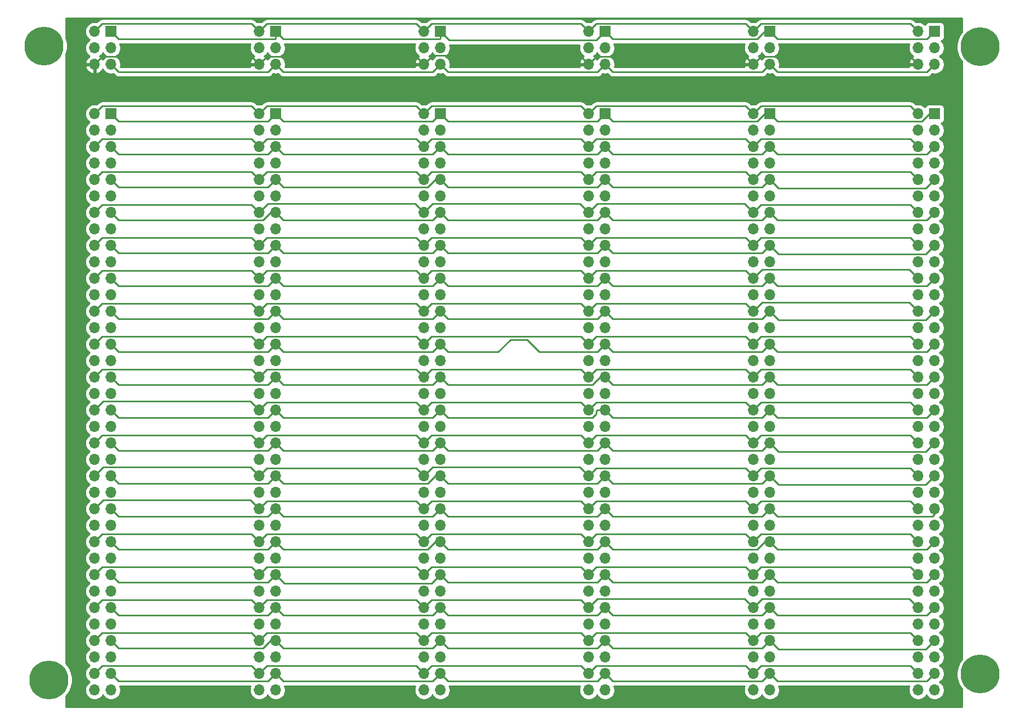
<source format=gbr>
G04 #@! TF.GenerationSoftware,KiCad,Pcbnew,(5.1.8)-1*
G04 #@! TF.CreationDate,2021-01-08T15:15:04-05:00*
G04 #@! TF.ProjectId,backplane,6261636b-706c-4616-9e65-2e6b69636164,rev?*
G04 #@! TF.SameCoordinates,Original*
G04 #@! TF.FileFunction,Copper,L2,Bot*
G04 #@! TF.FilePolarity,Positive*
%FSLAX46Y46*%
G04 Gerber Fmt 4.6, Leading zero omitted, Abs format (unit mm)*
G04 Created by KiCad (PCBNEW (5.1.8)-1) date 2021-01-08 15:15:04*
%MOMM*%
%LPD*%
G01*
G04 APERTURE LIST*
G04 #@! TA.AperFunction,ConnectorPad*
%ADD10C,6.000000*%
G04 #@! TD*
G04 #@! TA.AperFunction,ComponentPad*
%ADD11C,3.400000*%
G04 #@! TD*
G04 #@! TA.AperFunction,ComponentPad*
%ADD12O,1.700000X1.700000*%
G04 #@! TD*
G04 #@! TA.AperFunction,ComponentPad*
%ADD13R,1.700000X1.700000*%
G04 #@! TD*
G04 #@! TA.AperFunction,Conductor*
%ADD14C,0.250000*%
G04 #@! TD*
G04 #@! TA.AperFunction,Conductor*
%ADD15C,0.254000*%
G04 #@! TD*
G04 #@! TA.AperFunction,Conductor*
%ADD16C,0.100000*%
G04 #@! TD*
G04 APERTURE END LIST*
D10*
G04 #@! TO.P,H4,1*
G04 #@! TO.N,N/C*
X117415000Y-138109000D03*
D11*
X117415000Y-138109000D03*
G04 #@! TD*
D10*
G04 #@! TO.P,H3,1*
G04 #@! TO.N,N/C*
X261045000Y-40453000D03*
D11*
X261045000Y-40453000D03*
G04 #@! TD*
D10*
G04 #@! TO.P,H2,1*
G04 #@! TO.N,N/C*
X116646000Y-40326000D03*
D11*
X116646000Y-40326000D03*
G04 #@! TD*
D10*
G04 #@! TO.P,H1,1*
G04 #@! TO.N,N/C*
X261045000Y-137227000D03*
D11*
X261045000Y-137227000D03*
G04 #@! TD*
D12*
G04 #@! TO.P,J10,72*
G04 #@! TO.N,/B72*
X226060000Y-139700000D03*
G04 #@! TO.P,J10,71*
G04 #@! TO.N,/B71*
X228600000Y-139700000D03*
G04 #@! TO.P,J10,70*
G04 #@! TO.N,/B70*
X226060000Y-137160000D03*
G04 #@! TO.P,J10,69*
G04 #@! TO.N,/B69*
X228600000Y-137160000D03*
G04 #@! TO.P,J10,68*
G04 #@! TO.N,/B68*
X226060000Y-134620000D03*
G04 #@! TO.P,J10,67*
G04 #@! TO.N,/B67*
X228600000Y-134620000D03*
G04 #@! TO.P,J10,66*
G04 #@! TO.N,/B66*
X226060000Y-132080000D03*
G04 #@! TO.P,J10,65*
G04 #@! TO.N,/B65*
X228600000Y-132080000D03*
G04 #@! TO.P,J10,64*
G04 #@! TO.N,/B64*
X226060000Y-129540000D03*
G04 #@! TO.P,J10,63*
G04 #@! TO.N,/B63*
X228600000Y-129540000D03*
G04 #@! TO.P,J10,62*
G04 #@! TO.N,/B62*
X226060000Y-127000000D03*
G04 #@! TO.P,J10,61*
G04 #@! TO.N,/B61*
X228600000Y-127000000D03*
G04 #@! TO.P,J10,60*
G04 #@! TO.N,/B60*
X226060000Y-124460000D03*
G04 #@! TO.P,J10,59*
G04 #@! TO.N,/A2CS*
X228600000Y-124460000D03*
G04 #@! TO.P,J10,58*
G04 #@! TO.N,/A2OE*
X226060000Y-121920000D03*
G04 #@! TO.P,J10,57*
G04 #@! TO.N,/A2WE*
X228600000Y-121920000D03*
G04 #@! TO.P,J10,56*
G04 #@! TO.N,/B56*
X226060000Y-119380000D03*
G04 #@! TO.P,J10,55*
G04 #@! TO.N,/B55*
X228600000Y-119380000D03*
G04 #@! TO.P,J10,54*
G04 #@! TO.N,/B54*
X226060000Y-116840000D03*
G04 #@! TO.P,J10,53*
G04 #@! TO.N,/A1CS*
X228600000Y-116840000D03*
G04 #@! TO.P,J10,52*
G04 #@! TO.N,/A1OE*
X226060000Y-114300000D03*
G04 #@! TO.P,J10,51*
G04 #@! TO.N,/A1WE*
X228600000Y-114300000D03*
G04 #@! TO.P,J10,50*
G04 #@! TO.N,/B50*
X226060000Y-111760000D03*
G04 #@! TO.P,J10,49*
G04 #@! TO.N,/B49*
X228600000Y-111760000D03*
G04 #@! TO.P,J10,48*
G04 #@! TO.N,/B48*
X226060000Y-109220000D03*
G04 #@! TO.P,J10,47*
G04 #@! TO.N,/OCS*
X228600000Y-109220000D03*
G04 #@! TO.P,J10,46*
G04 #@! TO.N,/OOE*
X226060000Y-106680000D03*
G04 #@! TO.P,J10,45*
G04 #@! TO.N,/OWE*
X228600000Y-106680000D03*
G04 #@! TO.P,J10,44*
G04 #@! TO.N,/B44*
X226060000Y-104140000D03*
G04 #@! TO.P,J10,43*
G04 #@! TO.N,/B43*
X228600000Y-104140000D03*
G04 #@! TO.P,J10,42*
G04 #@! TO.N,/B42*
X226060000Y-101600000D03*
G04 #@! TO.P,J10,41*
G04 #@! TO.N,/CLK*
X228600000Y-101600000D03*
G04 #@! TO.P,J10,40*
G04 #@! TO.N,/NMI*
X226060000Y-99060000D03*
G04 #@! TO.P,J10,39*
G04 #@! TO.N,/INT*
X228600000Y-99060000D03*
G04 #@! TO.P,J10,38*
G04 #@! TO.N,/M1*
X226060000Y-96520000D03*
G04 #@! TO.P,J10,37*
G04 #@! TO.N,/RFSH*
X228600000Y-96520000D03*
G04 #@! TO.P,J10,36*
G04 #@! TO.N,/WAIT*
X226060000Y-93980000D03*
G04 #@! TO.P,J10,35*
G04 #@! TO.N,/HALT*
X228600000Y-93980000D03*
G04 #@! TO.P,J10,34*
G04 #@! TO.N,/RD*
X226060000Y-91440000D03*
G04 #@! TO.P,J10,33*
G04 #@! TO.N,/WR*
X228600000Y-91440000D03*
G04 #@! TO.P,J10,32*
G04 #@! TO.N,/MREQ*
X226060000Y-88900000D03*
G04 #@! TO.P,J10,31*
G04 #@! TO.N,/IORQ*
X228600000Y-88900000D03*
G04 #@! TO.P,J10,30*
G04 #@! TO.N,/BUSRQ*
X226060000Y-86360000D03*
G04 #@! TO.P,J10,29*
G04 #@! TO.N,/BUSACK*
X228600000Y-86360000D03*
G04 #@! TO.P,J10,28*
G04 #@! TO.N,/B28*
X226060000Y-83820000D03*
G04 #@! TO.P,J10,27*
G04 #@! TO.N,/B27*
X228600000Y-83820000D03*
G04 #@! TO.P,J10,26*
G04 #@! TO.N,/D7*
X226060000Y-81280000D03*
G04 #@! TO.P,J10,25*
G04 #@! TO.N,/D6*
X228600000Y-81280000D03*
G04 #@! TO.P,J10,24*
G04 #@! TO.N,/D5*
X226060000Y-78740000D03*
G04 #@! TO.P,J10,23*
G04 #@! TO.N,/D4*
X228600000Y-78740000D03*
G04 #@! TO.P,J10,22*
G04 #@! TO.N,/D3*
X226060000Y-76200000D03*
G04 #@! TO.P,J10,21*
G04 #@! TO.N,/D2*
X228600000Y-76200000D03*
G04 #@! TO.P,J10,20*
G04 #@! TO.N,/D1*
X226060000Y-73660000D03*
G04 #@! TO.P,J10,19*
G04 #@! TO.N,/D0*
X228600000Y-73660000D03*
G04 #@! TO.P,J10,18*
G04 #@! TO.N,/B18*
X226060000Y-71120000D03*
G04 #@! TO.P,J10,17*
G04 #@! TO.N,/B17*
X228600000Y-71120000D03*
G04 #@! TO.P,J10,16*
G04 #@! TO.N,/A15*
X226060000Y-68580000D03*
G04 #@! TO.P,J10,15*
G04 #@! TO.N,/A14*
X228600000Y-68580000D03*
G04 #@! TO.P,J10,14*
G04 #@! TO.N,/A13*
X226060000Y-66040000D03*
G04 #@! TO.P,J10,13*
G04 #@! TO.N,/A12*
X228600000Y-66040000D03*
G04 #@! TO.P,J10,12*
G04 #@! TO.N,/A11*
X226060000Y-63500000D03*
G04 #@! TO.P,J10,11*
G04 #@! TO.N,/A10*
X228600000Y-63500000D03*
G04 #@! TO.P,J10,10*
G04 #@! TO.N,/A9*
X226060000Y-60960000D03*
G04 #@! TO.P,J10,9*
G04 #@! TO.N,/A8*
X228600000Y-60960000D03*
G04 #@! TO.P,J10,8*
G04 #@! TO.N,/A7*
X226060000Y-58420000D03*
G04 #@! TO.P,J10,7*
G04 #@! TO.N,/A6*
X228600000Y-58420000D03*
G04 #@! TO.P,J10,6*
G04 #@! TO.N,/A5*
X226060000Y-55880000D03*
G04 #@! TO.P,J10,5*
G04 #@! TO.N,/A4*
X228600000Y-55880000D03*
G04 #@! TO.P,J10,4*
G04 #@! TO.N,/A3*
X226060000Y-53340000D03*
G04 #@! TO.P,J10,3*
G04 #@! TO.N,/A2*
X228600000Y-53340000D03*
G04 #@! TO.P,J10,2*
G04 #@! TO.N,/A1*
X226060000Y-50800000D03*
D13*
G04 #@! TO.P,J10,1*
G04 #@! TO.N,/A0*
X228600000Y-50800000D03*
G04 #@! TD*
D12*
G04 #@! TO.P,J8,72*
G04 #@! TO.N,/B72*
X200660000Y-139700000D03*
G04 #@! TO.P,J8,71*
G04 #@! TO.N,/B71*
X203200000Y-139700000D03*
G04 #@! TO.P,J8,70*
G04 #@! TO.N,/B70*
X200660000Y-137160000D03*
G04 #@! TO.P,J8,69*
G04 #@! TO.N,/B69*
X203200000Y-137160000D03*
G04 #@! TO.P,J8,68*
G04 #@! TO.N,/B68*
X200660000Y-134620000D03*
G04 #@! TO.P,J8,67*
G04 #@! TO.N,/B67*
X203200000Y-134620000D03*
G04 #@! TO.P,J8,66*
G04 #@! TO.N,/B66*
X200660000Y-132080000D03*
G04 #@! TO.P,J8,65*
G04 #@! TO.N,/B65*
X203200000Y-132080000D03*
G04 #@! TO.P,J8,64*
G04 #@! TO.N,/B64*
X200660000Y-129540000D03*
G04 #@! TO.P,J8,63*
G04 #@! TO.N,/B63*
X203200000Y-129540000D03*
G04 #@! TO.P,J8,62*
G04 #@! TO.N,/B62*
X200660000Y-127000000D03*
G04 #@! TO.P,J8,61*
G04 #@! TO.N,/B61*
X203200000Y-127000000D03*
G04 #@! TO.P,J8,60*
G04 #@! TO.N,/B60*
X200660000Y-124460000D03*
G04 #@! TO.P,J8,59*
G04 #@! TO.N,/A2CS*
X203200000Y-124460000D03*
G04 #@! TO.P,J8,58*
G04 #@! TO.N,/A2OE*
X200660000Y-121920000D03*
G04 #@! TO.P,J8,57*
G04 #@! TO.N,/A2WE*
X203200000Y-121920000D03*
G04 #@! TO.P,J8,56*
G04 #@! TO.N,/B56*
X200660000Y-119380000D03*
G04 #@! TO.P,J8,55*
G04 #@! TO.N,/B55*
X203200000Y-119380000D03*
G04 #@! TO.P,J8,54*
G04 #@! TO.N,/B54*
X200660000Y-116840000D03*
G04 #@! TO.P,J8,53*
G04 #@! TO.N,/A1CS*
X203200000Y-116840000D03*
G04 #@! TO.P,J8,52*
G04 #@! TO.N,/A1OE*
X200660000Y-114300000D03*
G04 #@! TO.P,J8,51*
G04 #@! TO.N,/A1WE*
X203200000Y-114300000D03*
G04 #@! TO.P,J8,50*
G04 #@! TO.N,/B50*
X200660000Y-111760000D03*
G04 #@! TO.P,J8,49*
G04 #@! TO.N,/B49*
X203200000Y-111760000D03*
G04 #@! TO.P,J8,48*
G04 #@! TO.N,/B48*
X200660000Y-109220000D03*
G04 #@! TO.P,J8,47*
G04 #@! TO.N,/OCS*
X203200000Y-109220000D03*
G04 #@! TO.P,J8,46*
G04 #@! TO.N,/OOE*
X200660000Y-106680000D03*
G04 #@! TO.P,J8,45*
G04 #@! TO.N,/OWE*
X203200000Y-106680000D03*
G04 #@! TO.P,J8,44*
G04 #@! TO.N,/B44*
X200660000Y-104140000D03*
G04 #@! TO.P,J8,43*
G04 #@! TO.N,/B43*
X203200000Y-104140000D03*
G04 #@! TO.P,J8,42*
G04 #@! TO.N,/B42*
X200660000Y-101600000D03*
G04 #@! TO.P,J8,41*
G04 #@! TO.N,/CLK*
X203200000Y-101600000D03*
G04 #@! TO.P,J8,40*
G04 #@! TO.N,/NMI*
X200660000Y-99060000D03*
G04 #@! TO.P,J8,39*
G04 #@! TO.N,/INT*
X203200000Y-99060000D03*
G04 #@! TO.P,J8,38*
G04 #@! TO.N,/M1*
X200660000Y-96520000D03*
G04 #@! TO.P,J8,37*
G04 #@! TO.N,/RFSH*
X203200000Y-96520000D03*
G04 #@! TO.P,J8,36*
G04 #@! TO.N,/WAIT*
X200660000Y-93980000D03*
G04 #@! TO.P,J8,35*
G04 #@! TO.N,/HALT*
X203200000Y-93980000D03*
G04 #@! TO.P,J8,34*
G04 #@! TO.N,/RD*
X200660000Y-91440000D03*
G04 #@! TO.P,J8,33*
G04 #@! TO.N,/WR*
X203200000Y-91440000D03*
G04 #@! TO.P,J8,32*
G04 #@! TO.N,/MREQ*
X200660000Y-88900000D03*
G04 #@! TO.P,J8,31*
G04 #@! TO.N,/IORQ*
X203200000Y-88900000D03*
G04 #@! TO.P,J8,30*
G04 #@! TO.N,/BUSRQ*
X200660000Y-86360000D03*
G04 #@! TO.P,J8,29*
G04 #@! TO.N,/BUSACK*
X203200000Y-86360000D03*
G04 #@! TO.P,J8,28*
G04 #@! TO.N,/B28*
X200660000Y-83820000D03*
G04 #@! TO.P,J8,27*
G04 #@! TO.N,/B27*
X203200000Y-83820000D03*
G04 #@! TO.P,J8,26*
G04 #@! TO.N,/D7*
X200660000Y-81280000D03*
G04 #@! TO.P,J8,25*
G04 #@! TO.N,/D6*
X203200000Y-81280000D03*
G04 #@! TO.P,J8,24*
G04 #@! TO.N,/D5*
X200660000Y-78740000D03*
G04 #@! TO.P,J8,23*
G04 #@! TO.N,/D4*
X203200000Y-78740000D03*
G04 #@! TO.P,J8,22*
G04 #@! TO.N,/D3*
X200660000Y-76200000D03*
G04 #@! TO.P,J8,21*
G04 #@! TO.N,/D2*
X203200000Y-76200000D03*
G04 #@! TO.P,J8,20*
G04 #@! TO.N,/D1*
X200660000Y-73660000D03*
G04 #@! TO.P,J8,19*
G04 #@! TO.N,/D0*
X203200000Y-73660000D03*
G04 #@! TO.P,J8,18*
G04 #@! TO.N,/B18*
X200660000Y-71120000D03*
G04 #@! TO.P,J8,17*
G04 #@! TO.N,/B17*
X203200000Y-71120000D03*
G04 #@! TO.P,J8,16*
G04 #@! TO.N,/A15*
X200660000Y-68580000D03*
G04 #@! TO.P,J8,15*
G04 #@! TO.N,/A14*
X203200000Y-68580000D03*
G04 #@! TO.P,J8,14*
G04 #@! TO.N,/A13*
X200660000Y-66040000D03*
G04 #@! TO.P,J8,13*
G04 #@! TO.N,/A12*
X203200000Y-66040000D03*
G04 #@! TO.P,J8,12*
G04 #@! TO.N,/A11*
X200660000Y-63500000D03*
G04 #@! TO.P,J8,11*
G04 #@! TO.N,/A10*
X203200000Y-63500000D03*
G04 #@! TO.P,J8,10*
G04 #@! TO.N,/A9*
X200660000Y-60960000D03*
G04 #@! TO.P,J8,9*
G04 #@! TO.N,/A8*
X203200000Y-60960000D03*
G04 #@! TO.P,J8,8*
G04 #@! TO.N,/A7*
X200660000Y-58420000D03*
G04 #@! TO.P,J8,7*
G04 #@! TO.N,/A6*
X203200000Y-58420000D03*
G04 #@! TO.P,J8,6*
G04 #@! TO.N,/A5*
X200660000Y-55880000D03*
G04 #@! TO.P,J8,5*
G04 #@! TO.N,/A4*
X203200000Y-55880000D03*
G04 #@! TO.P,J8,4*
G04 #@! TO.N,/A3*
X200660000Y-53340000D03*
G04 #@! TO.P,J8,3*
G04 #@! TO.N,/A2*
X203200000Y-53340000D03*
G04 #@! TO.P,J8,2*
G04 #@! TO.N,/A1*
X200660000Y-50800000D03*
D13*
G04 #@! TO.P,J8,1*
G04 #@! TO.N,/A0*
X203200000Y-50800000D03*
G04 #@! TD*
D12*
G04 #@! TO.P,J6,72*
G04 #@! TO.N,/B72*
X175260000Y-139700000D03*
G04 #@! TO.P,J6,71*
G04 #@! TO.N,/B71*
X177800000Y-139700000D03*
G04 #@! TO.P,J6,70*
G04 #@! TO.N,/B70*
X175260000Y-137160000D03*
G04 #@! TO.P,J6,69*
G04 #@! TO.N,/B69*
X177800000Y-137160000D03*
G04 #@! TO.P,J6,68*
G04 #@! TO.N,/B68*
X175260000Y-134620000D03*
G04 #@! TO.P,J6,67*
G04 #@! TO.N,/B67*
X177800000Y-134620000D03*
G04 #@! TO.P,J6,66*
G04 #@! TO.N,/B66*
X175260000Y-132080000D03*
G04 #@! TO.P,J6,65*
G04 #@! TO.N,/B65*
X177800000Y-132080000D03*
G04 #@! TO.P,J6,64*
G04 #@! TO.N,/B64*
X175260000Y-129540000D03*
G04 #@! TO.P,J6,63*
G04 #@! TO.N,/B63*
X177800000Y-129540000D03*
G04 #@! TO.P,J6,62*
G04 #@! TO.N,/B62*
X175260000Y-127000000D03*
G04 #@! TO.P,J6,61*
G04 #@! TO.N,/B61*
X177800000Y-127000000D03*
G04 #@! TO.P,J6,60*
G04 #@! TO.N,/B60*
X175260000Y-124460000D03*
G04 #@! TO.P,J6,59*
G04 #@! TO.N,/A2CS*
X177800000Y-124460000D03*
G04 #@! TO.P,J6,58*
G04 #@! TO.N,/A2OE*
X175260000Y-121920000D03*
G04 #@! TO.P,J6,57*
G04 #@! TO.N,/A2WE*
X177800000Y-121920000D03*
G04 #@! TO.P,J6,56*
G04 #@! TO.N,/B56*
X175260000Y-119380000D03*
G04 #@! TO.P,J6,55*
G04 #@! TO.N,/B55*
X177800000Y-119380000D03*
G04 #@! TO.P,J6,54*
G04 #@! TO.N,/B54*
X175260000Y-116840000D03*
G04 #@! TO.P,J6,53*
G04 #@! TO.N,/A1CS*
X177800000Y-116840000D03*
G04 #@! TO.P,J6,52*
G04 #@! TO.N,/A1OE*
X175260000Y-114300000D03*
G04 #@! TO.P,J6,51*
G04 #@! TO.N,/A1WE*
X177800000Y-114300000D03*
G04 #@! TO.P,J6,50*
G04 #@! TO.N,/B50*
X175260000Y-111760000D03*
G04 #@! TO.P,J6,49*
G04 #@! TO.N,/B49*
X177800000Y-111760000D03*
G04 #@! TO.P,J6,48*
G04 #@! TO.N,/B48*
X175260000Y-109220000D03*
G04 #@! TO.P,J6,47*
G04 #@! TO.N,/OCS*
X177800000Y-109220000D03*
G04 #@! TO.P,J6,46*
G04 #@! TO.N,/OOE*
X175260000Y-106680000D03*
G04 #@! TO.P,J6,45*
G04 #@! TO.N,/OWE*
X177800000Y-106680000D03*
G04 #@! TO.P,J6,44*
G04 #@! TO.N,/B44*
X175260000Y-104140000D03*
G04 #@! TO.P,J6,43*
G04 #@! TO.N,/B43*
X177800000Y-104140000D03*
G04 #@! TO.P,J6,42*
G04 #@! TO.N,/B42*
X175260000Y-101600000D03*
G04 #@! TO.P,J6,41*
G04 #@! TO.N,/CLK*
X177800000Y-101600000D03*
G04 #@! TO.P,J6,40*
G04 #@! TO.N,/NMI*
X175260000Y-99060000D03*
G04 #@! TO.P,J6,39*
G04 #@! TO.N,/INT*
X177800000Y-99060000D03*
G04 #@! TO.P,J6,38*
G04 #@! TO.N,/M1*
X175260000Y-96520000D03*
G04 #@! TO.P,J6,37*
G04 #@! TO.N,/RFSH*
X177800000Y-96520000D03*
G04 #@! TO.P,J6,36*
G04 #@! TO.N,/WAIT*
X175260000Y-93980000D03*
G04 #@! TO.P,J6,35*
G04 #@! TO.N,/HALT*
X177800000Y-93980000D03*
G04 #@! TO.P,J6,34*
G04 #@! TO.N,/RD*
X175260000Y-91440000D03*
G04 #@! TO.P,J6,33*
G04 #@! TO.N,/WR*
X177800000Y-91440000D03*
G04 #@! TO.P,J6,32*
G04 #@! TO.N,/MREQ*
X175260000Y-88900000D03*
G04 #@! TO.P,J6,31*
G04 #@! TO.N,/IORQ*
X177800000Y-88900000D03*
G04 #@! TO.P,J6,30*
G04 #@! TO.N,/BUSRQ*
X175260000Y-86360000D03*
G04 #@! TO.P,J6,29*
G04 #@! TO.N,/BUSACK*
X177800000Y-86360000D03*
G04 #@! TO.P,J6,28*
G04 #@! TO.N,/B28*
X175260000Y-83820000D03*
G04 #@! TO.P,J6,27*
G04 #@! TO.N,/B27*
X177800000Y-83820000D03*
G04 #@! TO.P,J6,26*
G04 #@! TO.N,/D7*
X175260000Y-81280000D03*
G04 #@! TO.P,J6,25*
G04 #@! TO.N,/D6*
X177800000Y-81280000D03*
G04 #@! TO.P,J6,24*
G04 #@! TO.N,/D5*
X175260000Y-78740000D03*
G04 #@! TO.P,J6,23*
G04 #@! TO.N,/D4*
X177800000Y-78740000D03*
G04 #@! TO.P,J6,22*
G04 #@! TO.N,/D3*
X175260000Y-76200000D03*
G04 #@! TO.P,J6,21*
G04 #@! TO.N,/D2*
X177800000Y-76200000D03*
G04 #@! TO.P,J6,20*
G04 #@! TO.N,/D1*
X175260000Y-73660000D03*
G04 #@! TO.P,J6,19*
G04 #@! TO.N,/D0*
X177800000Y-73660000D03*
G04 #@! TO.P,J6,18*
G04 #@! TO.N,/B18*
X175260000Y-71120000D03*
G04 #@! TO.P,J6,17*
G04 #@! TO.N,/B17*
X177800000Y-71120000D03*
G04 #@! TO.P,J6,16*
G04 #@! TO.N,/A15*
X175260000Y-68580000D03*
G04 #@! TO.P,J6,15*
G04 #@! TO.N,/A14*
X177800000Y-68580000D03*
G04 #@! TO.P,J6,14*
G04 #@! TO.N,/A13*
X175260000Y-66040000D03*
G04 #@! TO.P,J6,13*
G04 #@! TO.N,/A12*
X177800000Y-66040000D03*
G04 #@! TO.P,J6,12*
G04 #@! TO.N,/A11*
X175260000Y-63500000D03*
G04 #@! TO.P,J6,11*
G04 #@! TO.N,/A10*
X177800000Y-63500000D03*
G04 #@! TO.P,J6,10*
G04 #@! TO.N,/A9*
X175260000Y-60960000D03*
G04 #@! TO.P,J6,9*
G04 #@! TO.N,/A8*
X177800000Y-60960000D03*
G04 #@! TO.P,J6,8*
G04 #@! TO.N,/A7*
X175260000Y-58420000D03*
G04 #@! TO.P,J6,7*
G04 #@! TO.N,/A6*
X177800000Y-58420000D03*
G04 #@! TO.P,J6,6*
G04 #@! TO.N,/A5*
X175260000Y-55880000D03*
G04 #@! TO.P,J6,5*
G04 #@! TO.N,/A4*
X177800000Y-55880000D03*
G04 #@! TO.P,J6,4*
G04 #@! TO.N,/A3*
X175260000Y-53340000D03*
G04 #@! TO.P,J6,3*
G04 #@! TO.N,/A2*
X177800000Y-53340000D03*
G04 #@! TO.P,J6,2*
G04 #@! TO.N,/A1*
X175260000Y-50800000D03*
D13*
G04 #@! TO.P,J6,1*
G04 #@! TO.N,/A0*
X177800000Y-50800000D03*
G04 #@! TD*
D12*
G04 #@! TO.P,J4,72*
G04 #@! TO.N,/B72*
X149860000Y-139700000D03*
G04 #@! TO.P,J4,71*
G04 #@! TO.N,/B71*
X152400000Y-139700000D03*
G04 #@! TO.P,J4,70*
G04 #@! TO.N,/B70*
X149860000Y-137160000D03*
G04 #@! TO.P,J4,69*
G04 #@! TO.N,/B69*
X152400000Y-137160000D03*
G04 #@! TO.P,J4,68*
G04 #@! TO.N,/B68*
X149860000Y-134620000D03*
G04 #@! TO.P,J4,67*
G04 #@! TO.N,/B67*
X152400000Y-134620000D03*
G04 #@! TO.P,J4,66*
G04 #@! TO.N,/B66*
X149860000Y-132080000D03*
G04 #@! TO.P,J4,65*
G04 #@! TO.N,/B65*
X152400000Y-132080000D03*
G04 #@! TO.P,J4,64*
G04 #@! TO.N,/B64*
X149860000Y-129540000D03*
G04 #@! TO.P,J4,63*
G04 #@! TO.N,/B63*
X152400000Y-129540000D03*
G04 #@! TO.P,J4,62*
G04 #@! TO.N,/B62*
X149860000Y-127000000D03*
G04 #@! TO.P,J4,61*
G04 #@! TO.N,/B61*
X152400000Y-127000000D03*
G04 #@! TO.P,J4,60*
G04 #@! TO.N,/B60*
X149860000Y-124460000D03*
G04 #@! TO.P,J4,59*
G04 #@! TO.N,/A2CS*
X152400000Y-124460000D03*
G04 #@! TO.P,J4,58*
G04 #@! TO.N,/A2OE*
X149860000Y-121920000D03*
G04 #@! TO.P,J4,57*
G04 #@! TO.N,/A2WE*
X152400000Y-121920000D03*
G04 #@! TO.P,J4,56*
G04 #@! TO.N,/B56*
X149860000Y-119380000D03*
G04 #@! TO.P,J4,55*
G04 #@! TO.N,/B55*
X152400000Y-119380000D03*
G04 #@! TO.P,J4,54*
G04 #@! TO.N,/B54*
X149860000Y-116840000D03*
G04 #@! TO.P,J4,53*
G04 #@! TO.N,/A1CS*
X152400000Y-116840000D03*
G04 #@! TO.P,J4,52*
G04 #@! TO.N,/A1OE*
X149860000Y-114300000D03*
G04 #@! TO.P,J4,51*
G04 #@! TO.N,/A1WE*
X152400000Y-114300000D03*
G04 #@! TO.P,J4,50*
G04 #@! TO.N,/B50*
X149860000Y-111760000D03*
G04 #@! TO.P,J4,49*
G04 #@! TO.N,/B49*
X152400000Y-111760000D03*
G04 #@! TO.P,J4,48*
G04 #@! TO.N,/B48*
X149860000Y-109220000D03*
G04 #@! TO.P,J4,47*
G04 #@! TO.N,/OCS*
X152400000Y-109220000D03*
G04 #@! TO.P,J4,46*
G04 #@! TO.N,/OOE*
X149860000Y-106680000D03*
G04 #@! TO.P,J4,45*
G04 #@! TO.N,/OWE*
X152400000Y-106680000D03*
G04 #@! TO.P,J4,44*
G04 #@! TO.N,/B44*
X149860000Y-104140000D03*
G04 #@! TO.P,J4,43*
G04 #@! TO.N,/B43*
X152400000Y-104140000D03*
G04 #@! TO.P,J4,42*
G04 #@! TO.N,/B42*
X149860000Y-101600000D03*
G04 #@! TO.P,J4,41*
G04 #@! TO.N,/CLK*
X152400000Y-101600000D03*
G04 #@! TO.P,J4,40*
G04 #@! TO.N,/NMI*
X149860000Y-99060000D03*
G04 #@! TO.P,J4,39*
G04 #@! TO.N,/INT*
X152400000Y-99060000D03*
G04 #@! TO.P,J4,38*
G04 #@! TO.N,/M1*
X149860000Y-96520000D03*
G04 #@! TO.P,J4,37*
G04 #@! TO.N,/RFSH*
X152400000Y-96520000D03*
G04 #@! TO.P,J4,36*
G04 #@! TO.N,/WAIT*
X149860000Y-93980000D03*
G04 #@! TO.P,J4,35*
G04 #@! TO.N,/HALT*
X152400000Y-93980000D03*
G04 #@! TO.P,J4,34*
G04 #@! TO.N,/RD*
X149860000Y-91440000D03*
G04 #@! TO.P,J4,33*
G04 #@! TO.N,/WR*
X152400000Y-91440000D03*
G04 #@! TO.P,J4,32*
G04 #@! TO.N,/MREQ*
X149860000Y-88900000D03*
G04 #@! TO.P,J4,31*
G04 #@! TO.N,/IORQ*
X152400000Y-88900000D03*
G04 #@! TO.P,J4,30*
G04 #@! TO.N,/BUSRQ*
X149860000Y-86360000D03*
G04 #@! TO.P,J4,29*
G04 #@! TO.N,/BUSACK*
X152400000Y-86360000D03*
G04 #@! TO.P,J4,28*
G04 #@! TO.N,/B28*
X149860000Y-83820000D03*
G04 #@! TO.P,J4,27*
G04 #@! TO.N,/B27*
X152400000Y-83820000D03*
G04 #@! TO.P,J4,26*
G04 #@! TO.N,/D7*
X149860000Y-81280000D03*
G04 #@! TO.P,J4,25*
G04 #@! TO.N,/D6*
X152400000Y-81280000D03*
G04 #@! TO.P,J4,24*
G04 #@! TO.N,/D5*
X149860000Y-78740000D03*
G04 #@! TO.P,J4,23*
G04 #@! TO.N,/D4*
X152400000Y-78740000D03*
G04 #@! TO.P,J4,22*
G04 #@! TO.N,/D3*
X149860000Y-76200000D03*
G04 #@! TO.P,J4,21*
G04 #@! TO.N,/D2*
X152400000Y-76200000D03*
G04 #@! TO.P,J4,20*
G04 #@! TO.N,/D1*
X149860000Y-73660000D03*
G04 #@! TO.P,J4,19*
G04 #@! TO.N,/D0*
X152400000Y-73660000D03*
G04 #@! TO.P,J4,18*
G04 #@! TO.N,/B18*
X149860000Y-71120000D03*
G04 #@! TO.P,J4,17*
G04 #@! TO.N,/B17*
X152400000Y-71120000D03*
G04 #@! TO.P,J4,16*
G04 #@! TO.N,/A15*
X149860000Y-68580000D03*
G04 #@! TO.P,J4,15*
G04 #@! TO.N,/A14*
X152400000Y-68580000D03*
G04 #@! TO.P,J4,14*
G04 #@! TO.N,/A13*
X149860000Y-66040000D03*
G04 #@! TO.P,J4,13*
G04 #@! TO.N,/A12*
X152400000Y-66040000D03*
G04 #@! TO.P,J4,12*
G04 #@! TO.N,/A11*
X149860000Y-63500000D03*
G04 #@! TO.P,J4,11*
G04 #@! TO.N,/A10*
X152400000Y-63500000D03*
G04 #@! TO.P,J4,10*
G04 #@! TO.N,/A9*
X149860000Y-60960000D03*
G04 #@! TO.P,J4,9*
G04 #@! TO.N,/A8*
X152400000Y-60960000D03*
G04 #@! TO.P,J4,8*
G04 #@! TO.N,/A7*
X149860000Y-58420000D03*
G04 #@! TO.P,J4,7*
G04 #@! TO.N,/A6*
X152400000Y-58420000D03*
G04 #@! TO.P,J4,6*
G04 #@! TO.N,/A5*
X149860000Y-55880000D03*
G04 #@! TO.P,J4,5*
G04 #@! TO.N,/A4*
X152400000Y-55880000D03*
G04 #@! TO.P,J4,4*
G04 #@! TO.N,/A3*
X149860000Y-53340000D03*
G04 #@! TO.P,J4,3*
G04 #@! TO.N,/A2*
X152400000Y-53340000D03*
G04 #@! TO.P,J4,2*
G04 #@! TO.N,/A1*
X149860000Y-50800000D03*
D13*
G04 #@! TO.P,J4,1*
G04 #@! TO.N,/A0*
X152400000Y-50800000D03*
G04 #@! TD*
D12*
G04 #@! TO.P,J2,72*
G04 #@! TO.N,/B72*
X124460000Y-139700000D03*
G04 #@! TO.P,J2,71*
G04 #@! TO.N,/B71*
X127000000Y-139700000D03*
G04 #@! TO.P,J2,70*
G04 #@! TO.N,/B70*
X124460000Y-137160000D03*
G04 #@! TO.P,J2,69*
G04 #@! TO.N,/B69*
X127000000Y-137160000D03*
G04 #@! TO.P,J2,68*
G04 #@! TO.N,/B68*
X124460000Y-134620000D03*
G04 #@! TO.P,J2,67*
G04 #@! TO.N,/B67*
X127000000Y-134620000D03*
G04 #@! TO.P,J2,66*
G04 #@! TO.N,/B66*
X124460000Y-132080000D03*
G04 #@! TO.P,J2,65*
G04 #@! TO.N,/B65*
X127000000Y-132080000D03*
G04 #@! TO.P,J2,64*
G04 #@! TO.N,/B64*
X124460000Y-129540000D03*
G04 #@! TO.P,J2,63*
G04 #@! TO.N,/B63*
X127000000Y-129540000D03*
G04 #@! TO.P,J2,62*
G04 #@! TO.N,/B62*
X124460000Y-127000000D03*
G04 #@! TO.P,J2,61*
G04 #@! TO.N,/B61*
X127000000Y-127000000D03*
G04 #@! TO.P,J2,60*
G04 #@! TO.N,/B60*
X124460000Y-124460000D03*
G04 #@! TO.P,J2,59*
G04 #@! TO.N,/A2CS*
X127000000Y-124460000D03*
G04 #@! TO.P,J2,58*
G04 #@! TO.N,/A2OE*
X124460000Y-121920000D03*
G04 #@! TO.P,J2,57*
G04 #@! TO.N,/A2WE*
X127000000Y-121920000D03*
G04 #@! TO.P,J2,56*
G04 #@! TO.N,/B56*
X124460000Y-119380000D03*
G04 #@! TO.P,J2,55*
G04 #@! TO.N,/B55*
X127000000Y-119380000D03*
G04 #@! TO.P,J2,54*
G04 #@! TO.N,/B54*
X124460000Y-116840000D03*
G04 #@! TO.P,J2,53*
G04 #@! TO.N,/A1CS*
X127000000Y-116840000D03*
G04 #@! TO.P,J2,52*
G04 #@! TO.N,/A1OE*
X124460000Y-114300000D03*
G04 #@! TO.P,J2,51*
G04 #@! TO.N,/A1WE*
X127000000Y-114300000D03*
G04 #@! TO.P,J2,50*
G04 #@! TO.N,/B50*
X124460000Y-111760000D03*
G04 #@! TO.P,J2,49*
G04 #@! TO.N,/B49*
X127000000Y-111760000D03*
G04 #@! TO.P,J2,48*
G04 #@! TO.N,/B48*
X124460000Y-109220000D03*
G04 #@! TO.P,J2,47*
G04 #@! TO.N,/OCS*
X127000000Y-109220000D03*
G04 #@! TO.P,J2,46*
G04 #@! TO.N,/OOE*
X124460000Y-106680000D03*
G04 #@! TO.P,J2,45*
G04 #@! TO.N,/OWE*
X127000000Y-106680000D03*
G04 #@! TO.P,J2,44*
G04 #@! TO.N,/B44*
X124460000Y-104140000D03*
G04 #@! TO.P,J2,43*
G04 #@! TO.N,/B43*
X127000000Y-104140000D03*
G04 #@! TO.P,J2,42*
G04 #@! TO.N,/B42*
X124460000Y-101600000D03*
G04 #@! TO.P,J2,41*
G04 #@! TO.N,/CLK*
X127000000Y-101600000D03*
G04 #@! TO.P,J2,40*
G04 #@! TO.N,/NMI*
X124460000Y-99060000D03*
G04 #@! TO.P,J2,39*
G04 #@! TO.N,/INT*
X127000000Y-99060000D03*
G04 #@! TO.P,J2,38*
G04 #@! TO.N,/M1*
X124460000Y-96520000D03*
G04 #@! TO.P,J2,37*
G04 #@! TO.N,/RFSH*
X127000000Y-96520000D03*
G04 #@! TO.P,J2,36*
G04 #@! TO.N,/WAIT*
X124460000Y-93980000D03*
G04 #@! TO.P,J2,35*
G04 #@! TO.N,/HALT*
X127000000Y-93980000D03*
G04 #@! TO.P,J2,34*
G04 #@! TO.N,/RD*
X124460000Y-91440000D03*
G04 #@! TO.P,J2,33*
G04 #@! TO.N,/WR*
X127000000Y-91440000D03*
G04 #@! TO.P,J2,32*
G04 #@! TO.N,/MREQ*
X124460000Y-88900000D03*
G04 #@! TO.P,J2,31*
G04 #@! TO.N,/IORQ*
X127000000Y-88900000D03*
G04 #@! TO.P,J2,30*
G04 #@! TO.N,/BUSRQ*
X124460000Y-86360000D03*
G04 #@! TO.P,J2,29*
G04 #@! TO.N,/BUSACK*
X127000000Y-86360000D03*
G04 #@! TO.P,J2,28*
G04 #@! TO.N,/B28*
X124460000Y-83820000D03*
G04 #@! TO.P,J2,27*
G04 #@! TO.N,/B27*
X127000000Y-83820000D03*
G04 #@! TO.P,J2,26*
G04 #@! TO.N,/D7*
X124460000Y-81280000D03*
G04 #@! TO.P,J2,25*
G04 #@! TO.N,/D6*
X127000000Y-81280000D03*
G04 #@! TO.P,J2,24*
G04 #@! TO.N,/D5*
X124460000Y-78740000D03*
G04 #@! TO.P,J2,23*
G04 #@! TO.N,/D4*
X127000000Y-78740000D03*
G04 #@! TO.P,J2,22*
G04 #@! TO.N,/D3*
X124460000Y-76200000D03*
G04 #@! TO.P,J2,21*
G04 #@! TO.N,/D2*
X127000000Y-76200000D03*
G04 #@! TO.P,J2,20*
G04 #@! TO.N,/D1*
X124460000Y-73660000D03*
G04 #@! TO.P,J2,19*
G04 #@! TO.N,/D0*
X127000000Y-73660000D03*
G04 #@! TO.P,J2,18*
G04 #@! TO.N,/B18*
X124460000Y-71120000D03*
G04 #@! TO.P,J2,17*
G04 #@! TO.N,/B17*
X127000000Y-71120000D03*
G04 #@! TO.P,J2,16*
G04 #@! TO.N,/A15*
X124460000Y-68580000D03*
G04 #@! TO.P,J2,15*
G04 #@! TO.N,/A14*
X127000000Y-68580000D03*
G04 #@! TO.P,J2,14*
G04 #@! TO.N,/A13*
X124460000Y-66040000D03*
G04 #@! TO.P,J2,13*
G04 #@! TO.N,/A12*
X127000000Y-66040000D03*
G04 #@! TO.P,J2,12*
G04 #@! TO.N,/A11*
X124460000Y-63500000D03*
G04 #@! TO.P,J2,11*
G04 #@! TO.N,/A10*
X127000000Y-63500000D03*
G04 #@! TO.P,J2,10*
G04 #@! TO.N,/A9*
X124460000Y-60960000D03*
G04 #@! TO.P,J2,9*
G04 #@! TO.N,/A8*
X127000000Y-60960000D03*
G04 #@! TO.P,J2,8*
G04 #@! TO.N,/A7*
X124460000Y-58420000D03*
G04 #@! TO.P,J2,7*
G04 #@! TO.N,/A6*
X127000000Y-58420000D03*
G04 #@! TO.P,J2,6*
G04 #@! TO.N,/A5*
X124460000Y-55880000D03*
G04 #@! TO.P,J2,5*
G04 #@! TO.N,/A4*
X127000000Y-55880000D03*
G04 #@! TO.P,J2,4*
G04 #@! TO.N,/A3*
X124460000Y-53340000D03*
G04 #@! TO.P,J2,3*
G04 #@! TO.N,/A2*
X127000000Y-53340000D03*
G04 #@! TO.P,J2,2*
G04 #@! TO.N,/A1*
X124460000Y-50800000D03*
D13*
G04 #@! TO.P,J2,1*
G04 #@! TO.N,/A0*
X127000000Y-50800000D03*
G04 #@! TD*
D12*
G04 #@! TO.P,J11,6*
G04 #@! TO.N,/GND*
X226060000Y-43180000D03*
G04 #@! TO.P,J11,5*
G04 #@! TO.N,/VCC5*
X228600000Y-43180000D03*
G04 #@! TO.P,J11,4*
G04 #@! TO.N,/VCC3*
X226060000Y-40640000D03*
G04 #@! TO.P,J11,3*
G04 #@! TO.N,/3*
X228600000Y-40640000D03*
G04 #@! TO.P,J11,2*
G04 #@! TO.N,/2*
X226060000Y-38100000D03*
D13*
G04 #@! TO.P,J11,1*
G04 #@! TO.N,/RESET*
X228600000Y-38100000D03*
G04 #@! TD*
D12*
G04 #@! TO.P,J9,6*
G04 #@! TO.N,/GND*
X124460000Y-43180000D03*
G04 #@! TO.P,J9,5*
G04 #@! TO.N,/VCC5*
X127000000Y-43180000D03*
G04 #@! TO.P,J9,4*
G04 #@! TO.N,/VCC3*
X124460000Y-40640000D03*
G04 #@! TO.P,J9,3*
G04 #@! TO.N,/3*
X127000000Y-40640000D03*
G04 #@! TO.P,J9,2*
G04 #@! TO.N,/2*
X124460000Y-38100000D03*
D13*
G04 #@! TO.P,J9,1*
G04 #@! TO.N,/RESET*
X127000000Y-38100000D03*
G04 #@! TD*
D12*
G04 #@! TO.P,J7,6*
G04 #@! TO.N,/GND*
X251460000Y-43180000D03*
G04 #@! TO.P,J7,5*
G04 #@! TO.N,/VCC5*
X254000000Y-43180000D03*
G04 #@! TO.P,J7,4*
G04 #@! TO.N,/VCC3*
X251460000Y-40640000D03*
G04 #@! TO.P,J7,3*
G04 #@! TO.N,/3*
X254000000Y-40640000D03*
G04 #@! TO.P,J7,2*
G04 #@! TO.N,/2*
X251460000Y-38100000D03*
D13*
G04 #@! TO.P,J7,1*
G04 #@! TO.N,/RESET*
X254000000Y-38100000D03*
G04 #@! TD*
D12*
G04 #@! TO.P,J5,6*
G04 #@! TO.N,/GND*
X200660000Y-43180000D03*
G04 #@! TO.P,J5,5*
G04 #@! TO.N,/VCC5*
X203200000Y-43180000D03*
G04 #@! TO.P,J5,4*
G04 #@! TO.N,/VCC3*
X200660000Y-40640000D03*
G04 #@! TO.P,J5,3*
G04 #@! TO.N,/3*
X203200000Y-40640000D03*
G04 #@! TO.P,J5,2*
G04 #@! TO.N,/2*
X200660000Y-38100000D03*
D13*
G04 #@! TO.P,J5,1*
G04 #@! TO.N,/RESET*
X203200000Y-38100000D03*
G04 #@! TD*
D12*
G04 #@! TO.P,J3,6*
G04 #@! TO.N,/GND*
X149860000Y-43180000D03*
G04 #@! TO.P,J3,5*
G04 #@! TO.N,/VCC5*
X152400000Y-43180000D03*
G04 #@! TO.P,J3,4*
G04 #@! TO.N,/VCC3*
X149860000Y-40640000D03*
G04 #@! TO.P,J3,3*
G04 #@! TO.N,/3*
X152400000Y-40640000D03*
G04 #@! TO.P,J3,2*
G04 #@! TO.N,/2*
X149860000Y-38100000D03*
D13*
G04 #@! TO.P,J3,1*
G04 #@! TO.N,/RESET*
X152400000Y-38100000D03*
G04 #@! TD*
D12*
G04 #@! TO.P,J1,6*
G04 #@! TO.N,/GND*
X175260000Y-43180000D03*
G04 #@! TO.P,J1,5*
G04 #@! TO.N,/VCC5*
X177800000Y-43180000D03*
G04 #@! TO.P,J1,4*
G04 #@! TO.N,/VCC3*
X175260000Y-40640000D03*
G04 #@! TO.P,J1,3*
G04 #@! TO.N,/3*
X177800000Y-40640000D03*
G04 #@! TO.P,J1,2*
G04 #@! TO.N,/2*
X175260000Y-38100000D03*
D13*
G04 #@! TO.P,J1,1*
G04 #@! TO.N,/RESET*
X177800000Y-38100000D03*
G04 #@! TD*
D12*
G04 #@! TO.P,J12,72*
G04 #@! TO.N,/B72*
X251460000Y-139700000D03*
G04 #@! TO.P,J12,71*
G04 #@! TO.N,/B71*
X254000000Y-139700000D03*
G04 #@! TO.P,J12,70*
G04 #@! TO.N,/B70*
X251460000Y-137160000D03*
G04 #@! TO.P,J12,69*
G04 #@! TO.N,/B69*
X254000000Y-137160000D03*
G04 #@! TO.P,J12,68*
G04 #@! TO.N,/B68*
X251460000Y-134620000D03*
G04 #@! TO.P,J12,67*
G04 #@! TO.N,/B67*
X254000000Y-134620000D03*
G04 #@! TO.P,J12,66*
G04 #@! TO.N,/B66*
X251460000Y-132080000D03*
G04 #@! TO.P,J12,65*
G04 #@! TO.N,/B65*
X254000000Y-132080000D03*
G04 #@! TO.P,J12,64*
G04 #@! TO.N,/B64*
X251460000Y-129540000D03*
G04 #@! TO.P,J12,63*
G04 #@! TO.N,/B63*
X254000000Y-129540000D03*
G04 #@! TO.P,J12,62*
G04 #@! TO.N,/B62*
X251460000Y-127000000D03*
G04 #@! TO.P,J12,61*
G04 #@! TO.N,/B61*
X254000000Y-127000000D03*
G04 #@! TO.P,J12,60*
G04 #@! TO.N,/B60*
X251460000Y-124460000D03*
G04 #@! TO.P,J12,59*
G04 #@! TO.N,/A2CS*
X254000000Y-124460000D03*
G04 #@! TO.P,J12,58*
G04 #@! TO.N,/A2OE*
X251460000Y-121920000D03*
G04 #@! TO.P,J12,57*
G04 #@! TO.N,/A2WE*
X254000000Y-121920000D03*
G04 #@! TO.P,J12,56*
G04 #@! TO.N,/B56*
X251460000Y-119380000D03*
G04 #@! TO.P,J12,55*
G04 #@! TO.N,/B55*
X254000000Y-119380000D03*
G04 #@! TO.P,J12,54*
G04 #@! TO.N,/B54*
X251460000Y-116840000D03*
G04 #@! TO.P,J12,53*
G04 #@! TO.N,/A1CS*
X254000000Y-116840000D03*
G04 #@! TO.P,J12,52*
G04 #@! TO.N,/A1OE*
X251460000Y-114300000D03*
G04 #@! TO.P,J12,51*
G04 #@! TO.N,/A1WE*
X254000000Y-114300000D03*
G04 #@! TO.P,J12,50*
G04 #@! TO.N,/B50*
X251460000Y-111760000D03*
G04 #@! TO.P,J12,49*
G04 #@! TO.N,/B49*
X254000000Y-111760000D03*
G04 #@! TO.P,J12,48*
G04 #@! TO.N,/B48*
X251460000Y-109220000D03*
G04 #@! TO.P,J12,47*
G04 #@! TO.N,/OCS*
X254000000Y-109220000D03*
G04 #@! TO.P,J12,46*
G04 #@! TO.N,/OOE*
X251460000Y-106680000D03*
G04 #@! TO.P,J12,45*
G04 #@! TO.N,/OWE*
X254000000Y-106680000D03*
G04 #@! TO.P,J12,44*
G04 #@! TO.N,/B44*
X251460000Y-104140000D03*
G04 #@! TO.P,J12,43*
G04 #@! TO.N,/B43*
X254000000Y-104140000D03*
G04 #@! TO.P,J12,42*
G04 #@! TO.N,/B42*
X251460000Y-101600000D03*
G04 #@! TO.P,J12,41*
G04 #@! TO.N,/CLK*
X254000000Y-101600000D03*
G04 #@! TO.P,J12,40*
G04 #@! TO.N,/NMI*
X251460000Y-99060000D03*
G04 #@! TO.P,J12,39*
G04 #@! TO.N,/INT*
X254000000Y-99060000D03*
G04 #@! TO.P,J12,38*
G04 #@! TO.N,/M1*
X251460000Y-96520000D03*
G04 #@! TO.P,J12,37*
G04 #@! TO.N,/RFSH*
X254000000Y-96520000D03*
G04 #@! TO.P,J12,36*
G04 #@! TO.N,/WAIT*
X251460000Y-93980000D03*
G04 #@! TO.P,J12,35*
G04 #@! TO.N,/HALT*
X254000000Y-93980000D03*
G04 #@! TO.P,J12,34*
G04 #@! TO.N,/RD*
X251460000Y-91440000D03*
G04 #@! TO.P,J12,33*
G04 #@! TO.N,/WR*
X254000000Y-91440000D03*
G04 #@! TO.P,J12,32*
G04 #@! TO.N,/MREQ*
X251460000Y-88900000D03*
G04 #@! TO.P,J12,31*
G04 #@! TO.N,/IORQ*
X254000000Y-88900000D03*
G04 #@! TO.P,J12,30*
G04 #@! TO.N,/BUSRQ*
X251460000Y-86360000D03*
G04 #@! TO.P,J12,29*
G04 #@! TO.N,/BUSACK*
X254000000Y-86360000D03*
G04 #@! TO.P,J12,28*
G04 #@! TO.N,/B28*
X251460000Y-83820000D03*
G04 #@! TO.P,J12,27*
G04 #@! TO.N,/B27*
X254000000Y-83820000D03*
G04 #@! TO.P,J12,26*
G04 #@! TO.N,/D7*
X251460000Y-81280000D03*
G04 #@! TO.P,J12,25*
G04 #@! TO.N,/D6*
X254000000Y-81280000D03*
G04 #@! TO.P,J12,24*
G04 #@! TO.N,/D5*
X251460000Y-78740000D03*
G04 #@! TO.P,J12,23*
G04 #@! TO.N,/D4*
X254000000Y-78740000D03*
G04 #@! TO.P,J12,22*
G04 #@! TO.N,/D3*
X251460000Y-76200000D03*
G04 #@! TO.P,J12,21*
G04 #@! TO.N,/D2*
X254000000Y-76200000D03*
G04 #@! TO.P,J12,20*
G04 #@! TO.N,/D1*
X251460000Y-73660000D03*
G04 #@! TO.P,J12,19*
G04 #@! TO.N,/D0*
X254000000Y-73660000D03*
G04 #@! TO.P,J12,18*
G04 #@! TO.N,/B18*
X251460000Y-71120000D03*
G04 #@! TO.P,J12,17*
G04 #@! TO.N,/B17*
X254000000Y-71120000D03*
G04 #@! TO.P,J12,16*
G04 #@! TO.N,/A15*
X251460000Y-68580000D03*
G04 #@! TO.P,J12,15*
G04 #@! TO.N,/A14*
X254000000Y-68580000D03*
G04 #@! TO.P,J12,14*
G04 #@! TO.N,/A13*
X251460000Y-66040000D03*
G04 #@! TO.P,J12,13*
G04 #@! TO.N,/A12*
X254000000Y-66040000D03*
G04 #@! TO.P,J12,12*
G04 #@! TO.N,/A11*
X251460000Y-63500000D03*
G04 #@! TO.P,J12,11*
G04 #@! TO.N,/A10*
X254000000Y-63500000D03*
G04 #@! TO.P,J12,10*
G04 #@! TO.N,/A9*
X251460000Y-60960000D03*
G04 #@! TO.P,J12,9*
G04 #@! TO.N,/A8*
X254000000Y-60960000D03*
G04 #@! TO.P,J12,8*
G04 #@! TO.N,/A7*
X251460000Y-58420000D03*
G04 #@! TO.P,J12,7*
G04 #@! TO.N,/A6*
X254000000Y-58420000D03*
G04 #@! TO.P,J12,6*
G04 #@! TO.N,/A5*
X251460000Y-55880000D03*
G04 #@! TO.P,J12,5*
G04 #@! TO.N,/A4*
X254000000Y-55880000D03*
G04 #@! TO.P,J12,4*
G04 #@! TO.N,/A3*
X251460000Y-53340000D03*
G04 #@! TO.P,J12,3*
G04 #@! TO.N,/A2*
X254000000Y-53340000D03*
G04 #@! TO.P,J12,2*
G04 #@! TO.N,/A1*
X251460000Y-50800000D03*
D13*
G04 #@! TO.P,J12,1*
G04 #@! TO.N,/A0*
X254000000Y-50800000D03*
G04 #@! TD*
D14*
G04 #@! TO.N,/A5*
X227235001Y-54704999D02*
X226060000Y-55880000D01*
X250284999Y-54704999D02*
X227235001Y-54704999D01*
X251460000Y-55880000D02*
X250284999Y-54704999D01*
X224884999Y-54704999D02*
X201835001Y-54704999D01*
X201835001Y-54704999D02*
X200660000Y-55880000D01*
X226060000Y-55880000D02*
X224884999Y-54704999D01*
X176435001Y-54704999D02*
X175260000Y-55880000D01*
X199484999Y-54704999D02*
X176435001Y-54704999D01*
X200660000Y-55880000D02*
X199484999Y-54704999D01*
X151035001Y-54704999D02*
X149860000Y-55880000D01*
X174084999Y-54704999D02*
X151035001Y-54704999D01*
X175260000Y-55880000D02*
X174084999Y-54704999D01*
X125635001Y-54704999D02*
X124460000Y-55880000D01*
X148684999Y-54704999D02*
X125635001Y-54704999D01*
X149860000Y-55880000D02*
X148684999Y-54704999D01*
G04 #@! TO.N,/A4*
X229775001Y-57055001D02*
X228600000Y-55880000D01*
X252824999Y-57055001D02*
X229775001Y-57055001D01*
X254000000Y-55880000D02*
X252824999Y-57055001D01*
X204375001Y-57055001D02*
X203200000Y-55880000D01*
X227424999Y-57055001D02*
X204375001Y-57055001D01*
X228600000Y-55880000D02*
X227424999Y-57055001D01*
X178975001Y-57055001D02*
X177800000Y-55880000D01*
X202024999Y-57055001D02*
X178975001Y-57055001D01*
X203200000Y-55880000D02*
X202024999Y-57055001D01*
X153575001Y-57055001D02*
X152400000Y-55880000D01*
X176624999Y-57055001D02*
X153575001Y-57055001D01*
X177800000Y-55880000D02*
X176624999Y-57055001D01*
X128175001Y-57055001D02*
X127000000Y-55880000D01*
X151224999Y-57055001D02*
X128175001Y-57055001D01*
X152400000Y-55880000D02*
X151224999Y-57055001D01*
G04 #@! TO.N,/A1*
X227235001Y-49624999D02*
X226060000Y-50800000D01*
X250284999Y-49624999D02*
X227235001Y-49624999D01*
X251460000Y-50800000D02*
X250284999Y-49624999D01*
X201835001Y-49624999D02*
X200660000Y-50800000D01*
X224884999Y-49624999D02*
X201835001Y-49624999D01*
X226060000Y-50800000D02*
X224884999Y-49624999D01*
X176435001Y-49624999D02*
X175260000Y-50800000D01*
X199484999Y-49624999D02*
X176435001Y-49624999D01*
X200660000Y-50800000D02*
X199484999Y-49624999D01*
X151035001Y-49624999D02*
X149860000Y-50800000D01*
X174084999Y-49624999D02*
X151035001Y-49624999D01*
X175260000Y-50800000D02*
X174084999Y-49624999D01*
X148684999Y-49624999D02*
X125635001Y-49624999D01*
X125635001Y-49624999D02*
X124460000Y-50800000D01*
X149860000Y-50800000D02*
X148684999Y-49624999D01*
G04 #@! TO.N,/B70*
X227235001Y-135984999D02*
X226060000Y-137160000D01*
X250284999Y-135984999D02*
X227235001Y-135984999D01*
X251460000Y-137160000D02*
X250284999Y-135984999D01*
X201835001Y-135984999D02*
X200660000Y-137160000D01*
X224884999Y-135984999D02*
X201835001Y-135984999D01*
X226060000Y-137160000D02*
X224884999Y-135984999D01*
X176435001Y-135984999D02*
X175260000Y-137160000D01*
X199484999Y-135984999D02*
X176435001Y-135984999D01*
X200660000Y-137160000D02*
X199484999Y-135984999D01*
X151035001Y-135984999D02*
X149860000Y-137160000D01*
X174084999Y-135984999D02*
X151035001Y-135984999D01*
X175260000Y-137160000D02*
X174084999Y-135984999D01*
X125635001Y-135984999D02*
X124460000Y-137160000D01*
X148684999Y-135984999D02*
X125635001Y-135984999D01*
X149860000Y-137160000D02*
X148684999Y-135984999D01*
G04 #@! TO.N,/B69*
X229775001Y-138335001D02*
X228600000Y-137160000D01*
X252824999Y-138335001D02*
X229775001Y-138335001D01*
X254000000Y-137160000D02*
X252824999Y-138335001D01*
X227424999Y-138335001D02*
X204375001Y-138335001D01*
X204375001Y-138335001D02*
X203200000Y-137160000D01*
X228600000Y-137160000D02*
X227424999Y-138335001D01*
X178975001Y-138335001D02*
X177800000Y-137160000D01*
X202024999Y-138335001D02*
X178975001Y-138335001D01*
X203200000Y-137160000D02*
X202024999Y-138335001D01*
X153575001Y-138335001D02*
X152400000Y-137160000D01*
X176624999Y-138335001D02*
X153575001Y-138335001D01*
X177800000Y-137160000D02*
X176624999Y-138335001D01*
X128175001Y-138335001D02*
X127000000Y-137160000D01*
X151224999Y-138335001D02*
X128175001Y-138335001D01*
X152400000Y-137160000D02*
X151224999Y-138335001D01*
G04 #@! TO.N,/B66*
X227235001Y-130904999D02*
X226060000Y-132080000D01*
X250284999Y-130904999D02*
X227235001Y-130904999D01*
X251460000Y-132080000D02*
X250284999Y-130904999D01*
X201835001Y-130904999D02*
X200660000Y-132080000D01*
X224884999Y-130904999D02*
X201835001Y-130904999D01*
X226060000Y-132080000D02*
X224884999Y-130904999D01*
X176435001Y-130904999D02*
X175260000Y-132080000D01*
X199484999Y-130904999D02*
X176435001Y-130904999D01*
X200660000Y-132080000D02*
X199484999Y-130904999D01*
X151035001Y-130904999D02*
X149860000Y-132080000D01*
X174084999Y-130904999D02*
X151035001Y-130904999D01*
X175260000Y-132080000D02*
X174084999Y-130904999D01*
X125635001Y-130904999D02*
X124460000Y-132080000D01*
X148684999Y-130904999D02*
X125635001Y-130904999D01*
X149860000Y-132080000D02*
X148684999Y-130904999D01*
G04 #@! TO.N,/B65*
X229964999Y-133444999D02*
X228600000Y-132080000D01*
X252635001Y-133444999D02*
X229964999Y-133444999D01*
X254000000Y-132080000D02*
X252635001Y-133444999D01*
X204375001Y-133255001D02*
X203200000Y-132080000D01*
X227424999Y-133255001D02*
X204375001Y-133255001D01*
X228600000Y-132080000D02*
X227424999Y-133255001D01*
X178975001Y-133255001D02*
X177800000Y-132080000D01*
X202024999Y-133255001D02*
X178975001Y-133255001D01*
X203200000Y-132080000D02*
X202024999Y-133255001D01*
X153575001Y-133255001D02*
X152400000Y-132080000D01*
X176624999Y-133255001D02*
X153575001Y-133255001D01*
X177800000Y-132080000D02*
X176624999Y-133255001D01*
X128175001Y-133255001D02*
X127000000Y-132080000D01*
X150424001Y-133255001D02*
X128175001Y-133255001D01*
X151599002Y-132080000D02*
X150424001Y-133255001D01*
X152400000Y-132080000D02*
X151599002Y-132080000D01*
G04 #@! TO.N,/B62*
X227424999Y-125635001D02*
X226060000Y-127000000D01*
X250095001Y-125635001D02*
X227424999Y-125635001D01*
X251460000Y-127000000D02*
X250095001Y-125635001D01*
X202024999Y-125635001D02*
X200660000Y-127000000D01*
X224695001Y-125635001D02*
X202024999Y-125635001D01*
X226060000Y-127000000D02*
X224695001Y-125635001D01*
X176435001Y-125824999D02*
X175260000Y-127000000D01*
X199484999Y-125824999D02*
X176435001Y-125824999D01*
X200660000Y-127000000D02*
X199484999Y-125824999D01*
X151035001Y-125824999D02*
X149860000Y-127000000D01*
X174084999Y-125824999D02*
X151035001Y-125824999D01*
X175260000Y-127000000D02*
X174084999Y-125824999D01*
X125635001Y-125824999D02*
X124460000Y-127000000D01*
X148684999Y-125824999D02*
X125635001Y-125824999D01*
X149860000Y-127000000D02*
X148684999Y-125824999D01*
G04 #@! TO.N,/B61*
X252824999Y-128175001D02*
X229775001Y-128175001D01*
X229775001Y-128175001D02*
X228600000Y-127000000D01*
X254000000Y-127000000D02*
X252824999Y-128175001D01*
X204375001Y-128175001D02*
X203200000Y-127000000D01*
X227424999Y-128175001D02*
X204375001Y-128175001D01*
X228600000Y-127000000D02*
X227424999Y-128175001D01*
X202024999Y-128175001D02*
X178975001Y-128175001D01*
X178975001Y-128175001D02*
X177800000Y-127000000D01*
X203200000Y-127000000D02*
X202024999Y-128175001D01*
X153575001Y-128175001D02*
X152400000Y-127000000D01*
X176624999Y-128175001D02*
X153575001Y-128175001D01*
X177800000Y-127000000D02*
X176624999Y-128175001D01*
X128175001Y-128175001D02*
X127000000Y-127000000D01*
X151224999Y-128175001D02*
X128175001Y-128175001D01*
X152400000Y-127000000D02*
X151224999Y-128175001D01*
G04 #@! TO.N,/B54*
X250284999Y-115664999D02*
X227235001Y-115664999D01*
X227235001Y-115664999D02*
X226060000Y-116840000D01*
X251460000Y-116840000D02*
X250284999Y-115664999D01*
X201835001Y-115664999D02*
X200660000Y-116840000D01*
X224884999Y-115664999D02*
X201835001Y-115664999D01*
X226060000Y-116840000D02*
X224884999Y-115664999D01*
X176435001Y-115664999D02*
X175260000Y-116840000D01*
X199484999Y-115664999D02*
X176435001Y-115664999D01*
X200660000Y-116840000D02*
X199484999Y-115664999D01*
X151035001Y-115664999D02*
X149860000Y-116840000D01*
X174084999Y-115664999D02*
X151035001Y-115664999D01*
X175260000Y-116840000D02*
X174084999Y-115664999D01*
X125635001Y-115664999D02*
X124460000Y-116840000D01*
X148684999Y-115664999D02*
X125635001Y-115664999D01*
X149860000Y-116840000D02*
X148684999Y-115664999D01*
G04 #@! TO.N,/B50*
X227235001Y-110584999D02*
X226060000Y-111760000D01*
X250284999Y-110584999D02*
X227235001Y-110584999D01*
X251460000Y-111760000D02*
X250284999Y-110584999D01*
X201835001Y-110584999D02*
X200660000Y-111760000D01*
X224884999Y-110584999D02*
X201835001Y-110584999D01*
X226060000Y-111760000D02*
X224884999Y-110584999D01*
X176435001Y-110584999D02*
X175260000Y-111760000D01*
X199484999Y-110584999D02*
X176435001Y-110584999D01*
X200660000Y-111760000D02*
X199484999Y-110584999D01*
X151035001Y-110584999D02*
X149860000Y-111760000D01*
X174084999Y-110584999D02*
X151035001Y-110584999D01*
X175260000Y-111760000D02*
X174084999Y-110584999D01*
X148495001Y-110395001D02*
X125824999Y-110395001D01*
X125824999Y-110395001D02*
X124460000Y-111760000D01*
X149860000Y-111760000D02*
X148495001Y-110395001D01*
G04 #@! TO.N,/B49*
X229775001Y-112935001D02*
X228600000Y-111760000D01*
X253625997Y-112935001D02*
X229775001Y-112935001D01*
X254000000Y-112560998D02*
X253625997Y-112935001D01*
X254000000Y-111760000D02*
X254000000Y-112560998D01*
X204375001Y-112935001D02*
X203200000Y-111760000D01*
X227424999Y-112935001D02*
X204375001Y-112935001D01*
X228600000Y-111760000D02*
X227424999Y-112935001D01*
X178975001Y-112935001D02*
X177800000Y-111760000D01*
X202024999Y-112935001D02*
X178975001Y-112935001D01*
X203200000Y-111760000D02*
X202024999Y-112935001D01*
X153575001Y-112935001D02*
X152400000Y-111760000D01*
X176624999Y-112935001D02*
X153575001Y-112935001D01*
X177800000Y-111760000D02*
X176624999Y-112935001D01*
X128175001Y-112935001D02*
X127000000Y-111760000D01*
X151224999Y-112935001D02*
X128175001Y-112935001D01*
X152400000Y-111760000D02*
X151224999Y-112935001D01*
G04 #@! TO.N,/B42*
X227235001Y-100424999D02*
X226060000Y-101600000D01*
X250284999Y-100424999D02*
X227235001Y-100424999D01*
X251460000Y-101600000D02*
X250284999Y-100424999D01*
X201835001Y-100424999D02*
X200660000Y-101600000D01*
X224884999Y-100424999D02*
X201835001Y-100424999D01*
X226060000Y-101600000D02*
X224884999Y-100424999D01*
X176435001Y-100424999D02*
X175260000Y-101600000D01*
X199484999Y-100424999D02*
X176435001Y-100424999D01*
X200660000Y-101600000D02*
X199484999Y-100424999D01*
X151035001Y-100424999D02*
X149860000Y-101600000D01*
X174084999Y-100424999D02*
X151035001Y-100424999D01*
X175260000Y-101600000D02*
X174084999Y-100424999D01*
X125635001Y-100424999D02*
X124460000Y-101600000D01*
X148684999Y-100424999D02*
X125635001Y-100424999D01*
X149860000Y-101600000D02*
X148684999Y-100424999D01*
G04 #@! TO.N,/B18*
X227235001Y-69944999D02*
X226060000Y-71120000D01*
X250284999Y-69944999D02*
X227235001Y-69944999D01*
X251460000Y-71120000D02*
X250284999Y-69944999D01*
X201835001Y-69944999D02*
X200660000Y-71120000D01*
X224884999Y-69944999D02*
X201835001Y-69944999D01*
X226060000Y-71120000D02*
X224884999Y-69944999D01*
X176435001Y-69944999D02*
X175260000Y-71120000D01*
X199484999Y-69944999D02*
X176435001Y-69944999D01*
X200660000Y-71120000D02*
X199484999Y-69944999D01*
X151035001Y-69944999D02*
X149860000Y-71120000D01*
X174084999Y-69944999D02*
X151035001Y-69944999D01*
X175260000Y-71120000D02*
X174084999Y-69944999D01*
X125635001Y-69944999D02*
X124460000Y-71120000D01*
X148684999Y-69944999D02*
X125635001Y-69944999D01*
X149860000Y-71120000D02*
X148684999Y-69944999D01*
G04 #@! TO.N,/B17*
X229964999Y-72484999D02*
X228600000Y-71120000D01*
X252635001Y-72484999D02*
X229964999Y-72484999D01*
X254000000Y-71120000D02*
X252635001Y-72484999D01*
X204375001Y-72295001D02*
X203200000Y-71120000D01*
X227424999Y-72295001D02*
X204375001Y-72295001D01*
X228600000Y-71120000D02*
X227424999Y-72295001D01*
X178975001Y-72295001D02*
X177800000Y-71120000D01*
X202024999Y-72295001D02*
X178975001Y-72295001D01*
X203200000Y-71120000D02*
X202024999Y-72295001D01*
X153575001Y-72295001D02*
X152400000Y-71120000D01*
X176624999Y-72295001D02*
X153575001Y-72295001D01*
X177800000Y-71120000D02*
X176624999Y-72295001D01*
X128175001Y-72295001D02*
X127000000Y-71120000D01*
X151224999Y-72295001D02*
X128175001Y-72295001D01*
X152400000Y-71120000D02*
X151224999Y-72295001D01*
G04 #@! TO.N,/GND*
X227235001Y-42004999D02*
X226060000Y-43180000D01*
X250284999Y-42004999D02*
X227235001Y-42004999D01*
X251460000Y-43180000D02*
X250284999Y-42004999D01*
X224884999Y-42004999D02*
X201835001Y-42004999D01*
X201835001Y-42004999D02*
X200660000Y-43180000D01*
X226060000Y-43180000D02*
X224884999Y-42004999D01*
X176624999Y-41815001D02*
X175260000Y-43180000D01*
X199295001Y-41815001D02*
X176624999Y-41815001D01*
X200660000Y-43180000D02*
X199295001Y-41815001D01*
X151035001Y-42004999D02*
X149860000Y-43180000D01*
X174084999Y-42004999D02*
X151035001Y-42004999D01*
X175260000Y-43180000D02*
X174084999Y-42004999D01*
X125635001Y-42004999D02*
X124460000Y-43180000D01*
X148684999Y-42004999D02*
X125635001Y-42004999D01*
X149860000Y-43180000D02*
X148684999Y-42004999D01*
G04 #@! TO.N,/VCC5*
X229775001Y-44355001D02*
X228600000Y-43180000D01*
X252824999Y-44355001D02*
X229775001Y-44355001D01*
X254000000Y-43180000D02*
X252824999Y-44355001D01*
X204375001Y-44355001D02*
X203200000Y-43180000D01*
X227424999Y-44355001D02*
X204375001Y-44355001D01*
X228600000Y-43180000D02*
X227424999Y-44355001D01*
X178975001Y-44355001D02*
X177800000Y-43180000D01*
X202024999Y-44355001D02*
X178975001Y-44355001D01*
X203200000Y-43180000D02*
X202024999Y-44355001D01*
X153575001Y-44355001D02*
X152400000Y-43180000D01*
X176624999Y-44355001D02*
X153575001Y-44355001D01*
X177800000Y-43180000D02*
X176624999Y-44355001D01*
X128175001Y-44355001D02*
X127000000Y-43180000D01*
X151224999Y-44355001D02*
X128175001Y-44355001D01*
X152400000Y-43180000D02*
X151224999Y-44355001D01*
G04 #@! TO.N,/RESET*
X229775001Y-39275001D02*
X228600000Y-38100000D01*
X252824999Y-39275001D02*
X229775001Y-39275001D01*
X254000000Y-38100000D02*
X252824999Y-39275001D01*
X204375001Y-39275001D02*
X203200000Y-38100000D01*
X226624001Y-39275001D02*
X204375001Y-39275001D01*
X227799002Y-38100000D02*
X226624001Y-39275001D01*
X228600000Y-38100000D02*
X227799002Y-38100000D01*
X179164999Y-39464999D02*
X177800000Y-38100000D01*
X201835001Y-39464999D02*
X179164999Y-39464999D01*
X203200000Y-38100000D02*
X201835001Y-39464999D01*
X153575001Y-39275001D02*
X152400000Y-38100000D01*
X177724999Y-39275001D02*
X153575001Y-39275001D01*
X177800000Y-39200000D02*
X177724999Y-39275001D01*
X177800000Y-38100000D02*
X177800000Y-39200000D01*
X128175001Y-39275001D02*
X127000000Y-38100000D01*
X152324999Y-39275001D02*
X128175001Y-39275001D01*
X152400000Y-39200000D02*
X152324999Y-39275001D01*
X152400000Y-38100000D02*
X152400000Y-39200000D01*
G04 #@! TO.N,/A2OE*
X227235001Y-120744999D02*
X226060000Y-121920000D01*
X250284999Y-120744999D02*
X227235001Y-120744999D01*
X251460000Y-121920000D02*
X250284999Y-120744999D01*
X201835001Y-120744999D02*
X200660000Y-121920000D01*
X224884999Y-120744999D02*
X201835001Y-120744999D01*
X226060000Y-121920000D02*
X224884999Y-120744999D01*
X176435001Y-120744999D02*
X175260000Y-121920000D01*
X199484999Y-120744999D02*
X176435001Y-120744999D01*
X200660000Y-121920000D02*
X199484999Y-120744999D01*
X151035001Y-120744999D02*
X149860000Y-121920000D01*
X174084999Y-120744999D02*
X151035001Y-120744999D01*
X175260000Y-121920000D02*
X174084999Y-120744999D01*
X125635001Y-120744999D02*
X124460000Y-121920000D01*
X148684999Y-120744999D02*
X125635001Y-120744999D01*
X149860000Y-121920000D02*
X148684999Y-120744999D01*
G04 #@! TO.N,/A2WE*
X229775001Y-123095001D02*
X228600000Y-121920000D01*
X252824999Y-123095001D02*
X229775001Y-123095001D01*
X254000000Y-121920000D02*
X252824999Y-123095001D01*
X204375001Y-123095001D02*
X203200000Y-121920000D01*
X227424999Y-123095001D02*
X204375001Y-123095001D01*
X228600000Y-121920000D02*
X227424999Y-123095001D01*
X178975001Y-123095001D02*
X177800000Y-121920000D01*
X202024999Y-123095001D02*
X178975001Y-123095001D01*
X203200000Y-121920000D02*
X202024999Y-123095001D01*
X153764999Y-123284999D02*
X152400000Y-121920000D01*
X176435001Y-123284999D02*
X153764999Y-123284999D01*
X177800000Y-121920000D02*
X176435001Y-123284999D01*
X128175001Y-123095001D02*
X127000000Y-121920000D01*
X151224999Y-123095001D02*
X128175001Y-123095001D01*
X152400000Y-121920000D02*
X151224999Y-123095001D01*
G04 #@! TO.N,/A1CS*
X229775001Y-118015001D02*
X228600000Y-116840000D01*
X252824999Y-118015001D02*
X229775001Y-118015001D01*
X254000000Y-116840000D02*
X252824999Y-118015001D01*
X204375001Y-118015001D02*
X203200000Y-116840000D01*
X226624001Y-118015001D02*
X204375001Y-118015001D01*
X227799002Y-116840000D02*
X226624001Y-118015001D01*
X228600000Y-116840000D02*
X227799002Y-116840000D01*
X178975001Y-118015001D02*
X177800000Y-116840000D01*
X202024999Y-118015001D02*
X178975001Y-118015001D01*
X203200000Y-116840000D02*
X202024999Y-118015001D01*
X153575001Y-118015001D02*
X152400000Y-116840000D01*
X175824001Y-118015001D02*
X153575001Y-118015001D01*
X176999002Y-116840000D02*
X175824001Y-118015001D01*
X177800000Y-116840000D02*
X176999002Y-116840000D01*
X128175001Y-118015001D02*
X127000000Y-116840000D01*
X151224999Y-118015001D02*
X128175001Y-118015001D01*
X152400000Y-116840000D02*
X151224999Y-118015001D01*
G04 #@! TO.N,/OOE*
X227235001Y-105504999D02*
X226060000Y-106680000D01*
X250284999Y-105504999D02*
X227235001Y-105504999D01*
X251460000Y-106680000D02*
X250284999Y-105504999D01*
X201835001Y-105504999D02*
X200660000Y-106680000D01*
X224884999Y-105504999D02*
X201835001Y-105504999D01*
X226060000Y-106680000D02*
X224884999Y-105504999D01*
X176624999Y-105315001D02*
X175260000Y-106680000D01*
X199295001Y-105315001D02*
X176624999Y-105315001D01*
X200660000Y-106680000D02*
X199295001Y-105315001D01*
X151035001Y-105504999D02*
X149860000Y-106680000D01*
X174084999Y-105504999D02*
X151035001Y-105504999D01*
X175260000Y-106680000D02*
X174084999Y-105504999D01*
X125824999Y-105315001D02*
X124460000Y-106680000D01*
X148495001Y-105315001D02*
X125824999Y-105315001D01*
X149860000Y-106680000D02*
X148495001Y-105315001D01*
G04 #@! TO.N,/OWE*
X229964999Y-108044999D02*
X228600000Y-106680000D01*
X252635001Y-108044999D02*
X229964999Y-108044999D01*
X254000000Y-106680000D02*
X252635001Y-108044999D01*
X204375001Y-107855001D02*
X203200000Y-106680000D01*
X227424999Y-107855001D02*
X204375001Y-107855001D01*
X228600000Y-106680000D02*
X227424999Y-107855001D01*
X202024999Y-107855001D02*
X178975001Y-107855001D01*
X178975001Y-107855001D02*
X177800000Y-106680000D01*
X203200000Y-106680000D02*
X202024999Y-107855001D01*
X153575001Y-107855001D02*
X152400000Y-106680000D01*
X175824001Y-107855001D02*
X153575001Y-107855001D01*
X176999002Y-106680000D02*
X175824001Y-107855001D01*
X177800000Y-106680000D02*
X176999002Y-106680000D01*
X151224999Y-107855001D02*
X128175001Y-107855001D01*
X128175001Y-107855001D02*
X127000000Y-106680000D01*
X152400000Y-106680000D02*
X151224999Y-107855001D01*
G04 #@! TO.N,/CLK*
X229964999Y-102964999D02*
X228600000Y-101600000D01*
X252635001Y-102964999D02*
X229964999Y-102964999D01*
X254000000Y-101600000D02*
X252635001Y-102964999D01*
X204375001Y-102775001D02*
X203200000Y-101600000D01*
X227424999Y-102775001D02*
X204375001Y-102775001D01*
X228600000Y-101600000D02*
X227424999Y-102775001D01*
X178975001Y-102775001D02*
X177800000Y-101600000D01*
X202024999Y-102775001D02*
X178975001Y-102775001D01*
X203200000Y-101600000D02*
X202024999Y-102775001D01*
X153575001Y-102775001D02*
X152400000Y-101600000D01*
X176624999Y-102775001D02*
X153575001Y-102775001D01*
X177800000Y-101600000D02*
X176624999Y-102775001D01*
X128175001Y-102775001D02*
X127000000Y-101600000D01*
X151224999Y-102775001D02*
X128175001Y-102775001D01*
X152400000Y-101600000D02*
X151224999Y-102775001D01*
G04 #@! TO.N,/M1*
X227235001Y-95344999D02*
X226060000Y-96520000D01*
X250284999Y-95344999D02*
X227235001Y-95344999D01*
X251460000Y-96520000D02*
X250284999Y-95344999D01*
X201835001Y-95344999D02*
X200660000Y-96520000D01*
X224884999Y-95344999D02*
X201835001Y-95344999D01*
X226060000Y-96520000D02*
X224884999Y-95344999D01*
X176435001Y-95344999D02*
X175260000Y-96520000D01*
X199484999Y-95344999D02*
X176435001Y-95344999D01*
X200660000Y-96520000D02*
X199484999Y-95344999D01*
X151035001Y-95344999D02*
X149860000Y-96520000D01*
X174084999Y-95344999D02*
X151035001Y-95344999D01*
X175260000Y-96520000D02*
X174084999Y-95344999D01*
X125824999Y-95155001D02*
X124460000Y-96520000D01*
X148495001Y-95155001D02*
X125824999Y-95155001D01*
X149860000Y-96520000D02*
X148495001Y-95155001D01*
G04 #@! TO.N,/RFSH*
X229775001Y-97695001D02*
X228600000Y-96520000D01*
X252824999Y-97695001D02*
X229775001Y-97695001D01*
X254000000Y-96520000D02*
X252824999Y-97695001D01*
X204375001Y-97695001D02*
X203200000Y-96520000D01*
X227424999Y-97695001D02*
X204375001Y-97695001D01*
X228600000Y-96520000D02*
X227424999Y-97695001D01*
X178975001Y-97695001D02*
X177800000Y-96520000D01*
X201224001Y-97695001D02*
X178975001Y-97695001D01*
X201835001Y-97084001D02*
X201224001Y-97695001D01*
X201997919Y-96520000D02*
X201835001Y-96682918D01*
X201835001Y-96682918D02*
X201835001Y-97084001D01*
X203200000Y-96520000D02*
X201997919Y-96520000D01*
X153575001Y-97695001D02*
X152400000Y-96520000D01*
X176624999Y-97695001D02*
X153575001Y-97695001D01*
X177800000Y-96520000D02*
X176624999Y-97695001D01*
X128175001Y-97695001D02*
X127000000Y-96520000D01*
X151224999Y-97695001D02*
X128175001Y-97695001D01*
X152400000Y-96520000D02*
X151224999Y-97695001D01*
G04 #@! TO.N,/RD*
X227235001Y-90264999D02*
X226060000Y-91440000D01*
X250284999Y-90264999D02*
X227235001Y-90264999D01*
X251460000Y-91440000D02*
X250284999Y-90264999D01*
X201835001Y-90264999D02*
X200660000Y-91440000D01*
X224884999Y-90264999D02*
X201835001Y-90264999D01*
X226060000Y-91440000D02*
X224884999Y-90264999D01*
X176435001Y-90264999D02*
X175260000Y-91440000D01*
X199484999Y-90264999D02*
X176435001Y-90264999D01*
X200660000Y-91440000D02*
X199484999Y-90264999D01*
X151035001Y-90264999D02*
X149860000Y-91440000D01*
X174084999Y-90264999D02*
X151035001Y-90264999D01*
X175260000Y-91440000D02*
X174084999Y-90264999D01*
X125635001Y-90264999D02*
X124460000Y-91440000D01*
X148684999Y-90264999D02*
X125635001Y-90264999D01*
X149860000Y-91440000D02*
X148684999Y-90264999D01*
G04 #@! TO.N,/WR*
X229775001Y-92615001D02*
X228600000Y-91440000D01*
X252824999Y-92615001D02*
X229775001Y-92615001D01*
X254000000Y-91440000D02*
X252824999Y-92615001D01*
X204375001Y-92615001D02*
X203200000Y-91440000D01*
X227424999Y-92615001D02*
X204375001Y-92615001D01*
X228600000Y-91440000D02*
X227424999Y-92615001D01*
X178975001Y-92615001D02*
X177800000Y-91440000D01*
X201224001Y-92615001D02*
X178975001Y-92615001D01*
X202399002Y-91440000D02*
X201224001Y-92615001D01*
X203200000Y-91440000D02*
X202399002Y-91440000D01*
X153575001Y-92615001D02*
X152400000Y-91440000D01*
X176624999Y-92615001D02*
X153575001Y-92615001D01*
X177800000Y-91440000D02*
X176624999Y-92615001D01*
X128175001Y-92615001D02*
X127000000Y-91440000D01*
X151224999Y-92615001D02*
X128175001Y-92615001D01*
X152400000Y-91440000D02*
X151224999Y-92615001D01*
G04 #@! TO.N,/BUSRQ*
X227235001Y-85184999D02*
X226060000Y-86360000D01*
X250284999Y-85184999D02*
X227235001Y-85184999D01*
X251460000Y-86360000D02*
X250284999Y-85184999D01*
X201835001Y-85184999D02*
X200660000Y-86360000D01*
X224884999Y-85184999D02*
X201835001Y-85184999D01*
X226060000Y-86360000D02*
X224884999Y-85184999D01*
X176435001Y-85184999D02*
X175260000Y-86360000D01*
X199484999Y-85184999D02*
X176435001Y-85184999D01*
X200660000Y-86360000D02*
X199484999Y-85184999D01*
X151035001Y-85184999D02*
X149860000Y-86360000D01*
X174084999Y-85184999D02*
X151035001Y-85184999D01*
X175260000Y-86360000D02*
X174084999Y-85184999D01*
X125635001Y-85184999D02*
X124460000Y-86360000D01*
X148684999Y-85184999D02*
X125635001Y-85184999D01*
X149860000Y-86360000D02*
X148684999Y-85184999D01*
G04 #@! TO.N,/BUSACK*
X229775001Y-87535001D02*
X228600000Y-86360000D01*
X252824999Y-87535001D02*
X229775001Y-87535001D01*
X254000000Y-86360000D02*
X252824999Y-87535001D01*
X204375001Y-87535001D02*
X203200000Y-86360000D01*
X227424999Y-87535001D02*
X204375001Y-87535001D01*
X228600000Y-86360000D02*
X227424999Y-87535001D01*
X153575001Y-87535001D02*
X152400000Y-86360000D01*
X176624999Y-87535001D02*
X153575001Y-87535001D01*
X177800000Y-86360000D02*
X176624999Y-87535001D01*
X128175001Y-87535001D02*
X127000000Y-86360000D01*
X151224999Y-87535001D02*
X128175001Y-87535001D01*
X152400000Y-86360000D02*
X151224999Y-87535001D01*
X186715001Y-87535001D02*
X178975001Y-87535001D01*
X191195000Y-85665000D02*
X188585002Y-85665000D01*
X193065001Y-87535001D02*
X191195000Y-85665000D01*
X202024999Y-87535001D02*
X193065001Y-87535001D01*
X178975001Y-87535001D02*
X177800000Y-86360000D01*
X188585002Y-85665000D02*
X186715001Y-87535001D01*
X203200000Y-86360000D02*
X202024999Y-87535001D01*
G04 #@! TO.N,/D7*
X227424999Y-79915001D02*
X226060000Y-81280000D01*
X250095001Y-79915001D02*
X227424999Y-79915001D01*
X251460000Y-81280000D02*
X250095001Y-79915001D01*
X201835001Y-80104999D02*
X200660000Y-81280000D01*
X224884999Y-80104999D02*
X201835001Y-80104999D01*
X226060000Y-81280000D02*
X224884999Y-80104999D01*
X176435001Y-80104999D02*
X175260000Y-81280000D01*
X199484999Y-80104999D02*
X176435001Y-80104999D01*
X200660000Y-81280000D02*
X199484999Y-80104999D01*
X151035001Y-80104999D02*
X149860000Y-81280000D01*
X174084999Y-80104999D02*
X151035001Y-80104999D01*
X175260000Y-81280000D02*
X174084999Y-80104999D01*
X125635001Y-80104999D02*
X124460000Y-81280000D01*
X148684999Y-80104999D02*
X125635001Y-80104999D01*
X149860000Y-81280000D02*
X148684999Y-80104999D01*
G04 #@! TO.N,/D6*
X229964999Y-82644999D02*
X228600000Y-81280000D01*
X252635001Y-82644999D02*
X229964999Y-82644999D01*
X254000000Y-81280000D02*
X252635001Y-82644999D01*
X227424999Y-82455001D02*
X228600000Y-81280000D01*
X204375001Y-82455001D02*
X227424999Y-82455001D01*
X203200000Y-81280000D02*
X204375001Y-82455001D01*
X178975001Y-82455001D02*
X177800000Y-81280000D01*
X202024999Y-82455001D02*
X178975001Y-82455001D01*
X203200000Y-81280000D02*
X202024999Y-82455001D01*
X153575001Y-82455001D02*
X152400000Y-81280000D01*
X176624999Y-82455001D02*
X153575001Y-82455001D01*
X177800000Y-81280000D02*
X176624999Y-82455001D01*
X128175001Y-82455001D02*
X127000000Y-81280000D01*
X151224999Y-82455001D02*
X128175001Y-82455001D01*
X152400000Y-81280000D02*
X151224999Y-82455001D01*
G04 #@! TO.N,/D3*
X227424999Y-74835001D02*
X226060000Y-76200000D01*
X250095001Y-74835001D02*
X227424999Y-74835001D01*
X251460000Y-76200000D02*
X250095001Y-74835001D01*
X201835001Y-75024999D02*
X200660000Y-76200000D01*
X224884999Y-75024999D02*
X201835001Y-75024999D01*
X226060000Y-76200000D02*
X224884999Y-75024999D01*
X176435001Y-75024999D02*
X175260000Y-76200000D01*
X199484999Y-75024999D02*
X176435001Y-75024999D01*
X200660000Y-76200000D02*
X199484999Y-75024999D01*
X151035001Y-75024999D02*
X149860000Y-76200000D01*
X174084999Y-75024999D02*
X151035001Y-75024999D01*
X175260000Y-76200000D02*
X174084999Y-75024999D01*
X125635001Y-75024999D02*
X124460000Y-76200000D01*
X148684999Y-75024999D02*
X125635001Y-75024999D01*
X149860000Y-76200000D02*
X148684999Y-75024999D01*
G04 #@! TO.N,/D2*
X229775001Y-77375001D02*
X228600000Y-76200000D01*
X252824999Y-77375001D02*
X229775001Y-77375001D01*
X254000000Y-76200000D02*
X252824999Y-77375001D01*
X204375001Y-77375001D02*
X203200000Y-76200000D01*
X227424999Y-77375001D02*
X204375001Y-77375001D01*
X228600000Y-76200000D02*
X227424999Y-77375001D01*
X178975001Y-77375001D02*
X177800000Y-76200000D01*
X202024999Y-77375001D02*
X178975001Y-77375001D01*
X203200000Y-76200000D02*
X202024999Y-77375001D01*
X153575001Y-77375001D02*
X152400000Y-76200000D01*
X176624999Y-77375001D02*
X153575001Y-77375001D01*
X177800000Y-76200000D02*
X176624999Y-77375001D01*
X128175001Y-77375001D02*
X127000000Y-76200000D01*
X151224999Y-77375001D02*
X128175001Y-77375001D01*
X152400000Y-76200000D02*
X151224999Y-77375001D01*
G04 #@! TO.N,/A13*
X227235001Y-64864999D02*
X226060000Y-66040000D01*
X250284999Y-64864999D02*
X227235001Y-64864999D01*
X251460000Y-66040000D02*
X250284999Y-64864999D01*
X202024999Y-64675001D02*
X200660000Y-66040000D01*
X224695001Y-64675001D02*
X202024999Y-64675001D01*
X226060000Y-66040000D02*
X224695001Y-64675001D01*
X176624999Y-64675001D02*
X175260000Y-66040000D01*
X199295001Y-64675001D02*
X176624999Y-64675001D01*
X200660000Y-66040000D02*
X199295001Y-64675001D01*
X151224999Y-64675001D02*
X149860000Y-66040000D01*
X173895001Y-64675001D02*
X151224999Y-64675001D01*
X175260000Y-66040000D02*
X173895001Y-64675001D01*
X125635001Y-64864999D02*
X124460000Y-66040000D01*
X148684999Y-64864999D02*
X125635001Y-64864999D01*
X149860000Y-66040000D02*
X148684999Y-64864999D01*
G04 #@! TO.N,/A12*
X252824999Y-67215001D02*
X229775001Y-67215001D01*
X229775001Y-67215001D02*
X228600000Y-66040000D01*
X254000000Y-66040000D02*
X252824999Y-67215001D01*
X204375001Y-67215001D02*
X203200000Y-66040000D01*
X227424999Y-67215001D02*
X204375001Y-67215001D01*
X228600000Y-66040000D02*
X227424999Y-67215001D01*
X202024999Y-67215001D02*
X178975001Y-67215001D01*
X178975001Y-67215001D02*
X177800000Y-66040000D01*
X203200000Y-66040000D02*
X202024999Y-67215001D01*
X153575001Y-67215001D02*
X152400000Y-66040000D01*
X176624999Y-67215001D02*
X153575001Y-67215001D01*
X177800000Y-66040000D02*
X176624999Y-67215001D01*
X128175001Y-67215001D02*
X127000000Y-66040000D01*
X150424001Y-67215001D02*
X128175001Y-67215001D01*
X151599002Y-66040000D02*
X150424001Y-67215001D01*
X152400000Y-66040000D02*
X151599002Y-66040000D01*
G04 #@! TO.N,/A9*
X227235001Y-59784999D02*
X226060000Y-60960000D01*
X250284999Y-59784999D02*
X227235001Y-59784999D01*
X251460000Y-60960000D02*
X250284999Y-59784999D01*
X201835001Y-59784999D02*
X200660000Y-60960000D01*
X224884999Y-59784999D02*
X201835001Y-59784999D01*
X226060000Y-60960000D02*
X224884999Y-59784999D01*
X176435001Y-59784999D02*
X175260000Y-60960000D01*
X199484999Y-59784999D02*
X176435001Y-59784999D01*
X200660000Y-60960000D02*
X199484999Y-59784999D01*
X151035001Y-59784999D02*
X149860000Y-60960000D01*
X174084999Y-59784999D02*
X151035001Y-59784999D01*
X175260000Y-60960000D02*
X174084999Y-59784999D01*
X125635001Y-59784999D02*
X124460000Y-60960000D01*
X148684999Y-59784999D02*
X125635001Y-59784999D01*
X149860000Y-60960000D02*
X148684999Y-59784999D01*
G04 #@! TO.N,/A8*
X229964999Y-62324999D02*
X228600000Y-60960000D01*
X252635001Y-62324999D02*
X229964999Y-62324999D01*
X254000000Y-60960000D02*
X252635001Y-62324999D01*
X204375001Y-62135001D02*
X203200000Y-60960000D01*
X227424999Y-62135001D02*
X204375001Y-62135001D01*
X228600000Y-60960000D02*
X227424999Y-62135001D01*
X178975001Y-62135001D02*
X177800000Y-60960000D01*
X202024999Y-62135001D02*
X178975001Y-62135001D01*
X203200000Y-60960000D02*
X202024999Y-62135001D01*
X153575001Y-62135001D02*
X152400000Y-60960000D01*
X175824001Y-62135001D02*
X153575001Y-62135001D01*
X176999002Y-60960000D02*
X175824001Y-62135001D01*
X177800000Y-60960000D02*
X176999002Y-60960000D01*
X128175001Y-62135001D02*
X127000000Y-60960000D01*
X151224999Y-62135001D02*
X128175001Y-62135001D01*
X152400000Y-60960000D02*
X151224999Y-62135001D01*
G04 #@! TO.N,/A0*
X229775001Y-51975001D02*
X228600000Y-50800000D01*
X252024001Y-51975001D02*
X229775001Y-51975001D01*
X253199002Y-50800000D02*
X252024001Y-51975001D01*
X254000000Y-50800000D02*
X253199002Y-50800000D01*
X204375001Y-51975001D02*
X203200000Y-50800000D01*
X226624001Y-51975001D02*
X204375001Y-51975001D01*
X227799002Y-50800000D02*
X226624001Y-51975001D01*
X228600000Y-50800000D02*
X227799002Y-50800000D01*
X178975001Y-51975001D02*
X177800000Y-50800000D01*
X202024999Y-51975001D02*
X178975001Y-51975001D01*
X203200000Y-50800000D02*
X202024999Y-51975001D01*
X153575001Y-51975001D02*
X152400000Y-50800000D01*
X176624999Y-51975001D02*
X153575001Y-51975001D01*
X177800000Y-50800000D02*
X176624999Y-51975001D01*
X128175001Y-51975001D02*
X127000000Y-50800000D01*
X151224999Y-51975001D02*
X128175001Y-51975001D01*
X152400000Y-50800000D02*
X151224999Y-51975001D01*
G04 #@! TO.N,/2*
X227235001Y-36924999D02*
X226060000Y-38100000D01*
X250284999Y-36924999D02*
X227235001Y-36924999D01*
X251460000Y-38100000D02*
X250284999Y-36924999D01*
X201835001Y-36924999D02*
X200660000Y-38100000D01*
X224884999Y-36924999D02*
X201835001Y-36924999D01*
X226060000Y-38100000D02*
X224884999Y-36924999D01*
X176435001Y-36924999D02*
X175260000Y-38100000D01*
X199484999Y-36924999D02*
X176435001Y-36924999D01*
X200660000Y-38100000D02*
X199484999Y-36924999D01*
X151035001Y-36924999D02*
X149860000Y-38100000D01*
X174084999Y-36924999D02*
X151035001Y-36924999D01*
X175260000Y-38100000D02*
X174084999Y-36924999D01*
X125635001Y-36924999D02*
X124460000Y-38100000D01*
X148684999Y-36924999D02*
X125635001Y-36924999D01*
X149860000Y-38100000D02*
X148684999Y-36924999D01*
G04 #@! TD*
D15*
G04 #@! TO.N,/GND*
X258251000Y-38106334D02*
X258221511Y-38135823D01*
X257823705Y-38731182D01*
X257549691Y-39392710D01*
X257410000Y-40094984D01*
X257410000Y-40811016D01*
X257549691Y-41513290D01*
X257823705Y-42174818D01*
X258221511Y-42770177D01*
X258251000Y-42799666D01*
X258251000Y-134880334D01*
X258221511Y-134909823D01*
X257823705Y-135505182D01*
X257549691Y-136166710D01*
X257410000Y-136868984D01*
X257410000Y-137585016D01*
X257549691Y-138287290D01*
X257823705Y-138948818D01*
X258221511Y-139544177D01*
X258251000Y-139573666D01*
X258251000Y-142300000D01*
X120075000Y-142300000D01*
X120075000Y-140589666D01*
X120238489Y-140426177D01*
X120636295Y-139830818D01*
X120910309Y-139169290D01*
X121050000Y-138467016D01*
X121050000Y-137750984D01*
X120910309Y-137048710D01*
X120636295Y-136387182D01*
X120238489Y-135791823D01*
X120075000Y-135628334D01*
X120075000Y-50653740D01*
X122975000Y-50653740D01*
X122975000Y-50946260D01*
X123032068Y-51233158D01*
X123144010Y-51503411D01*
X123306525Y-51746632D01*
X123513368Y-51953475D01*
X123687760Y-52070000D01*
X123513368Y-52186525D01*
X123306525Y-52393368D01*
X123144010Y-52636589D01*
X123032068Y-52906842D01*
X122975000Y-53193740D01*
X122975000Y-53486260D01*
X123032068Y-53773158D01*
X123144010Y-54043411D01*
X123306525Y-54286632D01*
X123513368Y-54493475D01*
X123687760Y-54610000D01*
X123513368Y-54726525D01*
X123306525Y-54933368D01*
X123144010Y-55176589D01*
X123032068Y-55446842D01*
X122975000Y-55733740D01*
X122975000Y-56026260D01*
X123032068Y-56313158D01*
X123144010Y-56583411D01*
X123306525Y-56826632D01*
X123513368Y-57033475D01*
X123687760Y-57150000D01*
X123513368Y-57266525D01*
X123306525Y-57473368D01*
X123144010Y-57716589D01*
X123032068Y-57986842D01*
X122975000Y-58273740D01*
X122975000Y-58566260D01*
X123032068Y-58853158D01*
X123144010Y-59123411D01*
X123306525Y-59366632D01*
X123513368Y-59573475D01*
X123687760Y-59690000D01*
X123513368Y-59806525D01*
X123306525Y-60013368D01*
X123144010Y-60256589D01*
X123032068Y-60526842D01*
X122975000Y-60813740D01*
X122975000Y-61106260D01*
X123032068Y-61393158D01*
X123144010Y-61663411D01*
X123306525Y-61906632D01*
X123513368Y-62113475D01*
X123687760Y-62230000D01*
X123513368Y-62346525D01*
X123306525Y-62553368D01*
X123144010Y-62796589D01*
X123032068Y-63066842D01*
X122975000Y-63353740D01*
X122975000Y-63646260D01*
X123032068Y-63933158D01*
X123144010Y-64203411D01*
X123306525Y-64446632D01*
X123513368Y-64653475D01*
X123687760Y-64770000D01*
X123513368Y-64886525D01*
X123306525Y-65093368D01*
X123144010Y-65336589D01*
X123032068Y-65606842D01*
X122975000Y-65893740D01*
X122975000Y-66186260D01*
X123032068Y-66473158D01*
X123144010Y-66743411D01*
X123306525Y-66986632D01*
X123513368Y-67193475D01*
X123687760Y-67310000D01*
X123513368Y-67426525D01*
X123306525Y-67633368D01*
X123144010Y-67876589D01*
X123032068Y-68146842D01*
X122975000Y-68433740D01*
X122975000Y-68726260D01*
X123032068Y-69013158D01*
X123144010Y-69283411D01*
X123306525Y-69526632D01*
X123513368Y-69733475D01*
X123687760Y-69850000D01*
X123513368Y-69966525D01*
X123306525Y-70173368D01*
X123144010Y-70416589D01*
X123032068Y-70686842D01*
X122975000Y-70973740D01*
X122975000Y-71266260D01*
X123032068Y-71553158D01*
X123144010Y-71823411D01*
X123306525Y-72066632D01*
X123513368Y-72273475D01*
X123687760Y-72390000D01*
X123513368Y-72506525D01*
X123306525Y-72713368D01*
X123144010Y-72956589D01*
X123032068Y-73226842D01*
X122975000Y-73513740D01*
X122975000Y-73806260D01*
X123032068Y-74093158D01*
X123144010Y-74363411D01*
X123306525Y-74606632D01*
X123513368Y-74813475D01*
X123687760Y-74930000D01*
X123513368Y-75046525D01*
X123306525Y-75253368D01*
X123144010Y-75496589D01*
X123032068Y-75766842D01*
X122975000Y-76053740D01*
X122975000Y-76346260D01*
X123032068Y-76633158D01*
X123144010Y-76903411D01*
X123306525Y-77146632D01*
X123513368Y-77353475D01*
X123687760Y-77470000D01*
X123513368Y-77586525D01*
X123306525Y-77793368D01*
X123144010Y-78036589D01*
X123032068Y-78306842D01*
X122975000Y-78593740D01*
X122975000Y-78886260D01*
X123032068Y-79173158D01*
X123144010Y-79443411D01*
X123306525Y-79686632D01*
X123513368Y-79893475D01*
X123687760Y-80010000D01*
X123513368Y-80126525D01*
X123306525Y-80333368D01*
X123144010Y-80576589D01*
X123032068Y-80846842D01*
X122975000Y-81133740D01*
X122975000Y-81426260D01*
X123032068Y-81713158D01*
X123144010Y-81983411D01*
X123306525Y-82226632D01*
X123513368Y-82433475D01*
X123687760Y-82550000D01*
X123513368Y-82666525D01*
X123306525Y-82873368D01*
X123144010Y-83116589D01*
X123032068Y-83386842D01*
X122975000Y-83673740D01*
X122975000Y-83966260D01*
X123032068Y-84253158D01*
X123144010Y-84523411D01*
X123306525Y-84766632D01*
X123513368Y-84973475D01*
X123687760Y-85090000D01*
X123513368Y-85206525D01*
X123306525Y-85413368D01*
X123144010Y-85656589D01*
X123032068Y-85926842D01*
X122975000Y-86213740D01*
X122975000Y-86506260D01*
X123032068Y-86793158D01*
X123144010Y-87063411D01*
X123306525Y-87306632D01*
X123513368Y-87513475D01*
X123687760Y-87630000D01*
X123513368Y-87746525D01*
X123306525Y-87953368D01*
X123144010Y-88196589D01*
X123032068Y-88466842D01*
X122975000Y-88753740D01*
X122975000Y-89046260D01*
X123032068Y-89333158D01*
X123144010Y-89603411D01*
X123306525Y-89846632D01*
X123513368Y-90053475D01*
X123687760Y-90170000D01*
X123513368Y-90286525D01*
X123306525Y-90493368D01*
X123144010Y-90736589D01*
X123032068Y-91006842D01*
X122975000Y-91293740D01*
X122975000Y-91586260D01*
X123032068Y-91873158D01*
X123144010Y-92143411D01*
X123306525Y-92386632D01*
X123513368Y-92593475D01*
X123687760Y-92710000D01*
X123513368Y-92826525D01*
X123306525Y-93033368D01*
X123144010Y-93276589D01*
X123032068Y-93546842D01*
X122975000Y-93833740D01*
X122975000Y-94126260D01*
X123032068Y-94413158D01*
X123144010Y-94683411D01*
X123306525Y-94926632D01*
X123513368Y-95133475D01*
X123687760Y-95250000D01*
X123513368Y-95366525D01*
X123306525Y-95573368D01*
X123144010Y-95816589D01*
X123032068Y-96086842D01*
X122975000Y-96373740D01*
X122975000Y-96666260D01*
X123032068Y-96953158D01*
X123144010Y-97223411D01*
X123306525Y-97466632D01*
X123513368Y-97673475D01*
X123687760Y-97790000D01*
X123513368Y-97906525D01*
X123306525Y-98113368D01*
X123144010Y-98356589D01*
X123032068Y-98626842D01*
X122975000Y-98913740D01*
X122975000Y-99206260D01*
X123032068Y-99493158D01*
X123144010Y-99763411D01*
X123306525Y-100006632D01*
X123513368Y-100213475D01*
X123687760Y-100330000D01*
X123513368Y-100446525D01*
X123306525Y-100653368D01*
X123144010Y-100896589D01*
X123032068Y-101166842D01*
X122975000Y-101453740D01*
X122975000Y-101746260D01*
X123032068Y-102033158D01*
X123144010Y-102303411D01*
X123306525Y-102546632D01*
X123513368Y-102753475D01*
X123687760Y-102870000D01*
X123513368Y-102986525D01*
X123306525Y-103193368D01*
X123144010Y-103436589D01*
X123032068Y-103706842D01*
X122975000Y-103993740D01*
X122975000Y-104286260D01*
X123032068Y-104573158D01*
X123144010Y-104843411D01*
X123306525Y-105086632D01*
X123513368Y-105293475D01*
X123687760Y-105410000D01*
X123513368Y-105526525D01*
X123306525Y-105733368D01*
X123144010Y-105976589D01*
X123032068Y-106246842D01*
X122975000Y-106533740D01*
X122975000Y-106826260D01*
X123032068Y-107113158D01*
X123144010Y-107383411D01*
X123306525Y-107626632D01*
X123513368Y-107833475D01*
X123687760Y-107950000D01*
X123513368Y-108066525D01*
X123306525Y-108273368D01*
X123144010Y-108516589D01*
X123032068Y-108786842D01*
X122975000Y-109073740D01*
X122975000Y-109366260D01*
X123032068Y-109653158D01*
X123144010Y-109923411D01*
X123306525Y-110166632D01*
X123513368Y-110373475D01*
X123687760Y-110490000D01*
X123513368Y-110606525D01*
X123306525Y-110813368D01*
X123144010Y-111056589D01*
X123032068Y-111326842D01*
X122975000Y-111613740D01*
X122975000Y-111906260D01*
X123032068Y-112193158D01*
X123144010Y-112463411D01*
X123306525Y-112706632D01*
X123513368Y-112913475D01*
X123687760Y-113030000D01*
X123513368Y-113146525D01*
X123306525Y-113353368D01*
X123144010Y-113596589D01*
X123032068Y-113866842D01*
X122975000Y-114153740D01*
X122975000Y-114446260D01*
X123032068Y-114733158D01*
X123144010Y-115003411D01*
X123306525Y-115246632D01*
X123513368Y-115453475D01*
X123687760Y-115570000D01*
X123513368Y-115686525D01*
X123306525Y-115893368D01*
X123144010Y-116136589D01*
X123032068Y-116406842D01*
X122975000Y-116693740D01*
X122975000Y-116986260D01*
X123032068Y-117273158D01*
X123144010Y-117543411D01*
X123306525Y-117786632D01*
X123513368Y-117993475D01*
X123687760Y-118110000D01*
X123513368Y-118226525D01*
X123306525Y-118433368D01*
X123144010Y-118676589D01*
X123032068Y-118946842D01*
X122975000Y-119233740D01*
X122975000Y-119526260D01*
X123032068Y-119813158D01*
X123144010Y-120083411D01*
X123306525Y-120326632D01*
X123513368Y-120533475D01*
X123687760Y-120650000D01*
X123513368Y-120766525D01*
X123306525Y-120973368D01*
X123144010Y-121216589D01*
X123032068Y-121486842D01*
X122975000Y-121773740D01*
X122975000Y-122066260D01*
X123032068Y-122353158D01*
X123144010Y-122623411D01*
X123306525Y-122866632D01*
X123513368Y-123073475D01*
X123687760Y-123190000D01*
X123513368Y-123306525D01*
X123306525Y-123513368D01*
X123144010Y-123756589D01*
X123032068Y-124026842D01*
X122975000Y-124313740D01*
X122975000Y-124606260D01*
X123032068Y-124893158D01*
X123144010Y-125163411D01*
X123306525Y-125406632D01*
X123513368Y-125613475D01*
X123687760Y-125730000D01*
X123513368Y-125846525D01*
X123306525Y-126053368D01*
X123144010Y-126296589D01*
X123032068Y-126566842D01*
X122975000Y-126853740D01*
X122975000Y-127146260D01*
X123032068Y-127433158D01*
X123144010Y-127703411D01*
X123306525Y-127946632D01*
X123513368Y-128153475D01*
X123687760Y-128270000D01*
X123513368Y-128386525D01*
X123306525Y-128593368D01*
X123144010Y-128836589D01*
X123032068Y-129106842D01*
X122975000Y-129393740D01*
X122975000Y-129686260D01*
X123032068Y-129973158D01*
X123144010Y-130243411D01*
X123306525Y-130486632D01*
X123513368Y-130693475D01*
X123687760Y-130810000D01*
X123513368Y-130926525D01*
X123306525Y-131133368D01*
X123144010Y-131376589D01*
X123032068Y-131646842D01*
X122975000Y-131933740D01*
X122975000Y-132226260D01*
X123032068Y-132513158D01*
X123144010Y-132783411D01*
X123306525Y-133026632D01*
X123513368Y-133233475D01*
X123687760Y-133350000D01*
X123513368Y-133466525D01*
X123306525Y-133673368D01*
X123144010Y-133916589D01*
X123032068Y-134186842D01*
X122975000Y-134473740D01*
X122975000Y-134766260D01*
X123032068Y-135053158D01*
X123144010Y-135323411D01*
X123306525Y-135566632D01*
X123513368Y-135773475D01*
X123687760Y-135890000D01*
X123513368Y-136006525D01*
X123306525Y-136213368D01*
X123144010Y-136456589D01*
X123032068Y-136726842D01*
X122975000Y-137013740D01*
X122975000Y-137306260D01*
X123032068Y-137593158D01*
X123144010Y-137863411D01*
X123306525Y-138106632D01*
X123513368Y-138313475D01*
X123687760Y-138430000D01*
X123513368Y-138546525D01*
X123306525Y-138753368D01*
X123144010Y-138996589D01*
X123032068Y-139266842D01*
X122975000Y-139553740D01*
X122975000Y-139846260D01*
X123032068Y-140133158D01*
X123144010Y-140403411D01*
X123306525Y-140646632D01*
X123513368Y-140853475D01*
X123756589Y-141015990D01*
X124026842Y-141127932D01*
X124313740Y-141185000D01*
X124606260Y-141185000D01*
X124893158Y-141127932D01*
X125163411Y-141015990D01*
X125406632Y-140853475D01*
X125613475Y-140646632D01*
X125730000Y-140472240D01*
X125846525Y-140646632D01*
X126053368Y-140853475D01*
X126296589Y-141015990D01*
X126566842Y-141127932D01*
X126853740Y-141185000D01*
X127146260Y-141185000D01*
X127433158Y-141127932D01*
X127703411Y-141015990D01*
X127946632Y-140853475D01*
X128153475Y-140646632D01*
X128315990Y-140403411D01*
X128427932Y-140133158D01*
X128485000Y-139846260D01*
X128485000Y-139553740D01*
X128427932Y-139266842D01*
X128356753Y-139095001D01*
X148503247Y-139095001D01*
X148432068Y-139266842D01*
X148375000Y-139553740D01*
X148375000Y-139846260D01*
X148432068Y-140133158D01*
X148544010Y-140403411D01*
X148706525Y-140646632D01*
X148913368Y-140853475D01*
X149156589Y-141015990D01*
X149426842Y-141127932D01*
X149713740Y-141185000D01*
X150006260Y-141185000D01*
X150293158Y-141127932D01*
X150563411Y-141015990D01*
X150806632Y-140853475D01*
X151013475Y-140646632D01*
X151130000Y-140472240D01*
X151246525Y-140646632D01*
X151453368Y-140853475D01*
X151696589Y-141015990D01*
X151966842Y-141127932D01*
X152253740Y-141185000D01*
X152546260Y-141185000D01*
X152833158Y-141127932D01*
X153103411Y-141015990D01*
X153346632Y-140853475D01*
X153553475Y-140646632D01*
X153715990Y-140403411D01*
X153827932Y-140133158D01*
X153885000Y-139846260D01*
X153885000Y-139553740D01*
X153827932Y-139266842D01*
X153756753Y-139095001D01*
X173903247Y-139095001D01*
X173832068Y-139266842D01*
X173775000Y-139553740D01*
X173775000Y-139846260D01*
X173832068Y-140133158D01*
X173944010Y-140403411D01*
X174106525Y-140646632D01*
X174313368Y-140853475D01*
X174556589Y-141015990D01*
X174826842Y-141127932D01*
X175113740Y-141185000D01*
X175406260Y-141185000D01*
X175693158Y-141127932D01*
X175963411Y-141015990D01*
X176206632Y-140853475D01*
X176413475Y-140646632D01*
X176530000Y-140472240D01*
X176646525Y-140646632D01*
X176853368Y-140853475D01*
X177096589Y-141015990D01*
X177366842Y-141127932D01*
X177653740Y-141185000D01*
X177946260Y-141185000D01*
X178233158Y-141127932D01*
X178503411Y-141015990D01*
X178746632Y-140853475D01*
X178953475Y-140646632D01*
X179115990Y-140403411D01*
X179227932Y-140133158D01*
X179285000Y-139846260D01*
X179285000Y-139553740D01*
X179227932Y-139266842D01*
X179156753Y-139095001D01*
X199303247Y-139095001D01*
X199232068Y-139266842D01*
X199175000Y-139553740D01*
X199175000Y-139846260D01*
X199232068Y-140133158D01*
X199344010Y-140403411D01*
X199506525Y-140646632D01*
X199713368Y-140853475D01*
X199956589Y-141015990D01*
X200226842Y-141127932D01*
X200513740Y-141185000D01*
X200806260Y-141185000D01*
X201093158Y-141127932D01*
X201363411Y-141015990D01*
X201606632Y-140853475D01*
X201813475Y-140646632D01*
X201930000Y-140472240D01*
X202046525Y-140646632D01*
X202253368Y-140853475D01*
X202496589Y-141015990D01*
X202766842Y-141127932D01*
X203053740Y-141185000D01*
X203346260Y-141185000D01*
X203633158Y-141127932D01*
X203903411Y-141015990D01*
X204146632Y-140853475D01*
X204353475Y-140646632D01*
X204515990Y-140403411D01*
X204627932Y-140133158D01*
X204685000Y-139846260D01*
X204685000Y-139553740D01*
X204627932Y-139266842D01*
X204556753Y-139095001D01*
X224703247Y-139095001D01*
X224632068Y-139266842D01*
X224575000Y-139553740D01*
X224575000Y-139846260D01*
X224632068Y-140133158D01*
X224744010Y-140403411D01*
X224906525Y-140646632D01*
X225113368Y-140853475D01*
X225356589Y-141015990D01*
X225626842Y-141127932D01*
X225913740Y-141185000D01*
X226206260Y-141185000D01*
X226493158Y-141127932D01*
X226763411Y-141015990D01*
X227006632Y-140853475D01*
X227213475Y-140646632D01*
X227330000Y-140472240D01*
X227446525Y-140646632D01*
X227653368Y-140853475D01*
X227896589Y-141015990D01*
X228166842Y-141127932D01*
X228453740Y-141185000D01*
X228746260Y-141185000D01*
X229033158Y-141127932D01*
X229303411Y-141015990D01*
X229546632Y-140853475D01*
X229753475Y-140646632D01*
X229915990Y-140403411D01*
X230027932Y-140133158D01*
X230085000Y-139846260D01*
X230085000Y-139553740D01*
X230027932Y-139266842D01*
X229956753Y-139095001D01*
X250103247Y-139095001D01*
X250032068Y-139266842D01*
X249975000Y-139553740D01*
X249975000Y-139846260D01*
X250032068Y-140133158D01*
X250144010Y-140403411D01*
X250306525Y-140646632D01*
X250513368Y-140853475D01*
X250756589Y-141015990D01*
X251026842Y-141127932D01*
X251313740Y-141185000D01*
X251606260Y-141185000D01*
X251893158Y-141127932D01*
X252163411Y-141015990D01*
X252406632Y-140853475D01*
X252613475Y-140646632D01*
X252730000Y-140472240D01*
X252846525Y-140646632D01*
X253053368Y-140853475D01*
X253296589Y-141015990D01*
X253566842Y-141127932D01*
X253853740Y-141185000D01*
X254146260Y-141185000D01*
X254433158Y-141127932D01*
X254703411Y-141015990D01*
X254946632Y-140853475D01*
X255153475Y-140646632D01*
X255315990Y-140403411D01*
X255427932Y-140133158D01*
X255485000Y-139846260D01*
X255485000Y-139553740D01*
X255427932Y-139266842D01*
X255315990Y-138996589D01*
X255153475Y-138753368D01*
X254946632Y-138546525D01*
X254772240Y-138430000D01*
X254946632Y-138313475D01*
X255153475Y-138106632D01*
X255315990Y-137863411D01*
X255427932Y-137593158D01*
X255485000Y-137306260D01*
X255485000Y-137013740D01*
X255427932Y-136726842D01*
X255315990Y-136456589D01*
X255153475Y-136213368D01*
X254946632Y-136006525D01*
X254772240Y-135890000D01*
X254946632Y-135773475D01*
X255153475Y-135566632D01*
X255315990Y-135323411D01*
X255427932Y-135053158D01*
X255485000Y-134766260D01*
X255485000Y-134473740D01*
X255427932Y-134186842D01*
X255315990Y-133916589D01*
X255153475Y-133673368D01*
X254946632Y-133466525D01*
X254772240Y-133350000D01*
X254946632Y-133233475D01*
X255153475Y-133026632D01*
X255315990Y-132783411D01*
X255427932Y-132513158D01*
X255485000Y-132226260D01*
X255485000Y-131933740D01*
X255427932Y-131646842D01*
X255315990Y-131376589D01*
X255153475Y-131133368D01*
X254946632Y-130926525D01*
X254772240Y-130810000D01*
X254946632Y-130693475D01*
X255153475Y-130486632D01*
X255315990Y-130243411D01*
X255427932Y-129973158D01*
X255485000Y-129686260D01*
X255485000Y-129393740D01*
X255427932Y-129106842D01*
X255315990Y-128836589D01*
X255153475Y-128593368D01*
X254946632Y-128386525D01*
X254772240Y-128270000D01*
X254946632Y-128153475D01*
X255153475Y-127946632D01*
X255315990Y-127703411D01*
X255427932Y-127433158D01*
X255485000Y-127146260D01*
X255485000Y-126853740D01*
X255427932Y-126566842D01*
X255315990Y-126296589D01*
X255153475Y-126053368D01*
X254946632Y-125846525D01*
X254772240Y-125730000D01*
X254946632Y-125613475D01*
X255153475Y-125406632D01*
X255315990Y-125163411D01*
X255427932Y-124893158D01*
X255485000Y-124606260D01*
X255485000Y-124313740D01*
X255427932Y-124026842D01*
X255315990Y-123756589D01*
X255153475Y-123513368D01*
X254946632Y-123306525D01*
X254772240Y-123190000D01*
X254946632Y-123073475D01*
X255153475Y-122866632D01*
X255315990Y-122623411D01*
X255427932Y-122353158D01*
X255485000Y-122066260D01*
X255485000Y-121773740D01*
X255427932Y-121486842D01*
X255315990Y-121216589D01*
X255153475Y-120973368D01*
X254946632Y-120766525D01*
X254772240Y-120650000D01*
X254946632Y-120533475D01*
X255153475Y-120326632D01*
X255315990Y-120083411D01*
X255427932Y-119813158D01*
X255485000Y-119526260D01*
X255485000Y-119233740D01*
X255427932Y-118946842D01*
X255315990Y-118676589D01*
X255153475Y-118433368D01*
X254946632Y-118226525D01*
X254772240Y-118110000D01*
X254946632Y-117993475D01*
X255153475Y-117786632D01*
X255315990Y-117543411D01*
X255427932Y-117273158D01*
X255485000Y-116986260D01*
X255485000Y-116693740D01*
X255427932Y-116406842D01*
X255315990Y-116136589D01*
X255153475Y-115893368D01*
X254946632Y-115686525D01*
X254772240Y-115570000D01*
X254946632Y-115453475D01*
X255153475Y-115246632D01*
X255315990Y-115003411D01*
X255427932Y-114733158D01*
X255485000Y-114446260D01*
X255485000Y-114153740D01*
X255427932Y-113866842D01*
X255315990Y-113596589D01*
X255153475Y-113353368D01*
X254946632Y-113146525D01*
X254772240Y-113030000D01*
X254946632Y-112913475D01*
X255153475Y-112706632D01*
X255315990Y-112463411D01*
X255427932Y-112193158D01*
X255485000Y-111906260D01*
X255485000Y-111613740D01*
X255427932Y-111326842D01*
X255315990Y-111056589D01*
X255153475Y-110813368D01*
X254946632Y-110606525D01*
X254772240Y-110490000D01*
X254946632Y-110373475D01*
X255153475Y-110166632D01*
X255315990Y-109923411D01*
X255427932Y-109653158D01*
X255485000Y-109366260D01*
X255485000Y-109073740D01*
X255427932Y-108786842D01*
X255315990Y-108516589D01*
X255153475Y-108273368D01*
X254946632Y-108066525D01*
X254772240Y-107950000D01*
X254946632Y-107833475D01*
X255153475Y-107626632D01*
X255315990Y-107383411D01*
X255427932Y-107113158D01*
X255485000Y-106826260D01*
X255485000Y-106533740D01*
X255427932Y-106246842D01*
X255315990Y-105976589D01*
X255153475Y-105733368D01*
X254946632Y-105526525D01*
X254772240Y-105410000D01*
X254946632Y-105293475D01*
X255153475Y-105086632D01*
X255315990Y-104843411D01*
X255427932Y-104573158D01*
X255485000Y-104286260D01*
X255485000Y-103993740D01*
X255427932Y-103706842D01*
X255315990Y-103436589D01*
X255153475Y-103193368D01*
X254946632Y-102986525D01*
X254772240Y-102870000D01*
X254946632Y-102753475D01*
X255153475Y-102546632D01*
X255315990Y-102303411D01*
X255427932Y-102033158D01*
X255485000Y-101746260D01*
X255485000Y-101453740D01*
X255427932Y-101166842D01*
X255315990Y-100896589D01*
X255153475Y-100653368D01*
X254946632Y-100446525D01*
X254772240Y-100330000D01*
X254946632Y-100213475D01*
X255153475Y-100006632D01*
X255315990Y-99763411D01*
X255427932Y-99493158D01*
X255485000Y-99206260D01*
X255485000Y-98913740D01*
X255427932Y-98626842D01*
X255315990Y-98356589D01*
X255153475Y-98113368D01*
X254946632Y-97906525D01*
X254772240Y-97790000D01*
X254946632Y-97673475D01*
X255153475Y-97466632D01*
X255315990Y-97223411D01*
X255427932Y-96953158D01*
X255485000Y-96666260D01*
X255485000Y-96373740D01*
X255427932Y-96086842D01*
X255315990Y-95816589D01*
X255153475Y-95573368D01*
X254946632Y-95366525D01*
X254772240Y-95250000D01*
X254946632Y-95133475D01*
X255153475Y-94926632D01*
X255315990Y-94683411D01*
X255427932Y-94413158D01*
X255485000Y-94126260D01*
X255485000Y-93833740D01*
X255427932Y-93546842D01*
X255315990Y-93276589D01*
X255153475Y-93033368D01*
X254946632Y-92826525D01*
X254772240Y-92710000D01*
X254946632Y-92593475D01*
X255153475Y-92386632D01*
X255315990Y-92143411D01*
X255427932Y-91873158D01*
X255485000Y-91586260D01*
X255485000Y-91293740D01*
X255427932Y-91006842D01*
X255315990Y-90736589D01*
X255153475Y-90493368D01*
X254946632Y-90286525D01*
X254772240Y-90170000D01*
X254946632Y-90053475D01*
X255153475Y-89846632D01*
X255315990Y-89603411D01*
X255427932Y-89333158D01*
X255485000Y-89046260D01*
X255485000Y-88753740D01*
X255427932Y-88466842D01*
X255315990Y-88196589D01*
X255153475Y-87953368D01*
X254946632Y-87746525D01*
X254772240Y-87630000D01*
X254946632Y-87513475D01*
X255153475Y-87306632D01*
X255315990Y-87063411D01*
X255427932Y-86793158D01*
X255485000Y-86506260D01*
X255485000Y-86213740D01*
X255427932Y-85926842D01*
X255315990Y-85656589D01*
X255153475Y-85413368D01*
X254946632Y-85206525D01*
X254772240Y-85090000D01*
X254946632Y-84973475D01*
X255153475Y-84766632D01*
X255315990Y-84523411D01*
X255427932Y-84253158D01*
X255485000Y-83966260D01*
X255485000Y-83673740D01*
X255427932Y-83386842D01*
X255315990Y-83116589D01*
X255153475Y-82873368D01*
X254946632Y-82666525D01*
X254772240Y-82550000D01*
X254946632Y-82433475D01*
X255153475Y-82226632D01*
X255315990Y-81983411D01*
X255427932Y-81713158D01*
X255485000Y-81426260D01*
X255485000Y-81133740D01*
X255427932Y-80846842D01*
X255315990Y-80576589D01*
X255153475Y-80333368D01*
X254946632Y-80126525D01*
X254772240Y-80010000D01*
X254946632Y-79893475D01*
X255153475Y-79686632D01*
X255315990Y-79443411D01*
X255427932Y-79173158D01*
X255485000Y-78886260D01*
X255485000Y-78593740D01*
X255427932Y-78306842D01*
X255315990Y-78036589D01*
X255153475Y-77793368D01*
X254946632Y-77586525D01*
X254772240Y-77470000D01*
X254946632Y-77353475D01*
X255153475Y-77146632D01*
X255315990Y-76903411D01*
X255427932Y-76633158D01*
X255485000Y-76346260D01*
X255485000Y-76053740D01*
X255427932Y-75766842D01*
X255315990Y-75496589D01*
X255153475Y-75253368D01*
X254946632Y-75046525D01*
X254772240Y-74930000D01*
X254946632Y-74813475D01*
X255153475Y-74606632D01*
X255315990Y-74363411D01*
X255427932Y-74093158D01*
X255485000Y-73806260D01*
X255485000Y-73513740D01*
X255427932Y-73226842D01*
X255315990Y-72956589D01*
X255153475Y-72713368D01*
X254946632Y-72506525D01*
X254772240Y-72390000D01*
X254946632Y-72273475D01*
X255153475Y-72066632D01*
X255315990Y-71823411D01*
X255427932Y-71553158D01*
X255485000Y-71266260D01*
X255485000Y-70973740D01*
X255427932Y-70686842D01*
X255315990Y-70416589D01*
X255153475Y-70173368D01*
X254946632Y-69966525D01*
X254772240Y-69850000D01*
X254946632Y-69733475D01*
X255153475Y-69526632D01*
X255315990Y-69283411D01*
X255427932Y-69013158D01*
X255485000Y-68726260D01*
X255485000Y-68433740D01*
X255427932Y-68146842D01*
X255315990Y-67876589D01*
X255153475Y-67633368D01*
X254946632Y-67426525D01*
X254772240Y-67310000D01*
X254946632Y-67193475D01*
X255153475Y-66986632D01*
X255315990Y-66743411D01*
X255427932Y-66473158D01*
X255485000Y-66186260D01*
X255485000Y-65893740D01*
X255427932Y-65606842D01*
X255315990Y-65336589D01*
X255153475Y-65093368D01*
X254946632Y-64886525D01*
X254772240Y-64770000D01*
X254946632Y-64653475D01*
X255153475Y-64446632D01*
X255315990Y-64203411D01*
X255427932Y-63933158D01*
X255485000Y-63646260D01*
X255485000Y-63353740D01*
X255427932Y-63066842D01*
X255315990Y-62796589D01*
X255153475Y-62553368D01*
X254946632Y-62346525D01*
X254772240Y-62230000D01*
X254946632Y-62113475D01*
X255153475Y-61906632D01*
X255315990Y-61663411D01*
X255427932Y-61393158D01*
X255485000Y-61106260D01*
X255485000Y-60813740D01*
X255427932Y-60526842D01*
X255315990Y-60256589D01*
X255153475Y-60013368D01*
X254946632Y-59806525D01*
X254772240Y-59690000D01*
X254946632Y-59573475D01*
X255153475Y-59366632D01*
X255315990Y-59123411D01*
X255427932Y-58853158D01*
X255485000Y-58566260D01*
X255485000Y-58273740D01*
X255427932Y-57986842D01*
X255315990Y-57716589D01*
X255153475Y-57473368D01*
X254946632Y-57266525D01*
X254772240Y-57150000D01*
X254946632Y-57033475D01*
X255153475Y-56826632D01*
X255315990Y-56583411D01*
X255427932Y-56313158D01*
X255485000Y-56026260D01*
X255485000Y-55733740D01*
X255427932Y-55446842D01*
X255315990Y-55176589D01*
X255153475Y-54933368D01*
X254946632Y-54726525D01*
X254772240Y-54610000D01*
X254946632Y-54493475D01*
X255153475Y-54286632D01*
X255315990Y-54043411D01*
X255427932Y-53773158D01*
X255485000Y-53486260D01*
X255485000Y-53193740D01*
X255427932Y-52906842D01*
X255315990Y-52636589D01*
X255153475Y-52393368D01*
X255021620Y-52261513D01*
X255094180Y-52239502D01*
X255204494Y-52180537D01*
X255301185Y-52101185D01*
X255380537Y-52004494D01*
X255439502Y-51894180D01*
X255475812Y-51774482D01*
X255488072Y-51650000D01*
X255488072Y-49950000D01*
X255475812Y-49825518D01*
X255439502Y-49705820D01*
X255380537Y-49595506D01*
X255301185Y-49498815D01*
X255204494Y-49419463D01*
X255094180Y-49360498D01*
X254974482Y-49324188D01*
X254850000Y-49311928D01*
X253150000Y-49311928D01*
X253025518Y-49324188D01*
X252905820Y-49360498D01*
X252795506Y-49419463D01*
X252698815Y-49498815D01*
X252619463Y-49595506D01*
X252560498Y-49705820D01*
X252538487Y-49778380D01*
X252406632Y-49646525D01*
X252163411Y-49484010D01*
X251893158Y-49372068D01*
X251606260Y-49315000D01*
X251313740Y-49315000D01*
X251093592Y-49358791D01*
X250848803Y-49114002D01*
X250825000Y-49084998D01*
X250709275Y-48990025D01*
X250577246Y-48919453D01*
X250433985Y-48875996D01*
X250322332Y-48864999D01*
X250322321Y-48864999D01*
X250284999Y-48861323D01*
X250247677Y-48864999D01*
X227272323Y-48864999D01*
X227235000Y-48861323D01*
X227197677Y-48864999D01*
X227197668Y-48864999D01*
X227086015Y-48875996D01*
X226942754Y-48919453D01*
X226810725Y-48990025D01*
X226695000Y-49084998D01*
X226671202Y-49113996D01*
X226426408Y-49358790D01*
X226206260Y-49315000D01*
X225913740Y-49315000D01*
X225693592Y-49358791D01*
X225448803Y-49114002D01*
X225425000Y-49084998D01*
X225309275Y-48990025D01*
X225177246Y-48919453D01*
X225033985Y-48875996D01*
X224922332Y-48864999D01*
X224922321Y-48864999D01*
X224884999Y-48861323D01*
X224847677Y-48864999D01*
X201872323Y-48864999D01*
X201835000Y-48861323D01*
X201797677Y-48864999D01*
X201797668Y-48864999D01*
X201686015Y-48875996D01*
X201542754Y-48919453D01*
X201410725Y-48990025D01*
X201295000Y-49084998D01*
X201271202Y-49113996D01*
X201026408Y-49358790D01*
X200806260Y-49315000D01*
X200513740Y-49315000D01*
X200293592Y-49358791D01*
X200048803Y-49114002D01*
X200025000Y-49084998D01*
X199909275Y-48990025D01*
X199777246Y-48919453D01*
X199633985Y-48875996D01*
X199522332Y-48864999D01*
X199522321Y-48864999D01*
X199484999Y-48861323D01*
X199447677Y-48864999D01*
X176472323Y-48864999D01*
X176435000Y-48861323D01*
X176397677Y-48864999D01*
X176397668Y-48864999D01*
X176286015Y-48875996D01*
X176142754Y-48919453D01*
X176010725Y-48990025D01*
X175895000Y-49084998D01*
X175871202Y-49113996D01*
X175626408Y-49358790D01*
X175406260Y-49315000D01*
X175113740Y-49315000D01*
X174893592Y-49358791D01*
X174648803Y-49114002D01*
X174625000Y-49084998D01*
X174509275Y-48990025D01*
X174377246Y-48919453D01*
X174233985Y-48875996D01*
X174122332Y-48864999D01*
X174122321Y-48864999D01*
X174084999Y-48861323D01*
X174047677Y-48864999D01*
X151072323Y-48864999D01*
X151035000Y-48861323D01*
X150997677Y-48864999D01*
X150997668Y-48864999D01*
X150886015Y-48875996D01*
X150742754Y-48919453D01*
X150610725Y-48990025D01*
X150495000Y-49084998D01*
X150471202Y-49113996D01*
X150226408Y-49358790D01*
X150006260Y-49315000D01*
X149713740Y-49315000D01*
X149493592Y-49358791D01*
X149248803Y-49114002D01*
X149225000Y-49084998D01*
X149109275Y-48990025D01*
X148977246Y-48919453D01*
X148833985Y-48875996D01*
X148722332Y-48864999D01*
X148722321Y-48864999D01*
X148684999Y-48861323D01*
X148647677Y-48864999D01*
X125672323Y-48864999D01*
X125635000Y-48861323D01*
X125597677Y-48864999D01*
X125597668Y-48864999D01*
X125486015Y-48875996D01*
X125342754Y-48919453D01*
X125210725Y-48990025D01*
X125095000Y-49084998D01*
X125071202Y-49113996D01*
X124826408Y-49358790D01*
X124606260Y-49315000D01*
X124313740Y-49315000D01*
X124026842Y-49372068D01*
X123756589Y-49484010D01*
X123513368Y-49646525D01*
X123306525Y-49853368D01*
X123144010Y-50096589D01*
X123032068Y-50366842D01*
X122975000Y-50653740D01*
X120075000Y-50653740D01*
X120075000Y-43536890D01*
X123018524Y-43536890D01*
X123063175Y-43684099D01*
X123188359Y-43946920D01*
X123362412Y-44180269D01*
X123578645Y-44375178D01*
X123828748Y-44524157D01*
X124103109Y-44621481D01*
X124333000Y-44500814D01*
X124333000Y-43307000D01*
X123139845Y-43307000D01*
X123018524Y-43536890D01*
X120075000Y-43536890D01*
X120075000Y-41546374D01*
X120141309Y-41386290D01*
X120281000Y-40684016D01*
X120281000Y-39967984D01*
X120141309Y-39265710D01*
X120075000Y-39105626D01*
X120075000Y-37953740D01*
X122975000Y-37953740D01*
X122975000Y-38246260D01*
X123032068Y-38533158D01*
X123144010Y-38803411D01*
X123306525Y-39046632D01*
X123513368Y-39253475D01*
X123687760Y-39370000D01*
X123513368Y-39486525D01*
X123306525Y-39693368D01*
X123144010Y-39936589D01*
X123032068Y-40206842D01*
X122975000Y-40493740D01*
X122975000Y-40786260D01*
X123032068Y-41073158D01*
X123144010Y-41343411D01*
X123306525Y-41586632D01*
X123513368Y-41793475D01*
X123695534Y-41915195D01*
X123578645Y-41984822D01*
X123362412Y-42179731D01*
X123188359Y-42413080D01*
X123063175Y-42675901D01*
X123018524Y-42823110D01*
X123139845Y-43053000D01*
X124333000Y-43053000D01*
X124333000Y-43033000D01*
X124587000Y-43033000D01*
X124587000Y-43053000D01*
X124607000Y-43053000D01*
X124607000Y-43307000D01*
X124587000Y-43307000D01*
X124587000Y-44500814D01*
X124816891Y-44621481D01*
X125091252Y-44524157D01*
X125341355Y-44375178D01*
X125557588Y-44180269D01*
X125728900Y-43950594D01*
X125846525Y-44126632D01*
X126053368Y-44333475D01*
X126296589Y-44495990D01*
X126566842Y-44607932D01*
X126853740Y-44665000D01*
X127146260Y-44665000D01*
X127366408Y-44621210D01*
X127611202Y-44866004D01*
X127635000Y-44895002D01*
X127750725Y-44989975D01*
X127882754Y-45060547D01*
X128026015Y-45104004D01*
X128137668Y-45115001D01*
X128137677Y-45115001D01*
X128175000Y-45118677D01*
X128212323Y-45115001D01*
X151187677Y-45115001D01*
X151224999Y-45118677D01*
X151262321Y-45115001D01*
X151262332Y-45115001D01*
X151373985Y-45104004D01*
X151517246Y-45060547D01*
X151649275Y-44989975D01*
X151765000Y-44895002D01*
X151788803Y-44865998D01*
X152033592Y-44621209D01*
X152253740Y-44665000D01*
X152546260Y-44665000D01*
X152766408Y-44621210D01*
X153011202Y-44866004D01*
X153035000Y-44895002D01*
X153150725Y-44989975D01*
X153282754Y-45060547D01*
X153426015Y-45104004D01*
X153537668Y-45115001D01*
X153537677Y-45115001D01*
X153575000Y-45118677D01*
X153612323Y-45115001D01*
X176587677Y-45115001D01*
X176624999Y-45118677D01*
X176662321Y-45115001D01*
X176662332Y-45115001D01*
X176773985Y-45104004D01*
X176917246Y-45060547D01*
X177049275Y-44989975D01*
X177165000Y-44895002D01*
X177188803Y-44865998D01*
X177433592Y-44621209D01*
X177653740Y-44665000D01*
X177946260Y-44665000D01*
X178166408Y-44621210D01*
X178411202Y-44866004D01*
X178435000Y-44895002D01*
X178550725Y-44989975D01*
X178682754Y-45060547D01*
X178826015Y-45104004D01*
X178937668Y-45115001D01*
X178937677Y-45115001D01*
X178975000Y-45118677D01*
X179012323Y-45115001D01*
X201987677Y-45115001D01*
X202024999Y-45118677D01*
X202062321Y-45115001D01*
X202062332Y-45115001D01*
X202173985Y-45104004D01*
X202317246Y-45060547D01*
X202449275Y-44989975D01*
X202565000Y-44895002D01*
X202588803Y-44865998D01*
X202833592Y-44621209D01*
X203053740Y-44665000D01*
X203346260Y-44665000D01*
X203566408Y-44621210D01*
X203811202Y-44866004D01*
X203835000Y-44895002D01*
X203950725Y-44989975D01*
X204082754Y-45060547D01*
X204226015Y-45104004D01*
X204337668Y-45115001D01*
X204337677Y-45115001D01*
X204375000Y-45118677D01*
X204412323Y-45115001D01*
X227387677Y-45115001D01*
X227424999Y-45118677D01*
X227462321Y-45115001D01*
X227462332Y-45115001D01*
X227573985Y-45104004D01*
X227717246Y-45060547D01*
X227849275Y-44989975D01*
X227965000Y-44895002D01*
X227988803Y-44865998D01*
X228233592Y-44621209D01*
X228453740Y-44665000D01*
X228746260Y-44665000D01*
X228966408Y-44621210D01*
X229211202Y-44866004D01*
X229235000Y-44895002D01*
X229350725Y-44989975D01*
X229482754Y-45060547D01*
X229626015Y-45104004D01*
X229737668Y-45115001D01*
X229737677Y-45115001D01*
X229775000Y-45118677D01*
X229812323Y-45115001D01*
X252787677Y-45115001D01*
X252824999Y-45118677D01*
X252862321Y-45115001D01*
X252862332Y-45115001D01*
X252973985Y-45104004D01*
X253117246Y-45060547D01*
X253249275Y-44989975D01*
X253365000Y-44895002D01*
X253388803Y-44865998D01*
X253633592Y-44621209D01*
X253853740Y-44665000D01*
X254146260Y-44665000D01*
X254433158Y-44607932D01*
X254703411Y-44495990D01*
X254946632Y-44333475D01*
X255153475Y-44126632D01*
X255315990Y-43883411D01*
X255427932Y-43613158D01*
X255485000Y-43326260D01*
X255485000Y-43033740D01*
X255427932Y-42746842D01*
X255315990Y-42476589D01*
X255153475Y-42233368D01*
X254946632Y-42026525D01*
X254772240Y-41910000D01*
X254946632Y-41793475D01*
X255153475Y-41586632D01*
X255315990Y-41343411D01*
X255427932Y-41073158D01*
X255485000Y-40786260D01*
X255485000Y-40493740D01*
X255427932Y-40206842D01*
X255315990Y-39936589D01*
X255153475Y-39693368D01*
X255021620Y-39561513D01*
X255094180Y-39539502D01*
X255204494Y-39480537D01*
X255301185Y-39401185D01*
X255380537Y-39304494D01*
X255439502Y-39194180D01*
X255475812Y-39074482D01*
X255488072Y-38950000D01*
X255488072Y-37250000D01*
X255475812Y-37125518D01*
X255439502Y-37005820D01*
X255380537Y-36895506D01*
X255301185Y-36798815D01*
X255204494Y-36719463D01*
X255094180Y-36660498D01*
X254974482Y-36624188D01*
X254850000Y-36611928D01*
X253150000Y-36611928D01*
X253025518Y-36624188D01*
X252905820Y-36660498D01*
X252795506Y-36719463D01*
X252698815Y-36798815D01*
X252619463Y-36895506D01*
X252560498Y-37005820D01*
X252538487Y-37078380D01*
X252406632Y-36946525D01*
X252163411Y-36784010D01*
X251893158Y-36672068D01*
X251606260Y-36615000D01*
X251313740Y-36615000D01*
X251093592Y-36658791D01*
X250848803Y-36414002D01*
X250825000Y-36384998D01*
X250709275Y-36290025D01*
X250577246Y-36219453D01*
X250433985Y-36175996D01*
X250322332Y-36164999D01*
X250322321Y-36164999D01*
X250284999Y-36161323D01*
X250247677Y-36164999D01*
X227272323Y-36164999D01*
X227235000Y-36161323D01*
X227197677Y-36164999D01*
X227197668Y-36164999D01*
X227086015Y-36175996D01*
X226942754Y-36219453D01*
X226810725Y-36290025D01*
X226695000Y-36384998D01*
X226671202Y-36413996D01*
X226426408Y-36658790D01*
X226206260Y-36615000D01*
X225913740Y-36615000D01*
X225693592Y-36658791D01*
X225448803Y-36414002D01*
X225425000Y-36384998D01*
X225309275Y-36290025D01*
X225177246Y-36219453D01*
X225033985Y-36175996D01*
X224922332Y-36164999D01*
X224922321Y-36164999D01*
X224884999Y-36161323D01*
X224847677Y-36164999D01*
X201872323Y-36164999D01*
X201835000Y-36161323D01*
X201797677Y-36164999D01*
X201797668Y-36164999D01*
X201686015Y-36175996D01*
X201542754Y-36219453D01*
X201410725Y-36290025D01*
X201295000Y-36384998D01*
X201271202Y-36413996D01*
X201026408Y-36658790D01*
X200806260Y-36615000D01*
X200513740Y-36615000D01*
X200293592Y-36658791D01*
X200048803Y-36414002D01*
X200025000Y-36384998D01*
X199909275Y-36290025D01*
X199777246Y-36219453D01*
X199633985Y-36175996D01*
X199522332Y-36164999D01*
X199522321Y-36164999D01*
X199484999Y-36161323D01*
X199447677Y-36164999D01*
X176472323Y-36164999D01*
X176435000Y-36161323D01*
X176397677Y-36164999D01*
X176397668Y-36164999D01*
X176286015Y-36175996D01*
X176142754Y-36219453D01*
X176010725Y-36290025D01*
X175895000Y-36384998D01*
X175871202Y-36413996D01*
X175626408Y-36658790D01*
X175406260Y-36615000D01*
X175113740Y-36615000D01*
X174893592Y-36658791D01*
X174648803Y-36414002D01*
X174625000Y-36384998D01*
X174509275Y-36290025D01*
X174377246Y-36219453D01*
X174233985Y-36175996D01*
X174122332Y-36164999D01*
X174122321Y-36164999D01*
X174084999Y-36161323D01*
X174047677Y-36164999D01*
X151072323Y-36164999D01*
X151035000Y-36161323D01*
X150997677Y-36164999D01*
X150997668Y-36164999D01*
X150886015Y-36175996D01*
X150742754Y-36219453D01*
X150610725Y-36290025D01*
X150495000Y-36384998D01*
X150471202Y-36413996D01*
X150226408Y-36658790D01*
X150006260Y-36615000D01*
X149713740Y-36615000D01*
X149493592Y-36658791D01*
X149248803Y-36414002D01*
X149225000Y-36384998D01*
X149109275Y-36290025D01*
X148977246Y-36219453D01*
X148833985Y-36175996D01*
X148722332Y-36164999D01*
X148722321Y-36164999D01*
X148684999Y-36161323D01*
X148647677Y-36164999D01*
X125672323Y-36164999D01*
X125635000Y-36161323D01*
X125597677Y-36164999D01*
X125597668Y-36164999D01*
X125486015Y-36175996D01*
X125342754Y-36219453D01*
X125210725Y-36290025D01*
X125095000Y-36384998D01*
X125071202Y-36413996D01*
X124826408Y-36658790D01*
X124606260Y-36615000D01*
X124313740Y-36615000D01*
X124026842Y-36672068D01*
X123756589Y-36784010D01*
X123513368Y-36946525D01*
X123306525Y-37153368D01*
X123144010Y-37396589D01*
X123032068Y-37666842D01*
X122975000Y-37953740D01*
X120075000Y-37953740D01*
X120075000Y-36001000D01*
X258251000Y-36001000D01*
X258251000Y-38106334D01*
G04 #@! TA.AperFunction,Conductor*
D16*
G36*
X258251000Y-38106334D02*
G01*
X258221511Y-38135823D01*
X257823705Y-38731182D01*
X257549691Y-39392710D01*
X257410000Y-40094984D01*
X257410000Y-40811016D01*
X257549691Y-41513290D01*
X257823705Y-42174818D01*
X258221511Y-42770177D01*
X258251000Y-42799666D01*
X258251000Y-134880334D01*
X258221511Y-134909823D01*
X257823705Y-135505182D01*
X257549691Y-136166710D01*
X257410000Y-136868984D01*
X257410000Y-137585016D01*
X257549691Y-138287290D01*
X257823705Y-138948818D01*
X258221511Y-139544177D01*
X258251000Y-139573666D01*
X258251000Y-142300000D01*
X120075000Y-142300000D01*
X120075000Y-140589666D01*
X120238489Y-140426177D01*
X120636295Y-139830818D01*
X120910309Y-139169290D01*
X121050000Y-138467016D01*
X121050000Y-137750984D01*
X120910309Y-137048710D01*
X120636295Y-136387182D01*
X120238489Y-135791823D01*
X120075000Y-135628334D01*
X120075000Y-50653740D01*
X122975000Y-50653740D01*
X122975000Y-50946260D01*
X123032068Y-51233158D01*
X123144010Y-51503411D01*
X123306525Y-51746632D01*
X123513368Y-51953475D01*
X123687760Y-52070000D01*
X123513368Y-52186525D01*
X123306525Y-52393368D01*
X123144010Y-52636589D01*
X123032068Y-52906842D01*
X122975000Y-53193740D01*
X122975000Y-53486260D01*
X123032068Y-53773158D01*
X123144010Y-54043411D01*
X123306525Y-54286632D01*
X123513368Y-54493475D01*
X123687760Y-54610000D01*
X123513368Y-54726525D01*
X123306525Y-54933368D01*
X123144010Y-55176589D01*
X123032068Y-55446842D01*
X122975000Y-55733740D01*
X122975000Y-56026260D01*
X123032068Y-56313158D01*
X123144010Y-56583411D01*
X123306525Y-56826632D01*
X123513368Y-57033475D01*
X123687760Y-57150000D01*
X123513368Y-57266525D01*
X123306525Y-57473368D01*
X123144010Y-57716589D01*
X123032068Y-57986842D01*
X122975000Y-58273740D01*
X122975000Y-58566260D01*
X123032068Y-58853158D01*
X123144010Y-59123411D01*
X123306525Y-59366632D01*
X123513368Y-59573475D01*
X123687760Y-59690000D01*
X123513368Y-59806525D01*
X123306525Y-60013368D01*
X123144010Y-60256589D01*
X123032068Y-60526842D01*
X122975000Y-60813740D01*
X122975000Y-61106260D01*
X123032068Y-61393158D01*
X123144010Y-61663411D01*
X123306525Y-61906632D01*
X123513368Y-62113475D01*
X123687760Y-62230000D01*
X123513368Y-62346525D01*
X123306525Y-62553368D01*
X123144010Y-62796589D01*
X123032068Y-63066842D01*
X122975000Y-63353740D01*
X122975000Y-63646260D01*
X123032068Y-63933158D01*
X123144010Y-64203411D01*
X123306525Y-64446632D01*
X123513368Y-64653475D01*
X123687760Y-64770000D01*
X123513368Y-64886525D01*
X123306525Y-65093368D01*
X123144010Y-65336589D01*
X123032068Y-65606842D01*
X122975000Y-65893740D01*
X122975000Y-66186260D01*
X123032068Y-66473158D01*
X123144010Y-66743411D01*
X123306525Y-66986632D01*
X123513368Y-67193475D01*
X123687760Y-67310000D01*
X123513368Y-67426525D01*
X123306525Y-67633368D01*
X123144010Y-67876589D01*
X123032068Y-68146842D01*
X122975000Y-68433740D01*
X122975000Y-68726260D01*
X123032068Y-69013158D01*
X123144010Y-69283411D01*
X123306525Y-69526632D01*
X123513368Y-69733475D01*
X123687760Y-69850000D01*
X123513368Y-69966525D01*
X123306525Y-70173368D01*
X123144010Y-70416589D01*
X123032068Y-70686842D01*
X122975000Y-70973740D01*
X122975000Y-71266260D01*
X123032068Y-71553158D01*
X123144010Y-71823411D01*
X123306525Y-72066632D01*
X123513368Y-72273475D01*
X123687760Y-72390000D01*
X123513368Y-72506525D01*
X123306525Y-72713368D01*
X123144010Y-72956589D01*
X123032068Y-73226842D01*
X122975000Y-73513740D01*
X122975000Y-73806260D01*
X123032068Y-74093158D01*
X123144010Y-74363411D01*
X123306525Y-74606632D01*
X123513368Y-74813475D01*
X123687760Y-74930000D01*
X123513368Y-75046525D01*
X123306525Y-75253368D01*
X123144010Y-75496589D01*
X123032068Y-75766842D01*
X122975000Y-76053740D01*
X122975000Y-76346260D01*
X123032068Y-76633158D01*
X123144010Y-76903411D01*
X123306525Y-77146632D01*
X123513368Y-77353475D01*
X123687760Y-77470000D01*
X123513368Y-77586525D01*
X123306525Y-77793368D01*
X123144010Y-78036589D01*
X123032068Y-78306842D01*
X122975000Y-78593740D01*
X122975000Y-78886260D01*
X123032068Y-79173158D01*
X123144010Y-79443411D01*
X123306525Y-79686632D01*
X123513368Y-79893475D01*
X123687760Y-80010000D01*
X123513368Y-80126525D01*
X123306525Y-80333368D01*
X123144010Y-80576589D01*
X123032068Y-80846842D01*
X122975000Y-81133740D01*
X122975000Y-81426260D01*
X123032068Y-81713158D01*
X123144010Y-81983411D01*
X123306525Y-82226632D01*
X123513368Y-82433475D01*
X123687760Y-82550000D01*
X123513368Y-82666525D01*
X123306525Y-82873368D01*
X123144010Y-83116589D01*
X123032068Y-83386842D01*
X122975000Y-83673740D01*
X122975000Y-83966260D01*
X123032068Y-84253158D01*
X123144010Y-84523411D01*
X123306525Y-84766632D01*
X123513368Y-84973475D01*
X123687760Y-85090000D01*
X123513368Y-85206525D01*
X123306525Y-85413368D01*
X123144010Y-85656589D01*
X123032068Y-85926842D01*
X122975000Y-86213740D01*
X122975000Y-86506260D01*
X123032068Y-86793158D01*
X123144010Y-87063411D01*
X123306525Y-87306632D01*
X123513368Y-87513475D01*
X123687760Y-87630000D01*
X123513368Y-87746525D01*
X123306525Y-87953368D01*
X123144010Y-88196589D01*
X123032068Y-88466842D01*
X122975000Y-88753740D01*
X122975000Y-89046260D01*
X123032068Y-89333158D01*
X123144010Y-89603411D01*
X123306525Y-89846632D01*
X123513368Y-90053475D01*
X123687760Y-90170000D01*
X123513368Y-90286525D01*
X123306525Y-90493368D01*
X123144010Y-90736589D01*
X123032068Y-91006842D01*
X122975000Y-91293740D01*
X122975000Y-91586260D01*
X123032068Y-91873158D01*
X123144010Y-92143411D01*
X123306525Y-92386632D01*
X123513368Y-92593475D01*
X123687760Y-92710000D01*
X123513368Y-92826525D01*
X123306525Y-93033368D01*
X123144010Y-93276589D01*
X123032068Y-93546842D01*
X122975000Y-93833740D01*
X122975000Y-94126260D01*
X123032068Y-94413158D01*
X123144010Y-94683411D01*
X123306525Y-94926632D01*
X123513368Y-95133475D01*
X123687760Y-95250000D01*
X123513368Y-95366525D01*
X123306525Y-95573368D01*
X123144010Y-95816589D01*
X123032068Y-96086842D01*
X122975000Y-96373740D01*
X122975000Y-96666260D01*
X123032068Y-96953158D01*
X123144010Y-97223411D01*
X123306525Y-97466632D01*
X123513368Y-97673475D01*
X123687760Y-97790000D01*
X123513368Y-97906525D01*
X123306525Y-98113368D01*
X123144010Y-98356589D01*
X123032068Y-98626842D01*
X122975000Y-98913740D01*
X122975000Y-99206260D01*
X123032068Y-99493158D01*
X123144010Y-99763411D01*
X123306525Y-100006632D01*
X123513368Y-100213475D01*
X123687760Y-100330000D01*
X123513368Y-100446525D01*
X123306525Y-100653368D01*
X123144010Y-100896589D01*
X123032068Y-101166842D01*
X122975000Y-101453740D01*
X122975000Y-101746260D01*
X123032068Y-102033158D01*
X123144010Y-102303411D01*
X123306525Y-102546632D01*
X123513368Y-102753475D01*
X123687760Y-102870000D01*
X123513368Y-102986525D01*
X123306525Y-103193368D01*
X123144010Y-103436589D01*
X123032068Y-103706842D01*
X122975000Y-103993740D01*
X122975000Y-104286260D01*
X123032068Y-104573158D01*
X123144010Y-104843411D01*
X123306525Y-105086632D01*
X123513368Y-105293475D01*
X123687760Y-105410000D01*
X123513368Y-105526525D01*
X123306525Y-105733368D01*
X123144010Y-105976589D01*
X123032068Y-106246842D01*
X122975000Y-106533740D01*
X122975000Y-106826260D01*
X123032068Y-107113158D01*
X123144010Y-107383411D01*
X123306525Y-107626632D01*
X123513368Y-107833475D01*
X123687760Y-107950000D01*
X123513368Y-108066525D01*
X123306525Y-108273368D01*
X123144010Y-108516589D01*
X123032068Y-108786842D01*
X122975000Y-109073740D01*
X122975000Y-109366260D01*
X123032068Y-109653158D01*
X123144010Y-109923411D01*
X123306525Y-110166632D01*
X123513368Y-110373475D01*
X123687760Y-110490000D01*
X123513368Y-110606525D01*
X123306525Y-110813368D01*
X123144010Y-111056589D01*
X123032068Y-111326842D01*
X122975000Y-111613740D01*
X122975000Y-111906260D01*
X123032068Y-112193158D01*
X123144010Y-112463411D01*
X123306525Y-112706632D01*
X123513368Y-112913475D01*
X123687760Y-113030000D01*
X123513368Y-113146525D01*
X123306525Y-113353368D01*
X123144010Y-113596589D01*
X123032068Y-113866842D01*
X122975000Y-114153740D01*
X122975000Y-114446260D01*
X123032068Y-114733158D01*
X123144010Y-115003411D01*
X123306525Y-115246632D01*
X123513368Y-115453475D01*
X123687760Y-115570000D01*
X123513368Y-115686525D01*
X123306525Y-115893368D01*
X123144010Y-116136589D01*
X123032068Y-116406842D01*
X122975000Y-116693740D01*
X122975000Y-116986260D01*
X123032068Y-117273158D01*
X123144010Y-117543411D01*
X123306525Y-117786632D01*
X123513368Y-117993475D01*
X123687760Y-118110000D01*
X123513368Y-118226525D01*
X123306525Y-118433368D01*
X123144010Y-118676589D01*
X123032068Y-118946842D01*
X122975000Y-119233740D01*
X122975000Y-119526260D01*
X123032068Y-119813158D01*
X123144010Y-120083411D01*
X123306525Y-120326632D01*
X123513368Y-120533475D01*
X123687760Y-120650000D01*
X123513368Y-120766525D01*
X123306525Y-120973368D01*
X123144010Y-121216589D01*
X123032068Y-121486842D01*
X122975000Y-121773740D01*
X122975000Y-122066260D01*
X123032068Y-122353158D01*
X123144010Y-122623411D01*
X123306525Y-122866632D01*
X123513368Y-123073475D01*
X123687760Y-123190000D01*
X123513368Y-123306525D01*
X123306525Y-123513368D01*
X123144010Y-123756589D01*
X123032068Y-124026842D01*
X122975000Y-124313740D01*
X122975000Y-124606260D01*
X123032068Y-124893158D01*
X123144010Y-125163411D01*
X123306525Y-125406632D01*
X123513368Y-125613475D01*
X123687760Y-125730000D01*
X123513368Y-125846525D01*
X123306525Y-126053368D01*
X123144010Y-126296589D01*
X123032068Y-126566842D01*
X122975000Y-126853740D01*
X122975000Y-127146260D01*
X123032068Y-127433158D01*
X123144010Y-127703411D01*
X123306525Y-127946632D01*
X123513368Y-128153475D01*
X123687760Y-128270000D01*
X123513368Y-128386525D01*
X123306525Y-128593368D01*
X123144010Y-128836589D01*
X123032068Y-129106842D01*
X122975000Y-129393740D01*
X122975000Y-129686260D01*
X123032068Y-129973158D01*
X123144010Y-130243411D01*
X123306525Y-130486632D01*
X123513368Y-130693475D01*
X123687760Y-130810000D01*
X123513368Y-130926525D01*
X123306525Y-131133368D01*
X123144010Y-131376589D01*
X123032068Y-131646842D01*
X122975000Y-131933740D01*
X122975000Y-132226260D01*
X123032068Y-132513158D01*
X123144010Y-132783411D01*
X123306525Y-133026632D01*
X123513368Y-133233475D01*
X123687760Y-133350000D01*
X123513368Y-133466525D01*
X123306525Y-133673368D01*
X123144010Y-133916589D01*
X123032068Y-134186842D01*
X122975000Y-134473740D01*
X122975000Y-134766260D01*
X123032068Y-135053158D01*
X123144010Y-135323411D01*
X123306525Y-135566632D01*
X123513368Y-135773475D01*
X123687760Y-135890000D01*
X123513368Y-136006525D01*
X123306525Y-136213368D01*
X123144010Y-136456589D01*
X123032068Y-136726842D01*
X122975000Y-137013740D01*
X122975000Y-137306260D01*
X123032068Y-137593158D01*
X123144010Y-137863411D01*
X123306525Y-138106632D01*
X123513368Y-138313475D01*
X123687760Y-138430000D01*
X123513368Y-138546525D01*
X123306525Y-138753368D01*
X123144010Y-138996589D01*
X123032068Y-139266842D01*
X122975000Y-139553740D01*
X122975000Y-139846260D01*
X123032068Y-140133158D01*
X123144010Y-140403411D01*
X123306525Y-140646632D01*
X123513368Y-140853475D01*
X123756589Y-141015990D01*
X124026842Y-141127932D01*
X124313740Y-141185000D01*
X124606260Y-141185000D01*
X124893158Y-141127932D01*
X125163411Y-141015990D01*
X125406632Y-140853475D01*
X125613475Y-140646632D01*
X125730000Y-140472240D01*
X125846525Y-140646632D01*
X126053368Y-140853475D01*
X126296589Y-141015990D01*
X126566842Y-141127932D01*
X126853740Y-141185000D01*
X127146260Y-141185000D01*
X127433158Y-141127932D01*
X127703411Y-141015990D01*
X127946632Y-140853475D01*
X128153475Y-140646632D01*
X128315990Y-140403411D01*
X128427932Y-140133158D01*
X128485000Y-139846260D01*
X128485000Y-139553740D01*
X128427932Y-139266842D01*
X128356753Y-139095001D01*
X148503247Y-139095001D01*
X148432068Y-139266842D01*
X148375000Y-139553740D01*
X148375000Y-139846260D01*
X148432068Y-140133158D01*
X148544010Y-140403411D01*
X148706525Y-140646632D01*
X148913368Y-140853475D01*
X149156589Y-141015990D01*
X149426842Y-141127932D01*
X149713740Y-141185000D01*
X150006260Y-141185000D01*
X150293158Y-141127932D01*
X150563411Y-141015990D01*
X150806632Y-140853475D01*
X151013475Y-140646632D01*
X151130000Y-140472240D01*
X151246525Y-140646632D01*
X151453368Y-140853475D01*
X151696589Y-141015990D01*
X151966842Y-141127932D01*
X152253740Y-141185000D01*
X152546260Y-141185000D01*
X152833158Y-141127932D01*
X153103411Y-141015990D01*
X153346632Y-140853475D01*
X153553475Y-140646632D01*
X153715990Y-140403411D01*
X153827932Y-140133158D01*
X153885000Y-139846260D01*
X153885000Y-139553740D01*
X153827932Y-139266842D01*
X153756753Y-139095001D01*
X173903247Y-139095001D01*
X173832068Y-139266842D01*
X173775000Y-139553740D01*
X173775000Y-139846260D01*
X173832068Y-140133158D01*
X173944010Y-140403411D01*
X174106525Y-140646632D01*
X174313368Y-140853475D01*
X174556589Y-141015990D01*
X174826842Y-141127932D01*
X175113740Y-141185000D01*
X175406260Y-141185000D01*
X175693158Y-141127932D01*
X175963411Y-141015990D01*
X176206632Y-140853475D01*
X176413475Y-140646632D01*
X176530000Y-140472240D01*
X176646525Y-140646632D01*
X176853368Y-140853475D01*
X177096589Y-141015990D01*
X177366842Y-141127932D01*
X177653740Y-141185000D01*
X177946260Y-141185000D01*
X178233158Y-141127932D01*
X178503411Y-141015990D01*
X178746632Y-140853475D01*
X178953475Y-140646632D01*
X179115990Y-140403411D01*
X179227932Y-140133158D01*
X179285000Y-139846260D01*
X179285000Y-139553740D01*
X179227932Y-139266842D01*
X179156753Y-139095001D01*
X199303247Y-139095001D01*
X199232068Y-139266842D01*
X199175000Y-139553740D01*
X199175000Y-139846260D01*
X199232068Y-140133158D01*
X199344010Y-140403411D01*
X199506525Y-140646632D01*
X199713368Y-140853475D01*
X199956589Y-141015990D01*
X200226842Y-141127932D01*
X200513740Y-141185000D01*
X200806260Y-141185000D01*
X201093158Y-141127932D01*
X201363411Y-141015990D01*
X201606632Y-140853475D01*
X201813475Y-140646632D01*
X201930000Y-140472240D01*
X202046525Y-140646632D01*
X202253368Y-140853475D01*
X202496589Y-141015990D01*
X202766842Y-141127932D01*
X203053740Y-141185000D01*
X203346260Y-141185000D01*
X203633158Y-141127932D01*
X203903411Y-141015990D01*
X204146632Y-140853475D01*
X204353475Y-140646632D01*
X204515990Y-140403411D01*
X204627932Y-140133158D01*
X204685000Y-139846260D01*
X204685000Y-139553740D01*
X204627932Y-139266842D01*
X204556753Y-139095001D01*
X224703247Y-139095001D01*
X224632068Y-139266842D01*
X224575000Y-139553740D01*
X224575000Y-139846260D01*
X224632068Y-140133158D01*
X224744010Y-140403411D01*
X224906525Y-140646632D01*
X225113368Y-140853475D01*
X225356589Y-141015990D01*
X225626842Y-141127932D01*
X225913740Y-141185000D01*
X226206260Y-141185000D01*
X226493158Y-141127932D01*
X226763411Y-141015990D01*
X227006632Y-140853475D01*
X227213475Y-140646632D01*
X227330000Y-140472240D01*
X227446525Y-140646632D01*
X227653368Y-140853475D01*
X227896589Y-141015990D01*
X228166842Y-141127932D01*
X228453740Y-141185000D01*
X228746260Y-141185000D01*
X229033158Y-141127932D01*
X229303411Y-141015990D01*
X229546632Y-140853475D01*
X229753475Y-140646632D01*
X229915990Y-140403411D01*
X230027932Y-140133158D01*
X230085000Y-139846260D01*
X230085000Y-139553740D01*
X230027932Y-139266842D01*
X229956753Y-139095001D01*
X250103247Y-139095001D01*
X250032068Y-139266842D01*
X249975000Y-139553740D01*
X249975000Y-139846260D01*
X250032068Y-140133158D01*
X250144010Y-140403411D01*
X250306525Y-140646632D01*
X250513368Y-140853475D01*
X250756589Y-141015990D01*
X251026842Y-141127932D01*
X251313740Y-141185000D01*
X251606260Y-141185000D01*
X251893158Y-141127932D01*
X252163411Y-141015990D01*
X252406632Y-140853475D01*
X252613475Y-140646632D01*
X252730000Y-140472240D01*
X252846525Y-140646632D01*
X253053368Y-140853475D01*
X253296589Y-141015990D01*
X253566842Y-141127932D01*
X253853740Y-141185000D01*
X254146260Y-141185000D01*
X254433158Y-141127932D01*
X254703411Y-141015990D01*
X254946632Y-140853475D01*
X255153475Y-140646632D01*
X255315990Y-140403411D01*
X255427932Y-140133158D01*
X255485000Y-139846260D01*
X255485000Y-139553740D01*
X255427932Y-139266842D01*
X255315990Y-138996589D01*
X255153475Y-138753368D01*
X254946632Y-138546525D01*
X254772240Y-138430000D01*
X254946632Y-138313475D01*
X255153475Y-138106632D01*
X255315990Y-137863411D01*
X255427932Y-137593158D01*
X255485000Y-137306260D01*
X255485000Y-137013740D01*
X255427932Y-136726842D01*
X255315990Y-136456589D01*
X255153475Y-136213368D01*
X254946632Y-136006525D01*
X254772240Y-135890000D01*
X254946632Y-135773475D01*
X255153475Y-135566632D01*
X255315990Y-135323411D01*
X255427932Y-135053158D01*
X255485000Y-134766260D01*
X255485000Y-134473740D01*
X255427932Y-134186842D01*
X255315990Y-133916589D01*
X255153475Y-133673368D01*
X254946632Y-133466525D01*
X254772240Y-133350000D01*
X254946632Y-133233475D01*
X255153475Y-133026632D01*
X255315990Y-132783411D01*
X255427932Y-132513158D01*
X255485000Y-132226260D01*
X255485000Y-131933740D01*
X255427932Y-131646842D01*
X255315990Y-131376589D01*
X255153475Y-131133368D01*
X254946632Y-130926525D01*
X254772240Y-130810000D01*
X254946632Y-130693475D01*
X255153475Y-130486632D01*
X255315990Y-130243411D01*
X255427932Y-129973158D01*
X255485000Y-129686260D01*
X255485000Y-129393740D01*
X255427932Y-129106842D01*
X255315990Y-128836589D01*
X255153475Y-128593368D01*
X254946632Y-128386525D01*
X254772240Y-128270000D01*
X254946632Y-128153475D01*
X255153475Y-127946632D01*
X255315990Y-127703411D01*
X255427932Y-127433158D01*
X255485000Y-127146260D01*
X255485000Y-126853740D01*
X255427932Y-126566842D01*
X255315990Y-126296589D01*
X255153475Y-126053368D01*
X254946632Y-125846525D01*
X254772240Y-125730000D01*
X254946632Y-125613475D01*
X255153475Y-125406632D01*
X255315990Y-125163411D01*
X255427932Y-124893158D01*
X255485000Y-124606260D01*
X255485000Y-124313740D01*
X255427932Y-124026842D01*
X255315990Y-123756589D01*
X255153475Y-123513368D01*
X254946632Y-123306525D01*
X254772240Y-123190000D01*
X254946632Y-123073475D01*
X255153475Y-122866632D01*
X255315990Y-122623411D01*
X255427932Y-122353158D01*
X255485000Y-122066260D01*
X255485000Y-121773740D01*
X255427932Y-121486842D01*
X255315990Y-121216589D01*
X255153475Y-120973368D01*
X254946632Y-120766525D01*
X254772240Y-120650000D01*
X254946632Y-120533475D01*
X255153475Y-120326632D01*
X255315990Y-120083411D01*
X255427932Y-119813158D01*
X255485000Y-119526260D01*
X255485000Y-119233740D01*
X255427932Y-118946842D01*
X255315990Y-118676589D01*
X255153475Y-118433368D01*
X254946632Y-118226525D01*
X254772240Y-118110000D01*
X254946632Y-117993475D01*
X255153475Y-117786632D01*
X255315990Y-117543411D01*
X255427932Y-117273158D01*
X255485000Y-116986260D01*
X255485000Y-116693740D01*
X255427932Y-116406842D01*
X255315990Y-116136589D01*
X255153475Y-115893368D01*
X254946632Y-115686525D01*
X254772240Y-115570000D01*
X254946632Y-115453475D01*
X255153475Y-115246632D01*
X255315990Y-115003411D01*
X255427932Y-114733158D01*
X255485000Y-114446260D01*
X255485000Y-114153740D01*
X255427932Y-113866842D01*
X255315990Y-113596589D01*
X255153475Y-113353368D01*
X254946632Y-113146525D01*
X254772240Y-113030000D01*
X254946632Y-112913475D01*
X255153475Y-112706632D01*
X255315990Y-112463411D01*
X255427932Y-112193158D01*
X255485000Y-111906260D01*
X255485000Y-111613740D01*
X255427932Y-111326842D01*
X255315990Y-111056589D01*
X255153475Y-110813368D01*
X254946632Y-110606525D01*
X254772240Y-110490000D01*
X254946632Y-110373475D01*
X255153475Y-110166632D01*
X255315990Y-109923411D01*
X255427932Y-109653158D01*
X255485000Y-109366260D01*
X255485000Y-109073740D01*
X255427932Y-108786842D01*
X255315990Y-108516589D01*
X255153475Y-108273368D01*
X254946632Y-108066525D01*
X254772240Y-107950000D01*
X254946632Y-107833475D01*
X255153475Y-107626632D01*
X255315990Y-107383411D01*
X255427932Y-107113158D01*
X255485000Y-106826260D01*
X255485000Y-106533740D01*
X255427932Y-106246842D01*
X255315990Y-105976589D01*
X255153475Y-105733368D01*
X254946632Y-105526525D01*
X254772240Y-105410000D01*
X254946632Y-105293475D01*
X255153475Y-105086632D01*
X255315990Y-104843411D01*
X255427932Y-104573158D01*
X255485000Y-104286260D01*
X255485000Y-103993740D01*
X255427932Y-103706842D01*
X255315990Y-103436589D01*
X255153475Y-103193368D01*
X254946632Y-102986525D01*
X254772240Y-102870000D01*
X254946632Y-102753475D01*
X255153475Y-102546632D01*
X255315990Y-102303411D01*
X255427932Y-102033158D01*
X255485000Y-101746260D01*
X255485000Y-101453740D01*
X255427932Y-101166842D01*
X255315990Y-100896589D01*
X255153475Y-100653368D01*
X254946632Y-100446525D01*
X254772240Y-100330000D01*
X254946632Y-100213475D01*
X255153475Y-100006632D01*
X255315990Y-99763411D01*
X255427932Y-99493158D01*
X255485000Y-99206260D01*
X255485000Y-98913740D01*
X255427932Y-98626842D01*
X255315990Y-98356589D01*
X255153475Y-98113368D01*
X254946632Y-97906525D01*
X254772240Y-97790000D01*
X254946632Y-97673475D01*
X255153475Y-97466632D01*
X255315990Y-97223411D01*
X255427932Y-96953158D01*
X255485000Y-96666260D01*
X255485000Y-96373740D01*
X255427932Y-96086842D01*
X255315990Y-95816589D01*
X255153475Y-95573368D01*
X254946632Y-95366525D01*
X254772240Y-95250000D01*
X254946632Y-95133475D01*
X255153475Y-94926632D01*
X255315990Y-94683411D01*
X255427932Y-94413158D01*
X255485000Y-94126260D01*
X255485000Y-93833740D01*
X255427932Y-93546842D01*
X255315990Y-93276589D01*
X255153475Y-93033368D01*
X254946632Y-92826525D01*
X254772240Y-92710000D01*
X254946632Y-92593475D01*
X255153475Y-92386632D01*
X255315990Y-92143411D01*
X255427932Y-91873158D01*
X255485000Y-91586260D01*
X255485000Y-91293740D01*
X255427932Y-91006842D01*
X255315990Y-90736589D01*
X255153475Y-90493368D01*
X254946632Y-90286525D01*
X254772240Y-90170000D01*
X254946632Y-90053475D01*
X255153475Y-89846632D01*
X255315990Y-89603411D01*
X255427932Y-89333158D01*
X255485000Y-89046260D01*
X255485000Y-88753740D01*
X255427932Y-88466842D01*
X255315990Y-88196589D01*
X255153475Y-87953368D01*
X254946632Y-87746525D01*
X254772240Y-87630000D01*
X254946632Y-87513475D01*
X255153475Y-87306632D01*
X255315990Y-87063411D01*
X255427932Y-86793158D01*
X255485000Y-86506260D01*
X255485000Y-86213740D01*
X255427932Y-85926842D01*
X255315990Y-85656589D01*
X255153475Y-85413368D01*
X254946632Y-85206525D01*
X254772240Y-85090000D01*
X254946632Y-84973475D01*
X255153475Y-84766632D01*
X255315990Y-84523411D01*
X255427932Y-84253158D01*
X255485000Y-83966260D01*
X255485000Y-83673740D01*
X255427932Y-83386842D01*
X255315990Y-83116589D01*
X255153475Y-82873368D01*
X254946632Y-82666525D01*
X254772240Y-82550000D01*
X254946632Y-82433475D01*
X255153475Y-82226632D01*
X255315990Y-81983411D01*
X255427932Y-81713158D01*
X255485000Y-81426260D01*
X255485000Y-81133740D01*
X255427932Y-80846842D01*
X255315990Y-80576589D01*
X255153475Y-80333368D01*
X254946632Y-80126525D01*
X254772240Y-80010000D01*
X254946632Y-79893475D01*
X255153475Y-79686632D01*
X255315990Y-79443411D01*
X255427932Y-79173158D01*
X255485000Y-78886260D01*
X255485000Y-78593740D01*
X255427932Y-78306842D01*
X255315990Y-78036589D01*
X255153475Y-77793368D01*
X254946632Y-77586525D01*
X254772240Y-77470000D01*
X254946632Y-77353475D01*
X255153475Y-77146632D01*
X255315990Y-76903411D01*
X255427932Y-76633158D01*
X255485000Y-76346260D01*
X255485000Y-76053740D01*
X255427932Y-75766842D01*
X255315990Y-75496589D01*
X255153475Y-75253368D01*
X254946632Y-75046525D01*
X254772240Y-74930000D01*
X254946632Y-74813475D01*
X255153475Y-74606632D01*
X255315990Y-74363411D01*
X255427932Y-74093158D01*
X255485000Y-73806260D01*
X255485000Y-73513740D01*
X255427932Y-73226842D01*
X255315990Y-72956589D01*
X255153475Y-72713368D01*
X254946632Y-72506525D01*
X254772240Y-72390000D01*
X254946632Y-72273475D01*
X255153475Y-72066632D01*
X255315990Y-71823411D01*
X255427932Y-71553158D01*
X255485000Y-71266260D01*
X255485000Y-70973740D01*
X255427932Y-70686842D01*
X255315990Y-70416589D01*
X255153475Y-70173368D01*
X254946632Y-69966525D01*
X254772240Y-69850000D01*
X254946632Y-69733475D01*
X255153475Y-69526632D01*
X255315990Y-69283411D01*
X255427932Y-69013158D01*
X255485000Y-68726260D01*
X255485000Y-68433740D01*
X255427932Y-68146842D01*
X255315990Y-67876589D01*
X255153475Y-67633368D01*
X254946632Y-67426525D01*
X254772240Y-67310000D01*
X254946632Y-67193475D01*
X255153475Y-66986632D01*
X255315990Y-66743411D01*
X255427932Y-66473158D01*
X255485000Y-66186260D01*
X255485000Y-65893740D01*
X255427932Y-65606842D01*
X255315990Y-65336589D01*
X255153475Y-65093368D01*
X254946632Y-64886525D01*
X254772240Y-64770000D01*
X254946632Y-64653475D01*
X255153475Y-64446632D01*
X255315990Y-64203411D01*
X255427932Y-63933158D01*
X255485000Y-63646260D01*
X255485000Y-63353740D01*
X255427932Y-63066842D01*
X255315990Y-62796589D01*
X255153475Y-62553368D01*
X254946632Y-62346525D01*
X254772240Y-62230000D01*
X254946632Y-62113475D01*
X255153475Y-61906632D01*
X255315990Y-61663411D01*
X255427932Y-61393158D01*
X255485000Y-61106260D01*
X255485000Y-60813740D01*
X255427932Y-60526842D01*
X255315990Y-60256589D01*
X255153475Y-60013368D01*
X254946632Y-59806525D01*
X254772240Y-59690000D01*
X254946632Y-59573475D01*
X255153475Y-59366632D01*
X255315990Y-59123411D01*
X255427932Y-58853158D01*
X255485000Y-58566260D01*
X255485000Y-58273740D01*
X255427932Y-57986842D01*
X255315990Y-57716589D01*
X255153475Y-57473368D01*
X254946632Y-57266525D01*
X254772240Y-57150000D01*
X254946632Y-57033475D01*
X255153475Y-56826632D01*
X255315990Y-56583411D01*
X255427932Y-56313158D01*
X255485000Y-56026260D01*
X255485000Y-55733740D01*
X255427932Y-55446842D01*
X255315990Y-55176589D01*
X255153475Y-54933368D01*
X254946632Y-54726525D01*
X254772240Y-54610000D01*
X254946632Y-54493475D01*
X255153475Y-54286632D01*
X255315990Y-54043411D01*
X255427932Y-53773158D01*
X255485000Y-53486260D01*
X255485000Y-53193740D01*
X255427932Y-52906842D01*
X255315990Y-52636589D01*
X255153475Y-52393368D01*
X255021620Y-52261513D01*
X255094180Y-52239502D01*
X255204494Y-52180537D01*
X255301185Y-52101185D01*
X255380537Y-52004494D01*
X255439502Y-51894180D01*
X255475812Y-51774482D01*
X255488072Y-51650000D01*
X255488072Y-49950000D01*
X255475812Y-49825518D01*
X255439502Y-49705820D01*
X255380537Y-49595506D01*
X255301185Y-49498815D01*
X255204494Y-49419463D01*
X255094180Y-49360498D01*
X254974482Y-49324188D01*
X254850000Y-49311928D01*
X253150000Y-49311928D01*
X253025518Y-49324188D01*
X252905820Y-49360498D01*
X252795506Y-49419463D01*
X252698815Y-49498815D01*
X252619463Y-49595506D01*
X252560498Y-49705820D01*
X252538487Y-49778380D01*
X252406632Y-49646525D01*
X252163411Y-49484010D01*
X251893158Y-49372068D01*
X251606260Y-49315000D01*
X251313740Y-49315000D01*
X251093592Y-49358791D01*
X250848803Y-49114002D01*
X250825000Y-49084998D01*
X250709275Y-48990025D01*
X250577246Y-48919453D01*
X250433985Y-48875996D01*
X250322332Y-48864999D01*
X250322321Y-48864999D01*
X250284999Y-48861323D01*
X250247677Y-48864999D01*
X227272323Y-48864999D01*
X227235000Y-48861323D01*
X227197677Y-48864999D01*
X227197668Y-48864999D01*
X227086015Y-48875996D01*
X226942754Y-48919453D01*
X226810725Y-48990025D01*
X226695000Y-49084998D01*
X226671202Y-49113996D01*
X226426408Y-49358790D01*
X226206260Y-49315000D01*
X225913740Y-49315000D01*
X225693592Y-49358791D01*
X225448803Y-49114002D01*
X225425000Y-49084998D01*
X225309275Y-48990025D01*
X225177246Y-48919453D01*
X225033985Y-48875996D01*
X224922332Y-48864999D01*
X224922321Y-48864999D01*
X224884999Y-48861323D01*
X224847677Y-48864999D01*
X201872323Y-48864999D01*
X201835000Y-48861323D01*
X201797677Y-48864999D01*
X201797668Y-48864999D01*
X201686015Y-48875996D01*
X201542754Y-48919453D01*
X201410725Y-48990025D01*
X201295000Y-49084998D01*
X201271202Y-49113996D01*
X201026408Y-49358790D01*
X200806260Y-49315000D01*
X200513740Y-49315000D01*
X200293592Y-49358791D01*
X200048803Y-49114002D01*
X200025000Y-49084998D01*
X199909275Y-48990025D01*
X199777246Y-48919453D01*
X199633985Y-48875996D01*
X199522332Y-48864999D01*
X199522321Y-48864999D01*
X199484999Y-48861323D01*
X199447677Y-48864999D01*
X176472323Y-48864999D01*
X176435000Y-48861323D01*
X176397677Y-48864999D01*
X176397668Y-48864999D01*
X176286015Y-48875996D01*
X176142754Y-48919453D01*
X176010725Y-48990025D01*
X175895000Y-49084998D01*
X175871202Y-49113996D01*
X175626408Y-49358790D01*
X175406260Y-49315000D01*
X175113740Y-49315000D01*
X174893592Y-49358791D01*
X174648803Y-49114002D01*
X174625000Y-49084998D01*
X174509275Y-48990025D01*
X174377246Y-48919453D01*
X174233985Y-48875996D01*
X174122332Y-48864999D01*
X174122321Y-48864999D01*
X174084999Y-48861323D01*
X174047677Y-48864999D01*
X151072323Y-48864999D01*
X151035000Y-48861323D01*
X150997677Y-48864999D01*
X150997668Y-48864999D01*
X150886015Y-48875996D01*
X150742754Y-48919453D01*
X150610725Y-48990025D01*
X150495000Y-49084998D01*
X150471202Y-49113996D01*
X150226408Y-49358790D01*
X150006260Y-49315000D01*
X149713740Y-49315000D01*
X149493592Y-49358791D01*
X149248803Y-49114002D01*
X149225000Y-49084998D01*
X149109275Y-48990025D01*
X148977246Y-48919453D01*
X148833985Y-48875996D01*
X148722332Y-48864999D01*
X148722321Y-48864999D01*
X148684999Y-48861323D01*
X148647677Y-48864999D01*
X125672323Y-48864999D01*
X125635000Y-48861323D01*
X125597677Y-48864999D01*
X125597668Y-48864999D01*
X125486015Y-48875996D01*
X125342754Y-48919453D01*
X125210725Y-48990025D01*
X125095000Y-49084998D01*
X125071202Y-49113996D01*
X124826408Y-49358790D01*
X124606260Y-49315000D01*
X124313740Y-49315000D01*
X124026842Y-49372068D01*
X123756589Y-49484010D01*
X123513368Y-49646525D01*
X123306525Y-49853368D01*
X123144010Y-50096589D01*
X123032068Y-50366842D01*
X122975000Y-50653740D01*
X120075000Y-50653740D01*
X120075000Y-43536890D01*
X123018524Y-43536890D01*
X123063175Y-43684099D01*
X123188359Y-43946920D01*
X123362412Y-44180269D01*
X123578645Y-44375178D01*
X123828748Y-44524157D01*
X124103109Y-44621481D01*
X124333000Y-44500814D01*
X124333000Y-43307000D01*
X123139845Y-43307000D01*
X123018524Y-43536890D01*
X120075000Y-43536890D01*
X120075000Y-41546374D01*
X120141309Y-41386290D01*
X120281000Y-40684016D01*
X120281000Y-39967984D01*
X120141309Y-39265710D01*
X120075000Y-39105626D01*
X120075000Y-37953740D01*
X122975000Y-37953740D01*
X122975000Y-38246260D01*
X123032068Y-38533158D01*
X123144010Y-38803411D01*
X123306525Y-39046632D01*
X123513368Y-39253475D01*
X123687760Y-39370000D01*
X123513368Y-39486525D01*
X123306525Y-39693368D01*
X123144010Y-39936589D01*
X123032068Y-40206842D01*
X122975000Y-40493740D01*
X122975000Y-40786260D01*
X123032068Y-41073158D01*
X123144010Y-41343411D01*
X123306525Y-41586632D01*
X123513368Y-41793475D01*
X123695534Y-41915195D01*
X123578645Y-41984822D01*
X123362412Y-42179731D01*
X123188359Y-42413080D01*
X123063175Y-42675901D01*
X123018524Y-42823110D01*
X123139845Y-43053000D01*
X124333000Y-43053000D01*
X124333000Y-43033000D01*
X124587000Y-43033000D01*
X124587000Y-43053000D01*
X124607000Y-43053000D01*
X124607000Y-43307000D01*
X124587000Y-43307000D01*
X124587000Y-44500814D01*
X124816891Y-44621481D01*
X125091252Y-44524157D01*
X125341355Y-44375178D01*
X125557588Y-44180269D01*
X125728900Y-43950594D01*
X125846525Y-44126632D01*
X126053368Y-44333475D01*
X126296589Y-44495990D01*
X126566842Y-44607932D01*
X126853740Y-44665000D01*
X127146260Y-44665000D01*
X127366408Y-44621210D01*
X127611202Y-44866004D01*
X127635000Y-44895002D01*
X127750725Y-44989975D01*
X127882754Y-45060547D01*
X128026015Y-45104004D01*
X128137668Y-45115001D01*
X128137677Y-45115001D01*
X128175000Y-45118677D01*
X128212323Y-45115001D01*
X151187677Y-45115001D01*
X151224999Y-45118677D01*
X151262321Y-45115001D01*
X151262332Y-45115001D01*
X151373985Y-45104004D01*
X151517246Y-45060547D01*
X151649275Y-44989975D01*
X151765000Y-44895002D01*
X151788803Y-44865998D01*
X152033592Y-44621209D01*
X152253740Y-44665000D01*
X152546260Y-44665000D01*
X152766408Y-44621210D01*
X153011202Y-44866004D01*
X153035000Y-44895002D01*
X153150725Y-44989975D01*
X153282754Y-45060547D01*
X153426015Y-45104004D01*
X153537668Y-45115001D01*
X153537677Y-45115001D01*
X153575000Y-45118677D01*
X153612323Y-45115001D01*
X176587677Y-45115001D01*
X176624999Y-45118677D01*
X176662321Y-45115001D01*
X176662332Y-45115001D01*
X176773985Y-45104004D01*
X176917246Y-45060547D01*
X177049275Y-44989975D01*
X177165000Y-44895002D01*
X177188803Y-44865998D01*
X177433592Y-44621209D01*
X177653740Y-44665000D01*
X177946260Y-44665000D01*
X178166408Y-44621210D01*
X178411202Y-44866004D01*
X178435000Y-44895002D01*
X178550725Y-44989975D01*
X178682754Y-45060547D01*
X178826015Y-45104004D01*
X178937668Y-45115001D01*
X178937677Y-45115001D01*
X178975000Y-45118677D01*
X179012323Y-45115001D01*
X201987677Y-45115001D01*
X202024999Y-45118677D01*
X202062321Y-45115001D01*
X202062332Y-45115001D01*
X202173985Y-45104004D01*
X202317246Y-45060547D01*
X202449275Y-44989975D01*
X202565000Y-44895002D01*
X202588803Y-44865998D01*
X202833592Y-44621209D01*
X203053740Y-44665000D01*
X203346260Y-44665000D01*
X203566408Y-44621210D01*
X203811202Y-44866004D01*
X203835000Y-44895002D01*
X203950725Y-44989975D01*
X204082754Y-45060547D01*
X204226015Y-45104004D01*
X204337668Y-45115001D01*
X204337677Y-45115001D01*
X204375000Y-45118677D01*
X204412323Y-45115001D01*
X227387677Y-45115001D01*
X227424999Y-45118677D01*
X227462321Y-45115001D01*
X227462332Y-45115001D01*
X227573985Y-45104004D01*
X227717246Y-45060547D01*
X227849275Y-44989975D01*
X227965000Y-44895002D01*
X227988803Y-44865998D01*
X228233592Y-44621209D01*
X228453740Y-44665000D01*
X228746260Y-44665000D01*
X228966408Y-44621210D01*
X229211202Y-44866004D01*
X229235000Y-44895002D01*
X229350725Y-44989975D01*
X229482754Y-45060547D01*
X229626015Y-45104004D01*
X229737668Y-45115001D01*
X229737677Y-45115001D01*
X229775000Y-45118677D01*
X229812323Y-45115001D01*
X252787677Y-45115001D01*
X252824999Y-45118677D01*
X252862321Y-45115001D01*
X252862332Y-45115001D01*
X252973985Y-45104004D01*
X253117246Y-45060547D01*
X253249275Y-44989975D01*
X253365000Y-44895002D01*
X253388803Y-44865998D01*
X253633592Y-44621209D01*
X253853740Y-44665000D01*
X254146260Y-44665000D01*
X254433158Y-44607932D01*
X254703411Y-44495990D01*
X254946632Y-44333475D01*
X255153475Y-44126632D01*
X255315990Y-43883411D01*
X255427932Y-43613158D01*
X255485000Y-43326260D01*
X255485000Y-43033740D01*
X255427932Y-42746842D01*
X255315990Y-42476589D01*
X255153475Y-42233368D01*
X254946632Y-42026525D01*
X254772240Y-41910000D01*
X254946632Y-41793475D01*
X255153475Y-41586632D01*
X255315990Y-41343411D01*
X255427932Y-41073158D01*
X255485000Y-40786260D01*
X255485000Y-40493740D01*
X255427932Y-40206842D01*
X255315990Y-39936589D01*
X255153475Y-39693368D01*
X255021620Y-39561513D01*
X255094180Y-39539502D01*
X255204494Y-39480537D01*
X255301185Y-39401185D01*
X255380537Y-39304494D01*
X255439502Y-39194180D01*
X255475812Y-39074482D01*
X255488072Y-38950000D01*
X255488072Y-37250000D01*
X255475812Y-37125518D01*
X255439502Y-37005820D01*
X255380537Y-36895506D01*
X255301185Y-36798815D01*
X255204494Y-36719463D01*
X255094180Y-36660498D01*
X254974482Y-36624188D01*
X254850000Y-36611928D01*
X253150000Y-36611928D01*
X253025518Y-36624188D01*
X252905820Y-36660498D01*
X252795506Y-36719463D01*
X252698815Y-36798815D01*
X252619463Y-36895506D01*
X252560498Y-37005820D01*
X252538487Y-37078380D01*
X252406632Y-36946525D01*
X252163411Y-36784010D01*
X251893158Y-36672068D01*
X251606260Y-36615000D01*
X251313740Y-36615000D01*
X251093592Y-36658791D01*
X250848803Y-36414002D01*
X250825000Y-36384998D01*
X250709275Y-36290025D01*
X250577246Y-36219453D01*
X250433985Y-36175996D01*
X250322332Y-36164999D01*
X250322321Y-36164999D01*
X250284999Y-36161323D01*
X250247677Y-36164999D01*
X227272323Y-36164999D01*
X227235000Y-36161323D01*
X227197677Y-36164999D01*
X227197668Y-36164999D01*
X227086015Y-36175996D01*
X226942754Y-36219453D01*
X226810725Y-36290025D01*
X226695000Y-36384998D01*
X226671202Y-36413996D01*
X226426408Y-36658790D01*
X226206260Y-36615000D01*
X225913740Y-36615000D01*
X225693592Y-36658791D01*
X225448803Y-36414002D01*
X225425000Y-36384998D01*
X225309275Y-36290025D01*
X225177246Y-36219453D01*
X225033985Y-36175996D01*
X224922332Y-36164999D01*
X224922321Y-36164999D01*
X224884999Y-36161323D01*
X224847677Y-36164999D01*
X201872323Y-36164999D01*
X201835000Y-36161323D01*
X201797677Y-36164999D01*
X201797668Y-36164999D01*
X201686015Y-36175996D01*
X201542754Y-36219453D01*
X201410725Y-36290025D01*
X201295000Y-36384998D01*
X201271202Y-36413996D01*
X201026408Y-36658790D01*
X200806260Y-36615000D01*
X200513740Y-36615000D01*
X200293592Y-36658791D01*
X200048803Y-36414002D01*
X200025000Y-36384998D01*
X199909275Y-36290025D01*
X199777246Y-36219453D01*
X199633985Y-36175996D01*
X199522332Y-36164999D01*
X199522321Y-36164999D01*
X199484999Y-36161323D01*
X199447677Y-36164999D01*
X176472323Y-36164999D01*
X176435000Y-36161323D01*
X176397677Y-36164999D01*
X176397668Y-36164999D01*
X176286015Y-36175996D01*
X176142754Y-36219453D01*
X176010725Y-36290025D01*
X175895000Y-36384998D01*
X175871202Y-36413996D01*
X175626408Y-36658790D01*
X175406260Y-36615000D01*
X175113740Y-36615000D01*
X174893592Y-36658791D01*
X174648803Y-36414002D01*
X174625000Y-36384998D01*
X174509275Y-36290025D01*
X174377246Y-36219453D01*
X174233985Y-36175996D01*
X174122332Y-36164999D01*
X174122321Y-36164999D01*
X174084999Y-36161323D01*
X174047677Y-36164999D01*
X151072323Y-36164999D01*
X151035000Y-36161323D01*
X150997677Y-36164999D01*
X150997668Y-36164999D01*
X150886015Y-36175996D01*
X150742754Y-36219453D01*
X150610725Y-36290025D01*
X150495000Y-36384998D01*
X150471202Y-36413996D01*
X150226408Y-36658790D01*
X150006260Y-36615000D01*
X149713740Y-36615000D01*
X149493592Y-36658791D01*
X149248803Y-36414002D01*
X149225000Y-36384998D01*
X149109275Y-36290025D01*
X148977246Y-36219453D01*
X148833985Y-36175996D01*
X148722332Y-36164999D01*
X148722321Y-36164999D01*
X148684999Y-36161323D01*
X148647677Y-36164999D01*
X125672323Y-36164999D01*
X125635000Y-36161323D01*
X125597677Y-36164999D01*
X125597668Y-36164999D01*
X125486015Y-36175996D01*
X125342754Y-36219453D01*
X125210725Y-36290025D01*
X125095000Y-36384998D01*
X125071202Y-36413996D01*
X124826408Y-36658790D01*
X124606260Y-36615000D01*
X124313740Y-36615000D01*
X124026842Y-36672068D01*
X123756589Y-36784010D01*
X123513368Y-36946525D01*
X123306525Y-37153368D01*
X123144010Y-37396589D01*
X123032068Y-37666842D01*
X122975000Y-37953740D01*
X120075000Y-37953740D01*
X120075000Y-36001000D01*
X258251000Y-36001000D01*
X258251000Y-38106334D01*
G37*
G04 #@! TD.AperFunction*
D15*
X224632068Y-40206842D02*
X224575000Y-40493740D01*
X224575000Y-40786260D01*
X224632068Y-41073158D01*
X224744010Y-41343411D01*
X224906525Y-41586632D01*
X225113368Y-41793475D01*
X225295534Y-41915195D01*
X225178645Y-41984822D01*
X224962412Y-42179731D01*
X224788359Y-42413080D01*
X224663175Y-42675901D01*
X224618524Y-42823110D01*
X224739845Y-43053000D01*
X225933000Y-43053000D01*
X225933000Y-43033000D01*
X226187000Y-43033000D01*
X226187000Y-43053000D01*
X226207000Y-43053000D01*
X226207000Y-43307000D01*
X226187000Y-43307000D01*
X226187000Y-43327000D01*
X225933000Y-43327000D01*
X225933000Y-43307000D01*
X224739845Y-43307000D01*
X224618524Y-43536890D01*
X224636150Y-43595001D01*
X204689803Y-43595001D01*
X204641210Y-43546408D01*
X204685000Y-43326260D01*
X204685000Y-43033740D01*
X204627932Y-42746842D01*
X204515990Y-42476589D01*
X204353475Y-42233368D01*
X204146632Y-42026525D01*
X203972240Y-41910000D01*
X204146632Y-41793475D01*
X204353475Y-41586632D01*
X204515990Y-41343411D01*
X204627932Y-41073158D01*
X204685000Y-40786260D01*
X204685000Y-40493740D01*
X204627932Y-40206842D01*
X204556753Y-40035001D01*
X224703247Y-40035001D01*
X224632068Y-40206842D01*
G04 #@! TA.AperFunction,Conductor*
D16*
G36*
X224632068Y-40206842D02*
G01*
X224575000Y-40493740D01*
X224575000Y-40786260D01*
X224632068Y-41073158D01*
X224744010Y-41343411D01*
X224906525Y-41586632D01*
X225113368Y-41793475D01*
X225295534Y-41915195D01*
X225178645Y-41984822D01*
X224962412Y-42179731D01*
X224788359Y-42413080D01*
X224663175Y-42675901D01*
X224618524Y-42823110D01*
X224739845Y-43053000D01*
X225933000Y-43053000D01*
X225933000Y-43033000D01*
X226187000Y-43033000D01*
X226187000Y-43053000D01*
X226207000Y-43053000D01*
X226207000Y-43307000D01*
X226187000Y-43307000D01*
X226187000Y-43327000D01*
X225933000Y-43327000D01*
X225933000Y-43307000D01*
X224739845Y-43307000D01*
X224618524Y-43536890D01*
X224636150Y-43595001D01*
X204689803Y-43595001D01*
X204641210Y-43546408D01*
X204685000Y-43326260D01*
X204685000Y-43033740D01*
X204627932Y-42746842D01*
X204515990Y-42476589D01*
X204353475Y-42233368D01*
X204146632Y-42026525D01*
X203972240Y-41910000D01*
X204146632Y-41793475D01*
X204353475Y-41586632D01*
X204515990Y-41343411D01*
X204627932Y-41073158D01*
X204685000Y-40786260D01*
X204685000Y-40493740D01*
X204627932Y-40206842D01*
X204556753Y-40035001D01*
X224703247Y-40035001D01*
X224632068Y-40206842D01*
G37*
G04 #@! TD.AperFunction*
D15*
X199175000Y-40493740D02*
X199175000Y-40786260D01*
X199232068Y-41073158D01*
X199344010Y-41343411D01*
X199506525Y-41586632D01*
X199713368Y-41793475D01*
X199895534Y-41915195D01*
X199778645Y-41984822D01*
X199562412Y-42179731D01*
X199388359Y-42413080D01*
X199263175Y-42675901D01*
X199218524Y-42823110D01*
X199339845Y-43053000D01*
X200533000Y-43053000D01*
X200533000Y-43033000D01*
X200787000Y-43033000D01*
X200787000Y-43053000D01*
X200807000Y-43053000D01*
X200807000Y-43307000D01*
X200787000Y-43307000D01*
X200787000Y-43327000D01*
X200533000Y-43327000D01*
X200533000Y-43307000D01*
X199339845Y-43307000D01*
X199218524Y-43536890D01*
X199236150Y-43595001D01*
X179289803Y-43595001D01*
X179241210Y-43546408D01*
X179285000Y-43326260D01*
X179285000Y-43033740D01*
X179227932Y-42746842D01*
X179115990Y-42476589D01*
X178953475Y-42233368D01*
X178746632Y-42026525D01*
X178572240Y-41910000D01*
X178746632Y-41793475D01*
X178953475Y-41586632D01*
X179115990Y-41343411D01*
X179227932Y-41073158D01*
X179285000Y-40786260D01*
X179285000Y-40493740D01*
X179231544Y-40224999D01*
X199228456Y-40224999D01*
X199175000Y-40493740D01*
G04 #@! TA.AperFunction,Conductor*
D16*
G36*
X199175000Y-40493740D02*
G01*
X199175000Y-40786260D01*
X199232068Y-41073158D01*
X199344010Y-41343411D01*
X199506525Y-41586632D01*
X199713368Y-41793475D01*
X199895534Y-41915195D01*
X199778645Y-41984822D01*
X199562412Y-42179731D01*
X199388359Y-42413080D01*
X199263175Y-42675901D01*
X199218524Y-42823110D01*
X199339845Y-43053000D01*
X200533000Y-43053000D01*
X200533000Y-43033000D01*
X200787000Y-43033000D01*
X200787000Y-43053000D01*
X200807000Y-43053000D01*
X200807000Y-43307000D01*
X200787000Y-43307000D01*
X200787000Y-43327000D01*
X200533000Y-43327000D01*
X200533000Y-43307000D01*
X199339845Y-43307000D01*
X199218524Y-43536890D01*
X199236150Y-43595001D01*
X179289803Y-43595001D01*
X179241210Y-43546408D01*
X179285000Y-43326260D01*
X179285000Y-43033740D01*
X179227932Y-42746842D01*
X179115990Y-42476589D01*
X178953475Y-42233368D01*
X178746632Y-42026525D01*
X178572240Y-41910000D01*
X178746632Y-41793475D01*
X178953475Y-41586632D01*
X179115990Y-41343411D01*
X179227932Y-41073158D01*
X179285000Y-40786260D01*
X179285000Y-40493740D01*
X179231544Y-40224999D01*
X199228456Y-40224999D01*
X199175000Y-40493740D01*
G37*
G04 #@! TD.AperFunction*
D15*
X173832068Y-40206842D02*
X173775000Y-40493740D01*
X173775000Y-40786260D01*
X173832068Y-41073158D01*
X173944010Y-41343411D01*
X174106525Y-41586632D01*
X174313368Y-41793475D01*
X174495534Y-41915195D01*
X174378645Y-41984822D01*
X174162412Y-42179731D01*
X173988359Y-42413080D01*
X173863175Y-42675901D01*
X173818524Y-42823110D01*
X173939845Y-43053000D01*
X175133000Y-43053000D01*
X175133000Y-43033000D01*
X175387000Y-43033000D01*
X175387000Y-43053000D01*
X175407000Y-43053000D01*
X175407000Y-43307000D01*
X175387000Y-43307000D01*
X175387000Y-43327000D01*
X175133000Y-43327000D01*
X175133000Y-43307000D01*
X173939845Y-43307000D01*
X173818524Y-43536890D01*
X173836150Y-43595001D01*
X153889803Y-43595001D01*
X153841210Y-43546408D01*
X153885000Y-43326260D01*
X153885000Y-43033740D01*
X153827932Y-42746842D01*
X153715990Y-42476589D01*
X153553475Y-42233368D01*
X153346632Y-42026525D01*
X153172240Y-41910000D01*
X153346632Y-41793475D01*
X153553475Y-41586632D01*
X153715990Y-41343411D01*
X153827932Y-41073158D01*
X153885000Y-40786260D01*
X153885000Y-40493740D01*
X153827932Y-40206842D01*
X153756753Y-40035001D01*
X173903247Y-40035001D01*
X173832068Y-40206842D01*
G04 #@! TA.AperFunction,Conductor*
D16*
G36*
X173832068Y-40206842D02*
G01*
X173775000Y-40493740D01*
X173775000Y-40786260D01*
X173832068Y-41073158D01*
X173944010Y-41343411D01*
X174106525Y-41586632D01*
X174313368Y-41793475D01*
X174495534Y-41915195D01*
X174378645Y-41984822D01*
X174162412Y-42179731D01*
X173988359Y-42413080D01*
X173863175Y-42675901D01*
X173818524Y-42823110D01*
X173939845Y-43053000D01*
X175133000Y-43053000D01*
X175133000Y-43033000D01*
X175387000Y-43033000D01*
X175387000Y-43053000D01*
X175407000Y-43053000D01*
X175407000Y-43307000D01*
X175387000Y-43307000D01*
X175387000Y-43327000D01*
X175133000Y-43327000D01*
X175133000Y-43307000D01*
X173939845Y-43307000D01*
X173818524Y-43536890D01*
X173836150Y-43595001D01*
X153889803Y-43595001D01*
X153841210Y-43546408D01*
X153885000Y-43326260D01*
X153885000Y-43033740D01*
X153827932Y-42746842D01*
X153715990Y-42476589D01*
X153553475Y-42233368D01*
X153346632Y-42026525D01*
X153172240Y-41910000D01*
X153346632Y-41793475D01*
X153553475Y-41586632D01*
X153715990Y-41343411D01*
X153827932Y-41073158D01*
X153885000Y-40786260D01*
X153885000Y-40493740D01*
X153827932Y-40206842D01*
X153756753Y-40035001D01*
X173903247Y-40035001D01*
X173832068Y-40206842D01*
G37*
G04 #@! TD.AperFunction*
D15*
X250032068Y-40206842D02*
X249975000Y-40493740D01*
X249975000Y-40786260D01*
X250032068Y-41073158D01*
X250144010Y-41343411D01*
X250306525Y-41586632D01*
X250513368Y-41793475D01*
X250695534Y-41915195D01*
X250578645Y-41984822D01*
X250362412Y-42179731D01*
X250188359Y-42413080D01*
X250063175Y-42675901D01*
X250018524Y-42823110D01*
X250139845Y-43053000D01*
X251333000Y-43053000D01*
X251333000Y-43033000D01*
X251587000Y-43033000D01*
X251587000Y-43053000D01*
X251607000Y-43053000D01*
X251607000Y-43307000D01*
X251587000Y-43307000D01*
X251587000Y-43327000D01*
X251333000Y-43327000D01*
X251333000Y-43307000D01*
X250139845Y-43307000D01*
X250018524Y-43536890D01*
X250036150Y-43595001D01*
X230089803Y-43595001D01*
X230041210Y-43546408D01*
X230085000Y-43326260D01*
X230085000Y-43033740D01*
X230027932Y-42746842D01*
X229915990Y-42476589D01*
X229753475Y-42233368D01*
X229546632Y-42026525D01*
X229372240Y-41910000D01*
X229546632Y-41793475D01*
X229753475Y-41586632D01*
X229915990Y-41343411D01*
X230027932Y-41073158D01*
X230085000Y-40786260D01*
X230085000Y-40493740D01*
X230027932Y-40206842D01*
X229956753Y-40035001D01*
X250103247Y-40035001D01*
X250032068Y-40206842D01*
G04 #@! TA.AperFunction,Conductor*
D16*
G36*
X250032068Y-40206842D02*
G01*
X249975000Y-40493740D01*
X249975000Y-40786260D01*
X250032068Y-41073158D01*
X250144010Y-41343411D01*
X250306525Y-41586632D01*
X250513368Y-41793475D01*
X250695534Y-41915195D01*
X250578645Y-41984822D01*
X250362412Y-42179731D01*
X250188359Y-42413080D01*
X250063175Y-42675901D01*
X250018524Y-42823110D01*
X250139845Y-43053000D01*
X251333000Y-43053000D01*
X251333000Y-43033000D01*
X251587000Y-43033000D01*
X251587000Y-43053000D01*
X251607000Y-43053000D01*
X251607000Y-43307000D01*
X251587000Y-43307000D01*
X251587000Y-43327000D01*
X251333000Y-43327000D01*
X251333000Y-43307000D01*
X250139845Y-43307000D01*
X250018524Y-43536890D01*
X250036150Y-43595001D01*
X230089803Y-43595001D01*
X230041210Y-43546408D01*
X230085000Y-43326260D01*
X230085000Y-43033740D01*
X230027932Y-42746842D01*
X229915990Y-42476589D01*
X229753475Y-42233368D01*
X229546632Y-42026525D01*
X229372240Y-41910000D01*
X229546632Y-41793475D01*
X229753475Y-41586632D01*
X229915990Y-41343411D01*
X230027932Y-41073158D01*
X230085000Y-40786260D01*
X230085000Y-40493740D01*
X230027932Y-40206842D01*
X229956753Y-40035001D01*
X250103247Y-40035001D01*
X250032068Y-40206842D01*
G37*
G04 #@! TD.AperFunction*
D15*
X148432068Y-40206842D02*
X148375000Y-40493740D01*
X148375000Y-40786260D01*
X148432068Y-41073158D01*
X148544010Y-41343411D01*
X148706525Y-41586632D01*
X148913368Y-41793475D01*
X149095534Y-41915195D01*
X148978645Y-41984822D01*
X148762412Y-42179731D01*
X148588359Y-42413080D01*
X148463175Y-42675901D01*
X148418524Y-42823110D01*
X148539845Y-43053000D01*
X149733000Y-43053000D01*
X149733000Y-43033000D01*
X149987000Y-43033000D01*
X149987000Y-43053000D01*
X150007000Y-43053000D01*
X150007000Y-43307000D01*
X149987000Y-43307000D01*
X149987000Y-43327000D01*
X149733000Y-43327000D01*
X149733000Y-43307000D01*
X148539845Y-43307000D01*
X148418524Y-43536890D01*
X148436150Y-43595001D01*
X128489803Y-43595001D01*
X128441210Y-43546408D01*
X128485000Y-43326260D01*
X128485000Y-43033740D01*
X128427932Y-42746842D01*
X128315990Y-42476589D01*
X128153475Y-42233368D01*
X127946632Y-42026525D01*
X127772240Y-41910000D01*
X127946632Y-41793475D01*
X128153475Y-41586632D01*
X128315990Y-41343411D01*
X128427932Y-41073158D01*
X128485000Y-40786260D01*
X128485000Y-40493740D01*
X128427932Y-40206842D01*
X128356753Y-40035001D01*
X148503247Y-40035001D01*
X148432068Y-40206842D01*
G04 #@! TA.AperFunction,Conductor*
D16*
G36*
X148432068Y-40206842D02*
G01*
X148375000Y-40493740D01*
X148375000Y-40786260D01*
X148432068Y-41073158D01*
X148544010Y-41343411D01*
X148706525Y-41586632D01*
X148913368Y-41793475D01*
X149095534Y-41915195D01*
X148978645Y-41984822D01*
X148762412Y-42179731D01*
X148588359Y-42413080D01*
X148463175Y-42675901D01*
X148418524Y-42823110D01*
X148539845Y-43053000D01*
X149733000Y-43053000D01*
X149733000Y-43033000D01*
X149987000Y-43033000D01*
X149987000Y-43053000D01*
X150007000Y-43053000D01*
X150007000Y-43307000D01*
X149987000Y-43307000D01*
X149987000Y-43327000D01*
X149733000Y-43327000D01*
X149733000Y-43307000D01*
X148539845Y-43307000D01*
X148418524Y-43536890D01*
X148436150Y-43595001D01*
X128489803Y-43595001D01*
X128441210Y-43546408D01*
X128485000Y-43326260D01*
X128485000Y-43033740D01*
X128427932Y-42746842D01*
X128315990Y-42476589D01*
X128153475Y-42233368D01*
X127946632Y-42026525D01*
X127772240Y-41910000D01*
X127946632Y-41793475D01*
X128153475Y-41586632D01*
X128315990Y-41343411D01*
X128427932Y-41073158D01*
X128485000Y-40786260D01*
X128485000Y-40493740D01*
X128427932Y-40206842D01*
X128356753Y-40035001D01*
X148503247Y-40035001D01*
X148432068Y-40206842D01*
G37*
G04 #@! TD.AperFunction*
D15*
X176646525Y-41586632D02*
X176853368Y-41793475D01*
X177027760Y-41910000D01*
X176853368Y-42026525D01*
X176646525Y-42233368D01*
X176528900Y-42409406D01*
X176357588Y-42179731D01*
X176141355Y-41984822D01*
X176024466Y-41915195D01*
X176206632Y-41793475D01*
X176413475Y-41586632D01*
X176530000Y-41412240D01*
X176646525Y-41586632D01*
G04 #@! TA.AperFunction,Conductor*
D16*
G36*
X176646525Y-41586632D02*
G01*
X176853368Y-41793475D01*
X177027760Y-41910000D01*
X176853368Y-42026525D01*
X176646525Y-42233368D01*
X176528900Y-42409406D01*
X176357588Y-42179731D01*
X176141355Y-41984822D01*
X176024466Y-41915195D01*
X176206632Y-41793475D01*
X176413475Y-41586632D01*
X176530000Y-41412240D01*
X176646525Y-41586632D01*
G37*
G04 #@! TD.AperFunction*
D15*
X125846525Y-41586632D02*
X126053368Y-41793475D01*
X126227760Y-41910000D01*
X126053368Y-42026525D01*
X125846525Y-42233368D01*
X125728900Y-42409406D01*
X125557588Y-42179731D01*
X125341355Y-41984822D01*
X125224466Y-41915195D01*
X125406632Y-41793475D01*
X125613475Y-41586632D01*
X125730000Y-41412240D01*
X125846525Y-41586632D01*
G04 #@! TA.AperFunction,Conductor*
D16*
G36*
X125846525Y-41586632D02*
G01*
X126053368Y-41793475D01*
X126227760Y-41910000D01*
X126053368Y-42026525D01*
X125846525Y-42233368D01*
X125728900Y-42409406D01*
X125557588Y-42179731D01*
X125341355Y-41984822D01*
X125224466Y-41915195D01*
X125406632Y-41793475D01*
X125613475Y-41586632D01*
X125730000Y-41412240D01*
X125846525Y-41586632D01*
G37*
G04 #@! TD.AperFunction*
D15*
X151246525Y-41586632D02*
X151453368Y-41793475D01*
X151627760Y-41910000D01*
X151453368Y-42026525D01*
X151246525Y-42233368D01*
X151128900Y-42409406D01*
X150957588Y-42179731D01*
X150741355Y-41984822D01*
X150624466Y-41915195D01*
X150806632Y-41793475D01*
X151013475Y-41586632D01*
X151130000Y-41412240D01*
X151246525Y-41586632D01*
G04 #@! TA.AperFunction,Conductor*
D16*
G36*
X151246525Y-41586632D02*
G01*
X151453368Y-41793475D01*
X151627760Y-41910000D01*
X151453368Y-42026525D01*
X151246525Y-42233368D01*
X151128900Y-42409406D01*
X150957588Y-42179731D01*
X150741355Y-41984822D01*
X150624466Y-41915195D01*
X150806632Y-41793475D01*
X151013475Y-41586632D01*
X151130000Y-41412240D01*
X151246525Y-41586632D01*
G37*
G04 #@! TD.AperFunction*
D15*
X227446525Y-41586632D02*
X227653368Y-41793475D01*
X227827760Y-41910000D01*
X227653368Y-42026525D01*
X227446525Y-42233368D01*
X227328900Y-42409406D01*
X227157588Y-42179731D01*
X226941355Y-41984822D01*
X226824466Y-41915195D01*
X227006632Y-41793475D01*
X227213475Y-41586632D01*
X227330000Y-41412240D01*
X227446525Y-41586632D01*
G04 #@! TA.AperFunction,Conductor*
D16*
G36*
X227446525Y-41586632D02*
G01*
X227653368Y-41793475D01*
X227827760Y-41910000D01*
X227653368Y-42026525D01*
X227446525Y-42233368D01*
X227328900Y-42409406D01*
X227157588Y-42179731D01*
X226941355Y-41984822D01*
X226824466Y-41915195D01*
X227006632Y-41793475D01*
X227213475Y-41586632D01*
X227330000Y-41412240D01*
X227446525Y-41586632D01*
G37*
G04 #@! TD.AperFunction*
D15*
X202046525Y-41586632D02*
X202253368Y-41793475D01*
X202427760Y-41910000D01*
X202253368Y-42026525D01*
X202046525Y-42233368D01*
X201928900Y-42409406D01*
X201757588Y-42179731D01*
X201541355Y-41984822D01*
X201424466Y-41915195D01*
X201606632Y-41793475D01*
X201813475Y-41586632D01*
X201930000Y-41412240D01*
X202046525Y-41586632D01*
G04 #@! TA.AperFunction,Conductor*
D16*
G36*
X202046525Y-41586632D02*
G01*
X202253368Y-41793475D01*
X202427760Y-41910000D01*
X202253368Y-42026525D01*
X202046525Y-42233368D01*
X201928900Y-42409406D01*
X201757588Y-42179731D01*
X201541355Y-41984822D01*
X201424466Y-41915195D01*
X201606632Y-41793475D01*
X201813475Y-41586632D01*
X201930000Y-41412240D01*
X202046525Y-41586632D01*
G37*
G04 #@! TD.AperFunction*
G04 #@! TD*
M02*

</source>
